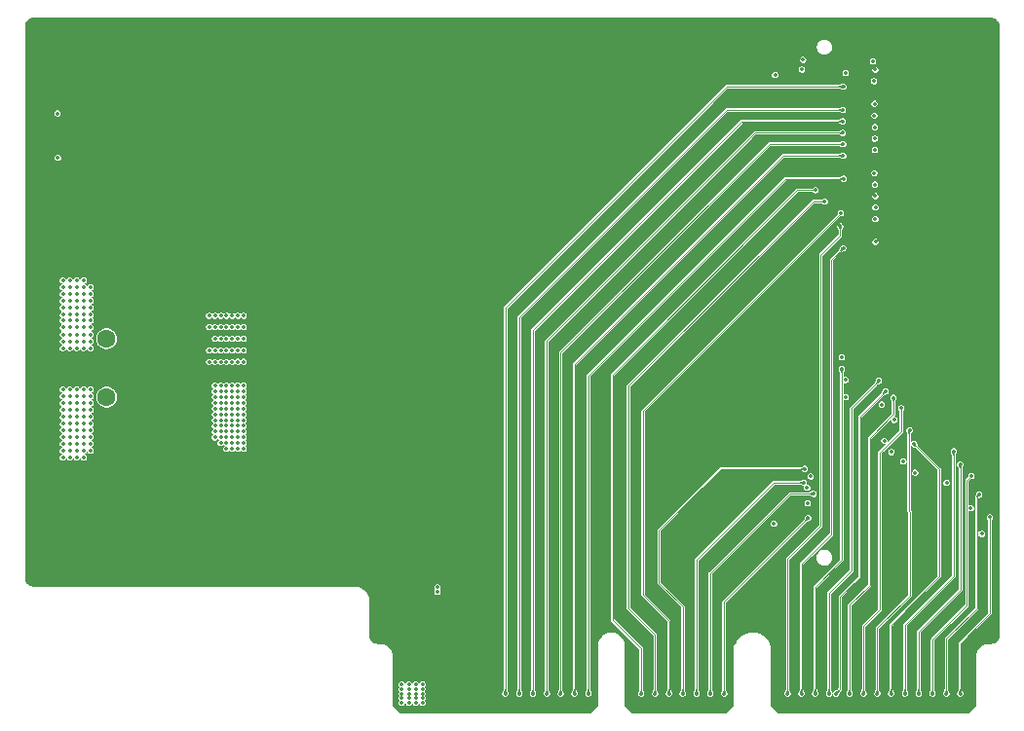
<source format=gbr>
%TF.GenerationSoftware,KiCad,Pcbnew,9.0.4*%
%TF.CreationDate,2025-08-26T10:42:32+02:00*%
%TF.ProjectId,HYDRA_VMM3_CARD_V3_Flex,48594452-415f-4564-9d4d-335f43415244,rev?*%
%TF.SameCoordinates,Original*%
%TF.FileFunction,Copper,L6,Inr*%
%TF.FilePolarity,Positive*%
%FSLAX46Y46*%
G04 Gerber Fmt 4.6, Leading zero omitted, Abs format (unit mm)*
G04 Created by KiCad (PCBNEW 9.0.4) date 2025-08-26 10:42:32*
%MOMM*%
%LPD*%
G01*
G04 APERTURE LIST*
%TA.AperFunction,ComponentPad*%
%ADD10C,2.000000*%
%TD*%
%TA.AperFunction,ComponentPad*%
%ADD11C,1.600000*%
%TD*%
%TA.AperFunction,ComponentPad*%
%ADD12R,1.600000X1.600000*%
%TD*%
%TA.AperFunction,ViaPad*%
%ADD13C,0.350000*%
%TD*%
%TA.AperFunction,Conductor*%
%ADD14C,0.100000*%
%TD*%
G04 APERTURE END LIST*
D10*
%TO.N,GND*%
%TO.C,15*%
X134778000Y-122000000D03*
%TD*%
%TO.N,GND*%
%TO.C,*%
X193073000Y-121980000D03*
%TD*%
%TO.N,GND*%
%TO.C,*%
X193073000Y-78280000D03*
%TD*%
%TO.N,GND*%
%TO.C,*%
X129698000Y-78300000D03*
%TD*%
%TO.N,GND*%
%TO.C,*%
X190533000Y-78280000D03*
%TD*%
%TO.N,GND*%
%TO.C,11*%
X129698000Y-122000000D03*
%TD*%
%TO.N,GND*%
%TO.C,*%
X132238000Y-80840000D03*
%TD*%
%TO.N,GND*%
%TO.C,*%
X190533000Y-121980000D03*
%TD*%
%TO.N,GND*%
%TO.C,*%
X193073000Y-124520000D03*
%TD*%
%TO.N,GND*%
%TO.C,*%
X193073000Y-80820000D03*
%TD*%
%TO.N,GND*%
%TO.C,17*%
X171493000Y-124540000D03*
%TD*%
%TO.N,GND*%
%TO.C,13*%
X137318000Y-80840000D03*
%TD*%
D11*
%TO.N,P1_Out*%
%TO.C,3.3V1*%
X121980000Y-104590000D03*
%TD*%
D10*
%TO.N,GND*%
%TO.C,*%
X129698000Y-80840000D03*
%TD*%
%TO.N,GND*%
%TO.C,*%
X190533000Y-124520000D03*
%TD*%
%TO.N,GND*%
%TO.C,*%
X134778000Y-80840000D03*
%TD*%
%TO.N,GND*%
%TO.C,24*%
X137318000Y-122000000D03*
%TD*%
%TO.N,GND*%
%TO.C,9*%
X134778000Y-124540000D03*
%TD*%
%TO.N,GND*%
%TO.C,1*%
X171493000Y-80840000D03*
%TD*%
%TO.N,GND*%
%TO.C,12*%
X132238000Y-122000000D03*
%TD*%
%TO.N,GND*%
%TO.C,2*%
X174033000Y-80820000D03*
%TD*%
D12*
%TO.N,GND*%
%TO.C,GND1*%
X121980000Y-107130000D03*
%TD*%
D10*
%TO.N,GND*%
%TO.C,5*%
X174033000Y-78280000D03*
%TD*%
%TO.N,GND*%
%TO.C,20*%
X171493000Y-122000000D03*
%TD*%
%TO.N,GND*%
%TO.C,*%
X134778000Y-78300000D03*
%TD*%
%TO.N,GND*%
%TO.C,*%
X190533000Y-80820000D03*
%TD*%
D11*
%TO.N,P2_Out*%
%TO.C,1.8V1*%
X121980000Y-109670000D03*
%TD*%
D10*
%TO.N,GND*%
%TO.C,4*%
X171493000Y-78300000D03*
%TD*%
%TO.N,GND*%
%TO.C,*%
X132238000Y-78300000D03*
%TD*%
%TO.N,GND*%
%TO.C,8*%
X132238000Y-124540000D03*
%TD*%
%TO.N,GND*%
%TO.C,7*%
X129698000Y-124540000D03*
%TD*%
%TO.N,GND*%
%TO.C,23*%
X137318000Y-124540000D03*
%TD*%
%TO.N,GND*%
%TO.C,14*%
X137318000Y-78300000D03*
%TD*%
D13*
%TO.N,P2*%
X133890000Y-113670000D03*
X131890000Y-111170000D03*
X133390000Y-113670000D03*
X133890000Y-111670000D03*
X132890000Y-111170000D03*
X131390000Y-111170000D03*
X131890000Y-110170000D03*
X131890000Y-111670000D03*
X131890000Y-109670000D03*
X132890000Y-108670000D03*
X132890000Y-111670000D03*
X132390000Y-113670000D03*
X147630000Y-136260000D03*
X132390000Y-110170000D03*
X131890000Y-110670000D03*
X131890000Y-112670000D03*
X133390000Y-110170000D03*
X132890000Y-112170000D03*
X148230000Y-135460000D03*
X133390000Y-114170000D03*
X149430000Y-135460000D03*
X148230000Y-135860000D03*
X131890000Y-112170000D03*
X133890000Y-110170000D03*
X131890000Y-109170000D03*
X133390000Y-111170000D03*
X148230000Y-134660000D03*
X148830000Y-136260000D03*
X131390000Y-108670000D03*
X132390000Y-111170000D03*
X132390000Y-112670000D03*
X131390000Y-110670000D03*
X132390000Y-112170000D03*
X133890000Y-109170000D03*
X132390000Y-109170000D03*
X132890000Y-110170000D03*
X133890000Y-112670000D03*
X133890000Y-111170000D03*
X132390000Y-111670000D03*
X147630000Y-134660000D03*
X133390000Y-109670000D03*
X133890000Y-114170000D03*
X133890000Y-108670000D03*
X132390000Y-108670000D03*
X131390000Y-112170000D03*
X147630000Y-135060000D03*
X132390000Y-110670000D03*
X131390000Y-111670000D03*
X131890000Y-108670000D03*
X148230000Y-136260000D03*
X133390000Y-110670000D03*
X131390000Y-109670000D03*
X148830000Y-135860000D03*
X132890000Y-113670000D03*
X132390000Y-114170000D03*
X133890000Y-112170000D03*
X148830000Y-135460000D03*
X147630000Y-135860000D03*
X149430000Y-135860000D03*
X133390000Y-112670000D03*
X131890000Y-113670000D03*
X132390000Y-113170000D03*
X133390000Y-111670000D03*
X149430000Y-136260000D03*
X131390000Y-110170000D03*
X148230000Y-135060000D03*
X132890000Y-109670000D03*
X133390000Y-112170000D03*
X133390000Y-113170000D03*
X133890000Y-113170000D03*
X133890000Y-109670000D03*
X131390000Y-113170000D03*
X131390000Y-109170000D03*
X132890000Y-110670000D03*
X149430000Y-135060000D03*
X133890000Y-110670000D03*
X133390000Y-109170000D03*
X148830000Y-134660000D03*
X132890000Y-109170000D03*
X133390000Y-108670000D03*
X132390000Y-109670000D03*
X131390000Y-112670000D03*
X132890000Y-112670000D03*
X131890000Y-113170000D03*
X147630000Y-135460000D03*
X148830000Y-135060000D03*
X149430000Y-134660000D03*
X132890000Y-113170000D03*
X132890000Y-114170000D03*
%TO.N,P1*%
X132890000Y-103590000D03*
X132890000Y-106590000D03*
X130890000Y-103590000D03*
X133390000Y-103590000D03*
X130890000Y-106590000D03*
X131390000Y-105590000D03*
X132390000Y-103590000D03*
X131390000Y-104590000D03*
X133890000Y-104590000D03*
X131390000Y-102590000D03*
X133890000Y-102590000D03*
X131890000Y-102590000D03*
X130890000Y-105590000D03*
X132390000Y-104590000D03*
X133390000Y-104590000D03*
X132890000Y-105590000D03*
X131890000Y-105590000D03*
X133390000Y-102590000D03*
X133890000Y-103590000D03*
X131390000Y-103590000D03*
X132890000Y-102590000D03*
X133890000Y-105590000D03*
X131390000Y-106590000D03*
X131890000Y-103590000D03*
X133890000Y-106590000D03*
X150730000Y-126600000D03*
X131890000Y-104590000D03*
X133390000Y-106590000D03*
X132390000Y-102590000D03*
X132390000Y-106590000D03*
X131890000Y-106590000D03*
X132390000Y-105590000D03*
X132890000Y-104590000D03*
X130890000Y-102590000D03*
X133390000Y-105590000D03*
X150730000Y-126220000D03*
%TO.N,Ch_1*%
X188670000Y-82180000D03*
%TO.N,Ch_25*%
X188690000Y-90180000D03*
%TO.N,Ch_13*%
X188730000Y-86180000D03*
%TO.N,Ch_93*%
X190360000Y-109720000D03*
X186550000Y-135460000D03*
%TO.N,Ch_39*%
X185790000Y-93670000D03*
X170840000Y-135460000D03*
%TO.N,Ch_119*%
X194980000Y-117120000D03*
%TO.N,Ch_123*%
X197070000Y-119330000D03*
%TO.N,Ch_107*%
X190190000Y-114440000D03*
%TO.N,Ch_5*%
X188700000Y-84150000D03*
%TO.N,Ch_127*%
X198050000Y-121570000D03*
%TO.N,Ch_103*%
X189545190Y-113454810D03*
%TO.N,Ch_21*%
X188720000Y-88180000D03*
%TO.N,Ch_117*%
X197110000Y-116550000D03*
X193750000Y-135460000D03*
%TO.N,Ch_31*%
X183562763Y-91678783D03*
X168440000Y-135460000D03*
%TO.N,Ch_41*%
X188780000Y-94180000D03*
%TO.N,Ch_47*%
X185990000Y-96700000D03*
X182350000Y-135460000D03*
%TO.N,Ch_111*%
X191196174Y-115275508D03*
%TO.N,Ch_125*%
X198720000Y-120130000D03*
X196150000Y-135460000D03*
%TO.N,Ch_11*%
X185950000Y-85680000D03*
X159030000Y-135460000D03*
%TO.N,Ch_19*%
X185980000Y-87680000D03*
X161430000Y-135460000D03*
%TO.N,Ch_15*%
X185960000Y-86680000D03*
X160230000Y-135460000D03*
%TO.N,Ch_121*%
X197790000Y-118160000D03*
X194950000Y-135460000D03*
%TO.N,Ch_45*%
X188790000Y-96170000D03*
%TO.N,Ch_95*%
X189330000Y-110310000D03*
%TO.N,Ch_9*%
X188690000Y-85170000D03*
%TO.N,Ch_87*%
X189100000Y-108250000D03*
X184750000Y-135460000D03*
%TO.N,Ch_97*%
X191040000Y-110630000D03*
X187750000Y-135460000D03*
%TO.N,Ch_83*%
X185855788Y-107220137D03*
X183550000Y-135460000D03*
%TO.N,Ch_99*%
X190420000Y-111650000D03*
%TO.N,Ch_85*%
X186180000Y-108180000D03*
%TO.N,Ch_23*%
X185970000Y-88670000D03*
X162630000Y-135460000D03*
%TO.N,Ch_113*%
X196150000Y-115500000D03*
X192550000Y-135460000D03*
%TO.N,Ch_89*%
X189660000Y-109170000D03*
X185350000Y-135460000D03*
%TO.N,Ch_37*%
X188790000Y-93170000D03*
%TO.N,Ch_81*%
X185880000Y-106190000D03*
%TO.N,Ch_7*%
X185960000Y-84690000D03*
X157830000Y-135460000D03*
%TO.N,Ch_43*%
X185730000Y-94810000D03*
X181150000Y-135460000D03*
%TO.N,Ch_29*%
X188750000Y-91180000D03*
%TO.N,Ch_33*%
X188780000Y-92190000D03*
%TO.N,Ch_3*%
X185990000Y-82670000D03*
X156630000Y-135460000D03*
%TO.N,Ch_27*%
X186030000Y-90670000D03*
X163830000Y-135460000D03*
%TO.N,Ch_105*%
X192135000Y-113750000D03*
X190150000Y-135460000D03*
%TO.N,Ch_17*%
X188720000Y-87180000D03*
%TO.N,Ch_115*%
X192240000Y-116250000D03*
%TO.N,Ch_91*%
X186190000Y-109680000D03*
%TO.N,Ch_109*%
X195580000Y-114390000D03*
X191350000Y-135460000D03*
%TO.N,Ch_35*%
X184380000Y-92670000D03*
X169640000Y-135460000D03*
%TO.N,Ch_101*%
X191760000Y-112560000D03*
X188950000Y-135460000D03*
%TO.N,Ch_114*%
X182660000Y-115900000D03*
X172040000Y-135460000D03*
%TO.N,Ch_120*%
X182850000Y-117560000D03*
%TO.N,bit_0*%
X188565000Y-80465000D03*
%TO.N,Ch_128*%
X179960000Y-120680000D03*
%TO.N,Ch_122*%
X183410000Y-118080000D03*
X174440000Y-135460000D03*
%TO.N,bit_1*%
X182501000Y-80330000D03*
%TO.N,Ch_124*%
X182910000Y-118920000D03*
%TO.N,bit_2*%
X188770000Y-81180000D03*
%TO.N,bit_5*%
X180081000Y-81659000D03*
%TO.N,Ch_126*%
X182940000Y-120170000D03*
X175640000Y-135460000D03*
%TO.N,Ch_116*%
X183166844Y-116563269D03*
%TO.N,Ch_118*%
X182570000Y-117120000D03*
X173240000Y-135460000D03*
%TO.N,GND*%
X183294657Y-119153542D03*
X197558449Y-116587371D03*
X181298000Y-89426000D03*
X189216566Y-94289142D03*
X152110000Y-100938500D03*
X153630000Y-135060000D03*
X117860000Y-89435002D03*
X154830000Y-135860000D03*
X189236303Y-93227587D03*
X116330000Y-113200000D03*
X117900000Y-84424998D03*
X115130000Y-110300000D03*
X115730000Y-104300000D03*
X147590000Y-108480000D03*
X154230000Y-135060000D03*
X191360000Y-114830000D03*
X155430000Y-134660000D03*
X185977505Y-83119829D03*
X153630000Y-135460000D03*
X185870288Y-89108816D03*
X151740000Y-126560000D03*
X154830000Y-135460000D03*
X147736000Y-79213500D03*
X150000000Y-130490000D03*
X115130000Y-113800000D03*
X189137396Y-85218367D03*
X151230000Y-136260000D03*
X134390000Y-107890000D03*
X115130000Y-109700000D03*
X154230000Y-135860000D03*
X187398000Y-89426000D03*
X116330000Y-109700000D03*
X153630000Y-135860000D03*
X194985886Y-117585507D03*
X115130000Y-104900000D03*
X150030000Y-135460000D03*
X189118911Y-82211319D03*
X115130000Y-100800000D03*
X155430000Y-135460000D03*
X179723138Y-120297379D03*
X187398000Y-83426000D03*
X136780000Y-107860000D03*
X151230000Y-134660000D03*
X147230000Y-109290000D03*
X149320000Y-109790000D03*
X147790000Y-111680000D03*
X154230000Y-136260000D03*
X149680000Y-113300000D03*
X189200000Y-84180000D03*
X187398000Y-107426000D03*
X130670000Y-107860000D03*
X189181024Y-91309307D03*
X116330000Y-104900000D03*
X140040000Y-107860000D03*
X155430000Y-135860000D03*
X151230000Y-135460000D03*
X151690000Y-129320000D03*
X190030000Y-112980000D03*
X150030000Y-135060000D03*
X190677308Y-111280819D03*
X154830000Y-135060000D03*
X115730000Y-109700000D03*
X185542177Y-105892716D03*
X116330000Y-113800000D03*
X191402884Y-110363885D03*
X185368259Y-95077667D03*
X198192304Y-121143091D03*
X157736000Y-79213500D03*
X154230000Y-134660000D03*
X183261619Y-117003178D03*
X182642632Y-119832253D03*
X146157552Y-108617539D03*
X115130000Y-101400000D03*
X115730000Y-104900000D03*
X197095673Y-118880730D03*
X148345137Y-108884725D03*
X148787663Y-110780074D03*
X186225416Y-109231393D03*
X149980000Y-126560000D03*
X192540687Y-113555270D03*
X115130000Y-113200000D03*
X115130000Y-104300000D03*
X196492875Y-115208557D03*
X189239808Y-96156770D03*
X116330000Y-110900000D03*
X148590000Y-112480000D03*
X154830000Y-134660000D03*
X115730000Y-113200000D03*
X189466182Y-107988441D03*
X150030000Y-134660000D03*
X150030000Y-135860000D03*
X151230000Y-135060000D03*
X149660000Y-111240000D03*
X116330000Y-110300000D03*
X189230003Y-92190000D03*
X115730000Y-110300000D03*
X156736000Y-80213500D03*
X115730000Y-110900000D03*
X115730000Y-100800000D03*
X185955486Y-96251323D03*
X155430000Y-135060000D03*
X189129839Y-90275100D03*
X129190000Y-107860000D03*
X198233879Y-118086020D03*
X115130000Y-110900000D03*
X158736000Y-80213500D03*
X115130000Y-103700000D03*
X181812000Y-107366000D03*
X146736000Y-80213500D03*
X181298000Y-95426000D03*
X115730000Y-101400000D03*
X189162556Y-88261524D03*
X150000000Y-115980000D03*
X153060000Y-126620000D03*
X148736000Y-80213500D03*
X151230000Y-135860000D03*
X190757975Y-109509957D03*
X153630000Y-136260000D03*
X187398000Y-95426000D03*
X184163624Y-93064568D03*
X149990000Y-120710000D03*
X183380000Y-92090000D03*
X153030000Y-128000000D03*
X145680000Y-109410000D03*
X181298000Y-83426000D03*
X115730000Y-103700000D03*
X150030000Y-136260000D03*
X116330000Y-104300000D03*
X117869364Y-85575002D03*
X190559181Y-114697308D03*
X186180000Y-107660000D03*
X144640000Y-108150000D03*
X117840000Y-88284998D03*
X155430000Y-136260000D03*
X154230000Y-135460000D03*
X116330000Y-100200000D03*
X183296349Y-117617224D03*
X196009115Y-114254490D03*
X189161729Y-87265892D03*
X185348736Y-93581747D03*
X116330000Y-101400000D03*
X115730000Y-100200000D03*
X153630000Y-134660000D03*
X115730000Y-113800000D03*
X115730000Y-114400000D03*
X147910000Y-110300000D03*
X115130000Y-100200000D03*
X189756909Y-110167696D03*
X181298000Y-101426000D03*
X189175260Y-86245160D03*
X190056214Y-108956654D03*
X192148703Y-112333257D03*
X116330000Y-100800000D03*
X115130000Y-114400000D03*
X142130000Y-107840000D03*
X146580000Y-110150000D03*
X116330000Y-103700000D03*
X116330000Y-114400000D03*
X192655810Y-116077941D03*
X154830000Y-136260000D03*
X198787412Y-119685075D03*
X186394770Y-85748426D03*
X182367446Y-115558072D03*
X186409854Y-84678465D03*
X186427975Y-87637336D03*
X186391717Y-86806976D03*
X166720000Y-121380000D03*
X185070000Y-135880000D03*
X195260000Y-128040000D03*
X165440000Y-91760000D03*
X186020000Y-135610000D03*
X172680000Y-135460000D03*
X151821000Y-134883500D03*
X186320000Y-112820000D03*
X157240000Y-116350000D03*
X195130000Y-126440000D03*
X173870000Y-132290000D03*
X193120000Y-133120000D03*
X179690000Y-125920000D03*
X191950000Y-135470000D03*
X178150506Y-116874555D03*
X155420000Y-129050000D03*
X180770000Y-88170000D03*
X167500000Y-89670000D03*
X175840770Y-118566837D03*
X184150000Y-135460000D03*
X158030000Y-101300000D03*
X184530000Y-99350000D03*
X168980000Y-133750000D03*
X174250000Y-103350000D03*
X164780000Y-110730000D03*
X179040000Y-105230000D03*
X162020000Y-130480000D03*
X185380000Y-120190000D03*
X171780000Y-100950000D03*
X162350000Y-103800000D03*
X159670000Y-123730000D03*
X163170000Y-120300000D03*
X173700000Y-96870000D03*
X193090000Y-116740000D03*
X162110000Y-120440000D03*
X194240000Y-133850000D03*
X177540000Y-95080000D03*
X194532949Y-114526573D03*
X189560000Y-135490000D03*
X175110000Y-133480000D03*
X186120000Y-129160000D03*
X189960000Y-127130000D03*
X158410000Y-133200000D03*
X170290000Y-135460000D03*
X196930000Y-133190000D03*
X166630000Y-105820000D03*
X160850000Y-113010000D03*
X172480000Y-134080000D03*
X157240000Y-123210000D03*
X190780000Y-135510000D03*
X198010000Y-128250000D03*
X178820000Y-81610000D03*
X171420000Y-135420000D03*
X185180000Y-128840000D03*
X174530000Y-82600000D03*
X163240000Y-134330000D03*
X158510000Y-118310000D03*
X164750000Y-122900000D03*
X180090000Y-129320000D03*
X157240000Y-133370000D03*
X168630000Y-97590000D03*
X174940000Y-135440000D03*
X182820000Y-131460000D03*
X188358407Y-130626119D03*
X178950000Y-87440000D03*
X158780000Y-103570000D03*
X165130000Y-128670000D03*
X181720000Y-131690000D03*
X155870000Y-102600000D03*
X169040000Y-135450000D03*
X186320000Y-120550000D03*
X161220000Y-98140000D03*
X167560000Y-102900000D03*
X175250000Y-123030000D03*
X168310000Y-100070000D03*
X174220000Y-91860000D03*
X161180000Y-102940000D03*
X157310000Y-106230000D03*
X161970000Y-99510000D03*
X195540000Y-135480000D03*
X185430000Y-111500000D03*
X170240000Y-133410000D03*
X177750000Y-86240000D03*
X184560000Y-108360000D03*
X169660000Y-89910000D03*
X152430000Y-135460000D03*
X171234358Y-85755831D03*
X159710000Y-109290000D03*
X188010000Y-110170000D03*
X152431000Y-134863500D03*
X155800000Y-123800000D03*
X179750000Y-119050000D03*
X167400000Y-133340000D03*
X177170000Y-124280000D03*
X184080000Y-131460000D03*
X162050000Y-135460000D03*
X195520000Y-133140000D03*
X177210000Y-128390000D03*
X184960000Y-81880000D03*
X175110000Y-112460000D03*
X177270000Y-83730000D03*
X166570000Y-97450000D03*
X173980000Y-87570000D03*
X172680000Y-129590000D03*
X159670000Y-135480000D03*
X184720000Y-125990000D03*
X159640000Y-130590000D03*
X183070000Y-81880000D03*
X194320000Y-135520000D03*
X157070000Y-126580000D03*
X179040000Y-127750000D03*
X182380000Y-123090000D03*
X176250000Y-135460000D03*
X169826309Y-108092984D03*
X168450000Y-127760000D03*
X160820000Y-135480000D03*
X176810000Y-130250000D03*
X187850000Y-118860000D03*
X162967333Y-94537402D03*
X171590000Y-132380000D03*
X193023616Y-128613675D03*
X198150000Y-123580000D03*
X199180000Y-129600000D03*
X155630000Y-115770000D03*
X182920000Y-135490000D03*
X166580000Y-109370000D03*
X187190000Y-133230000D03*
X171720000Y-111340000D03*
X194990000Y-118990000D03*
X181760000Y-135430000D03*
X187200000Y-135470000D03*
X188330000Y-111720000D03*
X188170000Y-127410000D03*
X168040000Y-118910000D03*
X199360000Y-122530000D03*
X174530000Y-93710000D03*
X158410000Y-135470000D03*
X163250000Y-135480000D03*
X188340000Y-135480000D03*
X159777153Y-97144430D03*
X160830000Y-123810000D03*
X170650000Y-127490000D03*
X151841000Y-136143500D03*
X163270000Y-108120000D03*
X196800000Y-135490000D03*
X158510000Y-111310000D03*
X157100000Y-99410000D03*
X171270000Y-92720000D03*
X155420670Y-109424908D03*
X157200000Y-135460000D03*
X151830000Y-135460000D03*
X173850000Y-135430000D03*
X165510000Y-94190000D03*
X191930000Y-133260000D03*
X177490000Y-113720000D03*
X184610000Y-89560000D03*
X170420894Y-118955604D03*
X193140000Y-135510000D03*
X152431000Y-135973500D03*
X184420000Y-119090000D03*
X167080000Y-128420000D03*
X175429134Y-106880945D03*
X189500000Y-133320000D03*
X187590000Y-128520000D03*
X162130000Y-106450000D03*
X179250000Y-109670000D03*
X177810000Y-99700000D03*
X167500000Y-93950000D03*
X194740000Y-122210000D03*
X158410000Y-124900000D03*
X187050000Y-115520000D03*
X186270000Y-125810000D03*
X160830000Y-133640000D03*
X193000000Y-119310000D03*
%TO.N,bit_4*%
X186180000Y-81470000D03*
%TO.N,bit_3*%
X182410000Y-81170000D03*
%TO.N,TX*%
X117735000Y-88860000D03*
%TO.N,RX*%
X117725000Y-85000000D03*
%TO.N,P2_Out*%
X118173500Y-109598500D03*
X119373500Y-111998500D03*
X119973500Y-111998500D03*
X118773500Y-111998500D03*
X118773500Y-109598500D03*
X120573500Y-109598500D03*
X119973500Y-111398500D03*
X119373500Y-110798500D03*
X119373500Y-108998500D03*
X118173500Y-112513500D03*
X120573500Y-108998500D03*
X118173500Y-111398500D03*
X118773500Y-113113500D03*
X118773500Y-110798500D03*
X120573500Y-112513500D03*
X118773500Y-108998500D03*
X120573500Y-113113500D03*
X120573500Y-111398500D03*
X119973500Y-110198500D03*
X119373500Y-110198500D03*
X118773500Y-111398500D03*
X120573500Y-110198500D03*
X119373500Y-114313500D03*
X119373500Y-109598500D03*
X120573500Y-114313500D03*
X118773500Y-114313500D03*
X118173500Y-111998500D03*
X118773500Y-110198500D03*
X118773500Y-112513500D03*
X119373500Y-114913500D03*
X118773500Y-113713500D03*
X119373500Y-111398500D03*
X118773500Y-114913500D03*
X120573500Y-110798500D03*
X119973500Y-108998500D03*
X118173500Y-110798500D03*
X118173500Y-113113500D03*
X119973500Y-109598500D03*
X119973500Y-113713500D03*
X118173500Y-114913500D03*
X120573500Y-113713500D03*
X119973500Y-113113500D03*
X120573500Y-111998500D03*
X119973500Y-112513500D03*
X119373500Y-113713500D03*
X119373500Y-112513500D03*
X118173500Y-108998500D03*
X118173500Y-110198500D03*
X119973500Y-114313500D03*
X119373500Y-113113500D03*
X119973500Y-110798500D03*
X118173500Y-114313500D03*
X118173500Y-113713500D03*
X119973500Y-114913500D03*
%TO.N,P1_Out*%
X120573500Y-103013500D03*
X119373500Y-100113500D03*
X118173500Y-100113500D03*
X119973500Y-101313500D03*
X119973500Y-105413500D03*
X118173500Y-104213500D03*
X118173500Y-101313500D03*
X120573500Y-100113500D03*
X119373500Y-104213500D03*
X118173500Y-104813500D03*
X118773500Y-100113500D03*
X119973500Y-99513500D03*
X120573500Y-100713500D03*
X118773500Y-102513500D03*
X118773500Y-104213500D03*
X119373500Y-105413500D03*
X118173500Y-102513500D03*
X119373500Y-102513500D03*
X119973500Y-104213500D03*
X118773500Y-101313500D03*
X118773500Y-104813500D03*
X119373500Y-101913500D03*
X118773500Y-103613500D03*
X118773500Y-99513500D03*
X120573500Y-101913500D03*
X120573500Y-104213500D03*
X119373500Y-99513500D03*
X119973500Y-103013500D03*
X119373500Y-103013500D03*
X118173500Y-105413500D03*
X118773500Y-100713500D03*
X119373500Y-103613500D03*
X119373500Y-104813500D03*
X119973500Y-103613500D03*
X119973500Y-102513500D03*
X120573500Y-104813500D03*
X118773500Y-101913500D03*
X118173500Y-101913500D03*
X120573500Y-101313500D03*
X119973500Y-104813500D03*
X118173500Y-103013500D03*
X120573500Y-102513500D03*
X119973500Y-101913500D03*
X118173500Y-99513500D03*
X118173500Y-100713500D03*
X119373500Y-100713500D03*
X120573500Y-105413500D03*
X120573500Y-103613500D03*
X119373500Y-101313500D03*
X119973500Y-100713500D03*
X118773500Y-105413500D03*
X118173500Y-103613500D03*
X118773500Y-103013500D03*
X119973500Y-100113500D03*
%TD*%
D14*
%TO.N,Ch_93*%
X188290000Y-125990000D02*
X186550000Y-127730000D01*
X186550000Y-127730000D02*
X186550000Y-135460000D01*
X190360000Y-111140000D02*
X188290000Y-113210000D01*
X190360000Y-109720000D02*
X190360000Y-111140000D01*
X188290000Y-113210000D02*
X188290000Y-125990000D01*
%TO.N,Ch_39*%
X170840000Y-135460000D02*
X170840000Y-129120000D01*
X168610000Y-126890000D02*
X168610000Y-110850000D01*
X168610000Y-110850000D02*
X185790000Y-93670000D01*
X170840000Y-129120000D02*
X168610000Y-126890000D01*
%TO.N,Ch_117*%
X196730000Y-127770000D02*
X193750000Y-130750000D01*
X193750000Y-130750000D02*
X193750000Y-135460000D01*
X197110000Y-116550000D02*
X196730000Y-116930000D01*
X196730000Y-116930000D02*
X196730000Y-127770000D01*
%TO.N,Ch_31*%
X165930000Y-129050000D02*
X168440000Y-131560000D01*
X168440000Y-131560000D02*
X168440000Y-135460000D01*
X183562763Y-91678783D02*
X183561546Y-91680000D01*
X183561546Y-91680000D02*
X181980000Y-91680000D01*
X181980000Y-91680000D02*
X165930000Y-107730000D01*
X165930000Y-107730000D02*
X165930000Y-129050000D01*
%TO.N,Ch_47*%
X182350000Y-124190000D02*
X184960000Y-121580000D01*
X182350000Y-135460000D02*
X182350000Y-124190000D01*
X184960000Y-97730000D02*
X185990000Y-96700000D01*
X184960000Y-121580000D02*
X184960000Y-97730000D01*
%TO.N,Ch_125*%
X198720000Y-128500000D02*
X198720000Y-120130000D01*
X198070000Y-129150000D02*
X198720000Y-128500000D01*
X196150000Y-135460000D02*
X196150000Y-131070000D01*
X196150000Y-131070000D02*
X198070000Y-129150000D01*
%TO.N,Ch_11*%
X159030000Y-103830000D02*
X159030000Y-135460000D01*
X185950000Y-85680000D02*
X177180000Y-85680000D01*
X177180000Y-85680000D02*
X159030000Y-103830000D01*
%TO.N,Ch_19*%
X185980000Y-87680000D02*
X179560000Y-87680000D01*
X179560000Y-87680000D02*
X161430000Y-105810000D01*
X161430000Y-105810000D02*
X161430000Y-135460000D01*
%TO.N,Ch_15*%
X160230000Y-104770000D02*
X178320000Y-86680000D01*
X160230000Y-135460000D02*
X160230000Y-104770000D01*
X178320000Y-86680000D02*
X185960000Y-86680000D01*
%TO.N,Ch_121*%
X197600000Y-128020000D02*
X194950000Y-130670000D01*
X197600000Y-118350000D02*
X197600000Y-128020000D01*
X197790000Y-118160000D02*
X197600000Y-118350000D01*
X194950000Y-130670000D02*
X194950000Y-135460000D01*
%TO.N,Ch_87*%
X189100000Y-108250000D02*
X186720000Y-110630000D01*
X186720000Y-110630000D02*
X186720000Y-124730000D01*
X184750000Y-126700000D02*
X184750000Y-135460000D01*
X186720000Y-124730000D02*
X184750000Y-126700000D01*
%TO.N,Ch_97*%
X191040000Y-110630000D02*
X191040000Y-112610000D01*
X187750000Y-129580000D02*
X187750000Y-135460000D01*
X189180000Y-114470000D02*
X189180000Y-128150000D01*
X191040000Y-112610000D02*
X189180000Y-114470000D01*
X189180000Y-128150000D02*
X187750000Y-129580000D01*
%TO.N,Ch_83*%
X185890000Y-110040000D02*
X185855000Y-110075000D01*
X185855000Y-107220925D02*
X185855000Y-110005000D01*
X185855788Y-107220137D02*
X185855000Y-107220925D01*
X183550000Y-126160000D02*
X183550000Y-135460000D01*
X185855000Y-110075000D02*
X185855000Y-123855000D01*
X185855000Y-123855000D02*
X183550000Y-126160000D01*
X185855000Y-110005000D02*
X185890000Y-110040000D01*
%TO.N,Ch_23*%
X180790000Y-88670000D02*
X162630000Y-106830000D01*
X162630000Y-106830000D02*
X162630000Y-135460000D01*
X185970000Y-88670000D02*
X180790000Y-88670000D01*
%TO.N,Ch_113*%
X196170000Y-115520000D02*
X196170000Y-126480000D01*
X196150000Y-115500000D02*
X196170000Y-115520000D01*
X196170000Y-126480000D02*
X192550000Y-130100000D01*
X192550000Y-130100000D02*
X192550000Y-135460000D01*
%TO.N,Ch_89*%
X187430000Y-125300000D02*
X187430000Y-111400000D01*
X185730000Y-127000000D02*
X187430000Y-125300000D01*
X187430000Y-111400000D02*
X189660000Y-109170000D01*
X185350000Y-135460000D02*
X185730000Y-135080000D01*
X185730000Y-135080000D02*
X185730000Y-127000000D01*
%TO.N,Ch_7*%
X175850000Y-84690000D02*
X157830000Y-102710000D01*
X157830000Y-102710000D02*
X157830000Y-135460000D01*
X185960000Y-84690000D02*
X175850000Y-84690000D01*
%TO.N,Ch_43*%
X184030000Y-120860000D02*
X184030000Y-97320000D01*
X184030000Y-97320000D02*
X185730000Y-95620000D01*
X181150000Y-135460000D02*
X181150000Y-123740000D01*
X181150000Y-123740000D02*
X184030000Y-120860000D01*
X185730000Y-95620000D02*
X185730000Y-94810000D01*
%TO.N,Ch_3*%
X156630000Y-135460000D02*
X156630000Y-101900000D01*
X175860000Y-82670000D02*
X185990000Y-82670000D01*
X156630000Y-101900000D02*
X175860000Y-82670000D01*
%TO.N,Ch_27*%
X163830000Y-107790000D02*
X180950000Y-90670000D01*
X180950000Y-90670000D02*
X186030000Y-90670000D01*
X163830000Y-135460000D02*
X163830000Y-107790000D01*
%TO.N,Ch_105*%
X194310000Y-115925000D02*
X194310000Y-125290000D01*
X192135000Y-113750000D02*
X194310000Y-115925000D01*
X190150000Y-129450000D02*
X190150000Y-135460000D01*
X194310000Y-125290000D02*
X190150000Y-129450000D01*
%TO.N,Ch_109*%
X191350000Y-129470000D02*
X191350000Y-135460000D01*
X195580000Y-125240000D02*
X191350000Y-129470000D01*
X195580000Y-114390000D02*
X195580000Y-125240000D01*
%TO.N,Ch_35*%
X184380000Y-92670000D02*
X183370000Y-92670000D01*
X169640000Y-130370000D02*
X169640000Y-135460000D01*
X167340000Y-108700000D02*
X167340000Y-128070000D01*
X183370000Y-92670000D02*
X167340000Y-108700000D01*
X167340000Y-128070000D02*
X169640000Y-130370000D01*
%TO.N,Ch_101*%
X191800000Y-126930000D02*
X188950000Y-129780000D01*
X191760000Y-112560000D02*
X191710000Y-112610000D01*
X191710000Y-119610000D02*
X191800000Y-119700000D01*
X188950000Y-129780000D02*
X188950000Y-135460000D01*
X191800000Y-119700000D02*
X191800000Y-126930000D01*
X191710000Y-112610000D02*
X191710000Y-119610000D01*
%TO.N,Ch_114*%
X172040000Y-135460000D02*
X172040000Y-127870000D01*
X169980000Y-125810000D02*
X169980000Y-121260000D01*
X172040000Y-127870000D02*
X169980000Y-125810000D01*
X169980000Y-121260000D02*
X175340000Y-115900000D01*
X175340000Y-115900000D02*
X182660000Y-115900000D01*
%TO.N,Ch_122*%
X174440000Y-135460000D02*
X174440000Y-124980000D01*
X174440000Y-124980000D02*
X181340000Y-118080000D01*
X181340000Y-118080000D02*
X183410000Y-118080000D01*
%TO.N,Ch_126*%
X175640000Y-127470000D02*
X182940000Y-120170000D01*
X175640000Y-135460000D02*
X175640000Y-127470000D01*
%TO.N,Ch_118*%
X173240000Y-135460000D02*
X173240000Y-123840000D01*
X179960000Y-117120000D02*
X182570000Y-117120000D01*
X173240000Y-123840000D02*
X179960000Y-117120000D01*
%TD*%
%TA.AperFunction,Conductor*%
%TO.N,GND*%
G36*
X198832396Y-76650736D02*
G01*
X198971417Y-76664428D01*
X198980839Y-76666302D01*
X199112205Y-76706151D01*
X199121072Y-76709824D01*
X199186123Y-76744595D01*
X199242144Y-76774539D01*
X199250130Y-76779875D01*
X199356245Y-76866961D01*
X199363038Y-76873754D01*
X199450124Y-76979869D01*
X199455460Y-76987855D01*
X199520173Y-77108923D01*
X199523849Y-77117798D01*
X199563697Y-77249161D01*
X199565571Y-77258582D01*
X199579264Y-77397603D01*
X199579500Y-77402406D01*
X199579500Y-130397593D01*
X199579264Y-130402396D01*
X199565571Y-130541417D01*
X199563697Y-130550838D01*
X199523849Y-130682201D01*
X199520173Y-130691076D01*
X199455460Y-130812144D01*
X199450124Y-130820130D01*
X199363038Y-130926245D01*
X199356245Y-130933038D01*
X199250130Y-131020124D01*
X199242144Y-131025460D01*
X199121076Y-131090173D01*
X199112201Y-131093849D01*
X198980838Y-131133697D01*
X198971417Y-131135571D01*
X198832396Y-131149264D01*
X198827593Y-131149500D01*
X198492467Y-131149500D01*
X198389316Y-131167687D01*
X198320062Y-131179899D01*
X198320061Y-131179899D01*
X198320057Y-131179900D01*
X198155556Y-131239774D01*
X198155548Y-131239778D01*
X198003945Y-131327307D01*
X198003939Y-131327312D01*
X197869838Y-131439835D01*
X197869835Y-131439838D01*
X197757312Y-131573939D01*
X197757307Y-131573945D01*
X197669778Y-131725548D01*
X197669774Y-131725556D01*
X197609900Y-131890057D01*
X197579500Y-132062467D01*
X197579500Y-136525943D01*
X197565148Y-136560591D01*
X196990591Y-137135148D01*
X196955943Y-137149500D01*
X180344057Y-137149500D01*
X180309409Y-137135148D01*
X179734851Y-136560590D01*
X179720499Y-136525942D01*
X179720499Y-135405200D01*
X180874500Y-135405200D01*
X180874500Y-135407861D01*
X180874500Y-135514801D01*
X180885064Y-135540303D01*
X180916443Y-135616058D01*
X180916444Y-135616059D01*
X180916445Y-135616061D01*
X180993939Y-135693555D01*
X180993940Y-135693555D01*
X180993942Y-135693557D01*
X181095200Y-135735500D01*
X181095202Y-135735500D01*
X181204798Y-135735500D01*
X181204800Y-135735500D01*
X181306058Y-135693557D01*
X181306060Y-135693555D01*
X181306061Y-135693555D01*
X181383555Y-135616061D01*
X181383555Y-135616060D01*
X181383557Y-135616058D01*
X181425500Y-135514800D01*
X181425500Y-135405200D01*
X182074500Y-135405200D01*
X182074500Y-135514801D01*
X182085064Y-135540303D01*
X182116443Y-135616058D01*
X182116444Y-135616059D01*
X182116445Y-135616061D01*
X182193939Y-135693555D01*
X182193940Y-135693555D01*
X182193942Y-135693557D01*
X182295200Y-135735500D01*
X182295202Y-135735500D01*
X182404798Y-135735500D01*
X182404800Y-135735500D01*
X182506058Y-135693557D01*
X182506060Y-135693555D01*
X182506061Y-135693555D01*
X182583555Y-135616061D01*
X182583555Y-135616060D01*
X182583557Y-135616058D01*
X182625500Y-135514800D01*
X182625500Y-135405200D01*
X183274500Y-135405200D01*
X183274500Y-135514801D01*
X183285064Y-135540303D01*
X183316443Y-135616058D01*
X183316444Y-135616059D01*
X183316445Y-135616061D01*
X183393939Y-135693555D01*
X183393940Y-135693555D01*
X183393942Y-135693557D01*
X183495200Y-135735500D01*
X183495202Y-135735500D01*
X183604798Y-135735500D01*
X183604800Y-135735500D01*
X183706058Y-135693557D01*
X183706060Y-135693555D01*
X183706061Y-135693555D01*
X183783555Y-135616061D01*
X183783555Y-135616060D01*
X183783557Y-135616058D01*
X183825500Y-135514800D01*
X183825500Y-135405200D01*
X184474500Y-135405200D01*
X184474500Y-135514801D01*
X184485064Y-135540303D01*
X184516443Y-135616058D01*
X184516444Y-135616059D01*
X184516445Y-135616061D01*
X184593939Y-135693555D01*
X184593940Y-135693555D01*
X184593942Y-135693557D01*
X184695200Y-135735500D01*
X184695202Y-135735500D01*
X184804798Y-135735500D01*
X184804800Y-135735500D01*
X184906058Y-135693557D01*
X184906060Y-135693555D01*
X184906061Y-135693555D01*
X184983555Y-135616061D01*
X184983555Y-135616060D01*
X184983557Y-135616058D01*
X185004730Y-135564941D01*
X185031249Y-135538424D01*
X185068752Y-135538424D01*
X185095269Y-135564941D01*
X185116443Y-135616058D01*
X185116444Y-135616059D01*
X185116445Y-135616061D01*
X185193939Y-135693555D01*
X185193940Y-135693555D01*
X185193942Y-135693557D01*
X185295200Y-135735500D01*
X185295202Y-135735500D01*
X185404798Y-135735500D01*
X185404800Y-135735500D01*
X185506058Y-135693557D01*
X185506060Y-135693555D01*
X185506061Y-135693555D01*
X185583554Y-135616061D01*
X185583557Y-135616058D01*
X185585561Y-135611218D01*
X185592302Y-135600269D01*
X185592150Y-135600162D01*
X185593529Y-135598198D01*
X185593529Y-135598196D01*
X185593532Y-135598194D01*
X185616270Y-135557941D01*
X185620249Y-135550160D01*
X185621059Y-135548400D01*
X185624384Y-135540308D01*
X185639897Y-135497595D01*
X185642350Y-135489945D01*
X185642829Y-135488229D01*
X185644696Y-135480400D01*
X185654410Y-135431444D01*
X185654922Y-135429159D01*
X185660909Y-135405200D01*
X186274500Y-135405200D01*
X186274500Y-135514801D01*
X186285064Y-135540303D01*
X186316443Y-135616058D01*
X186316444Y-135616059D01*
X186316445Y-135616061D01*
X186393939Y-135693555D01*
X186393940Y-135693555D01*
X186393942Y-135693557D01*
X186495200Y-135735500D01*
X186495202Y-135735500D01*
X186604798Y-135735500D01*
X186604800Y-135735500D01*
X186706058Y-135693557D01*
X186706060Y-135693555D01*
X186706061Y-135693555D01*
X186783555Y-135616061D01*
X186783555Y-135616060D01*
X186783557Y-135616058D01*
X186825500Y-135514800D01*
X186825500Y-135405200D01*
X187474500Y-135405200D01*
X187474500Y-135514801D01*
X187485064Y-135540303D01*
X187516443Y-135616058D01*
X187516444Y-135616059D01*
X187516445Y-135616061D01*
X187593939Y-135693555D01*
X187593940Y-135693555D01*
X187593942Y-135693557D01*
X187695200Y-135735500D01*
X187695202Y-135735500D01*
X187804798Y-135735500D01*
X187804800Y-135735500D01*
X187906058Y-135693557D01*
X187906060Y-135693555D01*
X187906061Y-135693555D01*
X187983555Y-135616061D01*
X187983555Y-135616060D01*
X187983557Y-135616058D01*
X188025500Y-135514800D01*
X188025500Y-135405200D01*
X188674500Y-135405200D01*
X188674500Y-135407861D01*
X188674500Y-135514801D01*
X188685064Y-135540303D01*
X188716443Y-135616058D01*
X188716444Y-135616059D01*
X188716445Y-135616061D01*
X188793939Y-135693555D01*
X188793940Y-135693555D01*
X188793942Y-135693557D01*
X188895200Y-135735500D01*
X188895202Y-135735500D01*
X189004798Y-135735500D01*
X189004800Y-135735500D01*
X189106058Y-135693557D01*
X189106060Y-135693555D01*
X189106061Y-135693555D01*
X189183555Y-135616061D01*
X189183555Y-135616060D01*
X189183557Y-135616058D01*
X189225500Y-135514800D01*
X189225500Y-135405200D01*
X189223495Y-135400360D01*
X189220519Y-135387856D01*
X189220336Y-135387889D01*
X189219921Y-135385519D01*
X189219921Y-135385516D01*
X189207536Y-135340974D01*
X189204848Y-135332658D01*
X189204176Y-135330840D01*
X189200805Y-135322766D01*
X189181571Y-135281593D01*
X189177887Y-135274433D01*
X189177012Y-135272881D01*
X189172805Y-135266042D01*
X189172801Y-135266035D01*
X189145084Y-135224593D01*
X189143800Y-135222567D01*
X189138776Y-135214196D01*
X189117916Y-135179439D01*
X189112734Y-135167388D01*
X189110215Y-135158349D01*
X189108564Y-135148982D01*
X189106020Y-135116036D01*
X189102074Y-135100844D01*
X189100500Y-135088525D01*
X189100500Y-129862635D01*
X189114852Y-129827987D01*
X191927586Y-127015253D01*
X191927588Y-127015251D01*
X191940698Y-126983600D01*
X191950500Y-126959936D01*
X191950500Y-119670064D01*
X191927587Y-119614749D01*
X191927587Y-119614748D01*
X191873789Y-119560949D01*
X191872799Y-119559830D01*
X191867148Y-119543416D01*
X191860500Y-119527364D01*
X191860500Y-116195198D01*
X191964500Y-116195198D01*
X191964500Y-116304801D01*
X191974819Y-116329712D01*
X192006443Y-116406058D01*
X192006444Y-116406059D01*
X192006445Y-116406061D01*
X192083939Y-116483555D01*
X192083940Y-116483555D01*
X192083942Y-116483557D01*
X192185200Y-116525500D01*
X192185202Y-116525500D01*
X192294798Y-116525500D01*
X192294800Y-116525500D01*
X192396058Y-116483557D01*
X192396060Y-116483555D01*
X192396061Y-116483555D01*
X192473555Y-116406061D01*
X192473555Y-116406060D01*
X192473557Y-116406058D01*
X192515500Y-116304800D01*
X192515500Y-116195200D01*
X192473557Y-116093942D01*
X192473555Y-116093940D01*
X192473555Y-116093939D01*
X192396061Y-116016445D01*
X192396059Y-116016444D01*
X192396058Y-116016443D01*
X192325796Y-115987339D01*
X192294801Y-115974500D01*
X192294800Y-115974500D01*
X192185200Y-115974500D01*
X192185198Y-115974500D01*
X192083940Y-116016444D01*
X192006444Y-116093940D01*
X192006443Y-116093941D01*
X192006443Y-116093942D01*
X192006058Y-116094871D01*
X191964500Y-116195198D01*
X191860500Y-116195198D01*
X191860500Y-113983412D01*
X191874852Y-113948764D01*
X191909500Y-113934412D01*
X191944148Y-113948764D01*
X191978940Y-113983556D01*
X191978941Y-113983556D01*
X191978942Y-113983557D01*
X191983776Y-113985559D01*
X191994723Y-113992296D01*
X191994830Y-113992145D01*
X191996801Y-113993529D01*
X191996802Y-113993529D01*
X191996805Y-113993532D01*
X192025305Y-114009631D01*
X192037061Y-114016272D01*
X192044837Y-114020248D01*
X192044839Y-114020249D01*
X192046599Y-114021059D01*
X192054690Y-114024384D01*
X192054699Y-114024387D01*
X192054713Y-114024393D01*
X192091705Y-114037828D01*
X192097402Y-114039897D01*
X192105069Y-114042355D01*
X192106786Y-114042834D01*
X192114599Y-114044696D01*
X192163544Y-114054408D01*
X192165854Y-114054926D01*
X192214645Y-114067118D01*
X192226839Y-114071979D01*
X192235003Y-114076585D01*
X192242802Y-114082047D01*
X192267893Y-114103539D01*
X192267897Y-114103542D01*
X192281424Y-114111490D01*
X192291249Y-114119089D01*
X194145148Y-115972987D01*
X194159500Y-116007635D01*
X194159500Y-125207364D01*
X194145148Y-125242012D01*
X190022414Y-129364745D01*
X190022411Y-129364750D01*
X190014129Y-129384747D01*
X190014128Y-129384749D01*
X189999500Y-129420062D01*
X189999500Y-135089555D01*
X189999008Y-135096480D01*
X189998548Y-135099699D01*
X189993978Y-135115941D01*
X189991258Y-135150765D01*
X189991036Y-135152326D01*
X189990733Y-135152836D01*
X189989688Y-135158702D01*
X189987080Y-135167949D01*
X189981890Y-135179936D01*
X189955463Y-135223797D01*
X189954728Y-135224980D01*
X189919932Y-135279181D01*
X189919916Y-135279208D01*
X189913562Y-135290602D01*
X189912314Y-135293210D01*
X189907406Y-135305334D01*
X189907393Y-135305368D01*
X189882486Y-135379896D01*
X189880797Y-135385516D01*
X189880629Y-135386076D01*
X189880360Y-135387077D01*
X189880267Y-135387428D01*
X189880255Y-135387511D01*
X189879983Y-135388493D01*
X189879552Y-135390102D01*
X189879537Y-135390098D01*
X189877067Y-135399002D01*
X189874500Y-135405200D01*
X189874500Y-135514801D01*
X189885064Y-135540303D01*
X189916443Y-135616058D01*
X189916444Y-135616059D01*
X189916445Y-135616061D01*
X189993939Y-135693555D01*
X189993940Y-135693555D01*
X189993942Y-135693557D01*
X190095200Y-135735500D01*
X190095202Y-135735500D01*
X190204798Y-135735500D01*
X190204800Y-135735500D01*
X190306058Y-135693557D01*
X190306060Y-135693555D01*
X190306061Y-135693555D01*
X190383555Y-135616061D01*
X190383555Y-135616060D01*
X190383557Y-135616058D01*
X190425500Y-135514800D01*
X190425500Y-135405200D01*
X191074500Y-135405200D01*
X191074500Y-135514801D01*
X191085064Y-135540303D01*
X191116443Y-135616058D01*
X191116444Y-135616059D01*
X191116445Y-135616061D01*
X191193939Y-135693555D01*
X191193940Y-135693555D01*
X191193942Y-135693557D01*
X191295200Y-135735500D01*
X191295202Y-135735500D01*
X191404798Y-135735500D01*
X191404800Y-135735500D01*
X191506058Y-135693557D01*
X191506060Y-135693555D01*
X191506061Y-135693555D01*
X191583555Y-135616061D01*
X191583555Y-135616060D01*
X191583557Y-135616058D01*
X191625500Y-135514800D01*
X191625500Y-135405200D01*
X192274500Y-135405200D01*
X192274500Y-135514801D01*
X192285064Y-135540303D01*
X192316443Y-135616058D01*
X192316444Y-135616059D01*
X192316445Y-135616061D01*
X192393939Y-135693555D01*
X192393940Y-135693555D01*
X192393942Y-135693557D01*
X192495200Y-135735500D01*
X192495202Y-135735500D01*
X192604798Y-135735500D01*
X192604800Y-135735500D01*
X192706058Y-135693557D01*
X192706060Y-135693555D01*
X192706061Y-135693555D01*
X192783555Y-135616061D01*
X192783555Y-135616060D01*
X192783557Y-135616058D01*
X192825500Y-135514800D01*
X192825500Y-135405200D01*
X193474500Y-135405200D01*
X193474500Y-135514801D01*
X193485064Y-135540303D01*
X193516443Y-135616058D01*
X193516444Y-135616059D01*
X193516445Y-135616061D01*
X193593939Y-135693555D01*
X193593940Y-135693555D01*
X193593942Y-135693557D01*
X193695200Y-135735500D01*
X193695202Y-135735500D01*
X193804798Y-135735500D01*
X193804800Y-135735500D01*
X193906058Y-135693557D01*
X193906060Y-135693555D01*
X193906061Y-135693555D01*
X193983555Y-135616061D01*
X193983555Y-135616060D01*
X193983557Y-135616058D01*
X194025500Y-135514800D01*
X194025500Y-135405200D01*
X194674500Y-135405200D01*
X194674500Y-135514801D01*
X194685064Y-135540303D01*
X194716443Y-135616058D01*
X194716444Y-135616059D01*
X194716445Y-135616061D01*
X194793939Y-135693555D01*
X194793940Y-135693555D01*
X194793942Y-135693557D01*
X194895200Y-135735500D01*
X194895202Y-135735500D01*
X195004798Y-135735500D01*
X195004800Y-135735500D01*
X195106058Y-135693557D01*
X195106060Y-135693555D01*
X195106061Y-135693555D01*
X195183555Y-135616061D01*
X195183555Y-135616060D01*
X195183557Y-135616058D01*
X195225500Y-135514800D01*
X195225500Y-135405200D01*
X195874500Y-135405200D01*
X195874500Y-135514801D01*
X195885064Y-135540303D01*
X195916443Y-135616058D01*
X195916444Y-135616059D01*
X195916445Y-135616061D01*
X195993939Y-135693555D01*
X195993940Y-135693555D01*
X195993942Y-135693557D01*
X196095200Y-135735500D01*
X196095202Y-135735500D01*
X196204798Y-135735500D01*
X196204800Y-135735500D01*
X196306058Y-135693557D01*
X196306060Y-135693555D01*
X196306061Y-135693555D01*
X196383555Y-135616061D01*
X196383555Y-135616060D01*
X196383557Y-135616058D01*
X196425500Y-135514800D01*
X196425500Y-135405200D01*
X196423495Y-135400360D01*
X196420519Y-135387856D01*
X196420336Y-135387889D01*
X196419921Y-135385519D01*
X196419921Y-135385516D01*
X196407536Y-135340974D01*
X196404848Y-135332658D01*
X196404176Y-135330840D01*
X196400805Y-135322766D01*
X196381571Y-135281593D01*
X196377887Y-135274433D01*
X196377012Y-135272881D01*
X196372805Y-135266042D01*
X196372801Y-135266035D01*
X196345084Y-135224593D01*
X196343800Y-135222567D01*
X196338776Y-135214196D01*
X196317916Y-135179439D01*
X196312734Y-135167388D01*
X196310215Y-135158349D01*
X196308564Y-135148982D01*
X196306020Y-135116036D01*
X196302074Y-135100844D01*
X196300500Y-135088525D01*
X196300500Y-131152634D01*
X196314851Y-131117987D01*
X198148359Y-129284478D01*
X198148362Y-129284477D01*
X198155251Y-129277588D01*
X198155252Y-129277588D01*
X198847588Y-128585251D01*
X198859043Y-128557593D01*
X198870500Y-128529936D01*
X198870500Y-120389411D01*
X198884852Y-120354763D01*
X198953555Y-120286060D01*
X198953557Y-120286058D01*
X198995500Y-120184800D01*
X198995500Y-120075200D01*
X198953557Y-119973942D01*
X198953555Y-119973940D01*
X198953555Y-119973939D01*
X198876061Y-119896445D01*
X198876059Y-119896444D01*
X198876058Y-119896443D01*
X198816744Y-119871874D01*
X198774801Y-119854500D01*
X198774800Y-119854500D01*
X198665200Y-119854500D01*
X198665198Y-119854500D01*
X198563940Y-119896444D01*
X198486444Y-119973940D01*
X198444500Y-120075198D01*
X198444500Y-120075200D01*
X198444500Y-120184800D01*
X198486443Y-120286058D01*
X198486444Y-120286059D01*
X198486444Y-120286060D01*
X198555148Y-120354763D01*
X198569500Y-120389411D01*
X198569500Y-128417364D01*
X198555148Y-128452012D01*
X197942411Y-129064749D01*
X196022413Y-130984745D01*
X196022413Y-130984746D01*
X196022412Y-130984747D01*
X196022412Y-130984748D01*
X196020110Y-130990305D01*
X196008990Y-131017149D01*
X196008990Y-131017151D01*
X196005549Y-131025460D01*
X195999500Y-131040065D01*
X195999500Y-135089555D01*
X195999008Y-135096480D01*
X195998548Y-135099699D01*
X195993978Y-135115941D01*
X195991258Y-135150765D01*
X195991036Y-135152326D01*
X195990733Y-135152836D01*
X195989688Y-135158702D01*
X195987080Y-135167949D01*
X195981890Y-135179936D01*
X195955463Y-135223797D01*
X195954728Y-135224980D01*
X195919932Y-135279181D01*
X195919916Y-135279208D01*
X195913562Y-135290602D01*
X195912314Y-135293210D01*
X195907406Y-135305334D01*
X195907393Y-135305368D01*
X195882486Y-135379896D01*
X195880797Y-135385516D01*
X195880629Y-135386076D01*
X195880360Y-135387077D01*
X195880267Y-135387428D01*
X195880255Y-135387511D01*
X195879983Y-135388493D01*
X195879552Y-135390102D01*
X195879537Y-135390098D01*
X195877067Y-135399002D01*
X195874500Y-135405200D01*
X195225500Y-135405200D01*
X195222593Y-135398182D01*
X195221905Y-135395931D01*
X195222059Y-135394326D01*
X195220519Y-135387856D01*
X195220336Y-135387889D01*
X195219921Y-135385519D01*
X195219921Y-135385516D01*
X195207536Y-135340974D01*
X195204848Y-135332658D01*
X195204176Y-135330840D01*
X195200805Y-135322766D01*
X195181571Y-135281593D01*
X195177887Y-135274433D01*
X195177012Y-135272881D01*
X195172805Y-135266042D01*
X195172801Y-135266035D01*
X195145084Y-135224593D01*
X195143800Y-135222567D01*
X195138776Y-135214196D01*
X195117916Y-135179439D01*
X195112734Y-135167388D01*
X195110215Y-135158349D01*
X195108564Y-135148982D01*
X195106020Y-135116036D01*
X195102074Y-135100844D01*
X195100500Y-135088525D01*
X195100500Y-130752636D01*
X195114852Y-130717988D01*
X197727585Y-128105255D01*
X197727588Y-128105252D01*
X197744364Y-128064749D01*
X197750500Y-128049936D01*
X197750500Y-121778412D01*
X197764852Y-121743764D01*
X197799500Y-121729412D01*
X197834148Y-121743764D01*
X197893939Y-121803555D01*
X197893940Y-121803555D01*
X197893942Y-121803557D01*
X197995200Y-121845500D01*
X197995202Y-121845500D01*
X198104798Y-121845500D01*
X198104800Y-121845500D01*
X198206058Y-121803557D01*
X198206060Y-121803555D01*
X198206061Y-121803555D01*
X198283555Y-121726061D01*
X198283555Y-121726060D01*
X198283557Y-121726058D01*
X198325500Y-121624800D01*
X198325500Y-121515200D01*
X198283557Y-121413942D01*
X198283555Y-121413940D01*
X198283555Y-121413939D01*
X198206061Y-121336445D01*
X198206059Y-121336444D01*
X198206058Y-121336443D01*
X198137360Y-121307987D01*
X198104801Y-121294500D01*
X198104800Y-121294500D01*
X197995200Y-121294500D01*
X197995198Y-121294500D01*
X197893940Y-121336444D01*
X197834148Y-121396236D01*
X197799500Y-121410588D01*
X197764852Y-121396236D01*
X197750500Y-121361588D01*
X197750500Y-118492286D01*
X197764852Y-118457638D01*
X197793544Y-118443649D01*
X197828916Y-118439319D01*
X197842995Y-118436614D01*
X197846063Y-118435805D01*
X197859649Y-118431214D01*
X197914604Y-118408376D01*
X197923748Y-118404051D01*
X197925727Y-118402996D01*
X197925727Y-118402995D01*
X197928375Y-118401585D01*
X197928412Y-118401655D01*
X197934243Y-118398450D01*
X197946058Y-118393557D01*
X197946060Y-118393555D01*
X197946061Y-118393555D01*
X198023555Y-118316061D01*
X198023555Y-118316060D01*
X198023557Y-118316058D01*
X198065500Y-118214800D01*
X198065500Y-118105200D01*
X198023557Y-118003942D01*
X198023555Y-118003940D01*
X198023555Y-118003939D01*
X197946061Y-117926445D01*
X197946059Y-117926444D01*
X197946058Y-117926443D01*
X197880414Y-117899252D01*
X197844801Y-117884500D01*
X197844800Y-117884500D01*
X197735200Y-117884500D01*
X197735198Y-117884500D01*
X197633940Y-117926444D01*
X197556444Y-118003940D01*
X197514243Y-118105819D01*
X197513923Y-118107127D01*
X197479977Y-118223262D01*
X197479841Y-118223718D01*
X197479729Y-118224087D01*
X197458676Y-118290854D01*
X197455795Y-118302122D01*
X197455299Y-118304631D01*
X197455266Y-118304857D01*
X197454524Y-118307311D01*
X197454129Y-118307791D01*
X197452898Y-118311859D01*
X197449501Y-118320059D01*
X197449500Y-118320066D01*
X197449500Y-118362881D01*
X197449322Y-118367057D01*
X197445968Y-118406264D01*
X197445683Y-118410700D01*
X197445640Y-118411687D01*
X197445641Y-118411693D01*
X197448753Y-118429310D01*
X197449500Y-118437833D01*
X197449500Y-127937364D01*
X197435148Y-127972012D01*
X194822414Y-130584745D01*
X194822411Y-130584750D01*
X194810975Y-130612362D01*
X194810974Y-130612364D01*
X194799500Y-130640062D01*
X194799500Y-135089555D01*
X194799008Y-135096480D01*
X194798548Y-135099699D01*
X194793978Y-135115941D01*
X194791258Y-135150765D01*
X194791036Y-135152326D01*
X194790733Y-135152836D01*
X194789688Y-135158702D01*
X194787080Y-135167949D01*
X194781890Y-135179936D01*
X194755463Y-135223797D01*
X194754728Y-135224980D01*
X194719932Y-135279181D01*
X194719916Y-135279208D01*
X194713562Y-135290602D01*
X194712314Y-135293210D01*
X194707406Y-135305334D01*
X194707393Y-135305368D01*
X194682486Y-135379896D01*
X194680797Y-135385516D01*
X194680629Y-135386076D01*
X194680360Y-135387077D01*
X194680267Y-135387428D01*
X194680255Y-135387511D01*
X194679983Y-135388493D01*
X194679552Y-135390102D01*
X194679537Y-135390098D01*
X194677067Y-135399002D01*
X194674500Y-135405200D01*
X194025500Y-135405200D01*
X194022593Y-135398182D01*
X194021905Y-135395931D01*
X194022059Y-135394326D01*
X194020519Y-135387856D01*
X194020336Y-135387889D01*
X194019921Y-135385519D01*
X194019921Y-135385516D01*
X194007536Y-135340974D01*
X194004848Y-135332658D01*
X194004176Y-135330840D01*
X194000805Y-135322766D01*
X193981571Y-135281593D01*
X193977887Y-135274433D01*
X193977012Y-135272881D01*
X193972805Y-135266042D01*
X193972801Y-135266035D01*
X193945084Y-135224593D01*
X193943800Y-135222567D01*
X193938776Y-135214196D01*
X193917916Y-135179439D01*
X193912734Y-135167388D01*
X193910215Y-135158349D01*
X193908564Y-135148982D01*
X193906020Y-135116036D01*
X193902074Y-135100844D01*
X193900500Y-135088525D01*
X193900500Y-130832635D01*
X193914852Y-130797987D01*
X195348094Y-129364745D01*
X196857587Y-127855252D01*
X196864297Y-127839049D01*
X196880500Y-127799936D01*
X196880500Y-119623038D01*
X196894852Y-119588390D01*
X196929500Y-119574038D01*
X196948248Y-119577767D01*
X197015200Y-119605500D01*
X197015202Y-119605500D01*
X197124798Y-119605500D01*
X197124800Y-119605500D01*
X197226058Y-119563557D01*
X197226060Y-119563555D01*
X197226061Y-119563555D01*
X197303555Y-119486061D01*
X197303555Y-119486060D01*
X197303557Y-119486058D01*
X197345500Y-119384800D01*
X197345500Y-119275200D01*
X197303557Y-119173942D01*
X197303555Y-119173940D01*
X197303555Y-119173939D01*
X197226061Y-119096445D01*
X197226059Y-119096444D01*
X197226058Y-119096443D01*
X197166744Y-119071874D01*
X197124801Y-119054500D01*
X197124800Y-119054500D01*
X197015200Y-119054500D01*
X197015198Y-119054500D01*
X196948252Y-119082231D01*
X196910749Y-119082231D01*
X196884230Y-119055713D01*
X196880500Y-119036961D01*
X196880500Y-117012634D01*
X196894851Y-116977987D01*
X197032986Y-116839851D01*
X197067634Y-116825500D01*
X197164798Y-116825500D01*
X197164800Y-116825500D01*
X197266058Y-116783557D01*
X197266060Y-116783555D01*
X197266061Y-116783555D01*
X197343555Y-116706061D01*
X197343555Y-116706060D01*
X197343557Y-116706058D01*
X197385500Y-116604800D01*
X197385500Y-116495200D01*
X197343557Y-116393942D01*
X197343555Y-116393940D01*
X197343555Y-116393939D01*
X197266061Y-116316445D01*
X197266059Y-116316444D01*
X197266058Y-116316443D01*
X197196834Y-116287769D01*
X197164801Y-116274500D01*
X197164800Y-116274500D01*
X197055200Y-116274500D01*
X197055198Y-116274500D01*
X196953940Y-116316444D01*
X196876444Y-116393940D01*
X196834500Y-116495198D01*
X196834500Y-116592364D01*
X196820148Y-116627012D01*
X196602414Y-116844745D01*
X196602411Y-116844750D01*
X196593962Y-116865151D01*
X196593961Y-116865153D01*
X196579500Y-116900062D01*
X196579500Y-127687364D01*
X196565148Y-127722012D01*
X193622414Y-130664745D01*
X193622412Y-130664747D01*
X193622412Y-130664748D01*
X193615184Y-130682201D01*
X193614349Y-130684216D01*
X193614348Y-130684218D01*
X193599500Y-130720062D01*
X193599500Y-135089555D01*
X193599008Y-135096480D01*
X193598548Y-135099699D01*
X193593978Y-135115941D01*
X193591258Y-135150765D01*
X193591036Y-135152326D01*
X193590733Y-135152836D01*
X193589688Y-135158702D01*
X193587080Y-135167949D01*
X193581890Y-135179936D01*
X193555463Y-135223797D01*
X193554728Y-135224980D01*
X193519932Y-135279181D01*
X193519916Y-135279208D01*
X193513562Y-135290602D01*
X193512314Y-135293210D01*
X193507406Y-135305334D01*
X193507393Y-135305368D01*
X193482486Y-135379896D01*
X193480797Y-135385516D01*
X193480629Y-135386076D01*
X193480360Y-135387077D01*
X193480267Y-135387428D01*
X193480255Y-135387511D01*
X193479983Y-135388493D01*
X193479552Y-135390102D01*
X193479537Y-135390098D01*
X193477067Y-135399002D01*
X193474500Y-135405200D01*
X192825500Y-135405200D01*
X192822593Y-135398182D01*
X192821905Y-135395931D01*
X192822059Y-135394326D01*
X192820519Y-135387856D01*
X192820336Y-135387889D01*
X192819921Y-135385519D01*
X192819921Y-135385516D01*
X192807536Y-135340974D01*
X192804848Y-135332658D01*
X192804176Y-135330840D01*
X192800805Y-135322766D01*
X192781571Y-135281593D01*
X192777887Y-135274433D01*
X192777012Y-135272881D01*
X192772805Y-135266042D01*
X192772801Y-135266035D01*
X192745084Y-135224593D01*
X192743800Y-135222567D01*
X192738776Y-135214196D01*
X192717916Y-135179439D01*
X192712734Y-135167388D01*
X192710215Y-135158349D01*
X192708564Y-135148982D01*
X192706020Y-135116036D01*
X192702074Y-135100844D01*
X192700500Y-135088525D01*
X192700500Y-130182635D01*
X192714852Y-130147987D01*
X196297586Y-126565253D01*
X196297587Y-126565252D01*
X196307261Y-126541897D01*
X196320500Y-126509936D01*
X196320500Y-115869935D01*
X196320910Y-115863612D01*
X196321346Y-115860259D01*
X196326007Y-115843233D01*
X196328938Y-115801919D01*
X196329123Y-115800501D01*
X196329374Y-115800063D01*
X196330277Y-115794544D01*
X196334798Y-115777087D01*
X196338479Y-115767316D01*
X196359613Y-115725421D01*
X196359891Y-115724879D01*
X196388755Y-115669734D01*
X196388769Y-115669704D01*
X196392942Y-115660725D01*
X196392947Y-115660713D01*
X196392947Y-115660712D01*
X196392953Y-115660700D01*
X196393789Y-115658653D01*
X196397128Y-115649222D01*
X196418945Y-115576867D01*
X196420234Y-115572208D01*
X196420494Y-115571177D01*
X196420494Y-115571167D01*
X196420525Y-115570953D01*
X196420881Y-115569640D01*
X196421151Y-115568572D01*
X196421170Y-115568576D01*
X196423794Y-115558918D01*
X196425499Y-115554802D01*
X196425500Y-115554800D01*
X196425500Y-115445200D01*
X196383557Y-115343942D01*
X196383555Y-115343940D01*
X196383555Y-115343939D01*
X196306061Y-115266445D01*
X196306059Y-115266444D01*
X196306058Y-115266443D01*
X196246744Y-115241874D01*
X196204801Y-115224500D01*
X196204800Y-115224500D01*
X196095200Y-115224500D01*
X196095198Y-115224500D01*
X195993940Y-115266444D01*
X195916444Y-115343940D01*
X195916443Y-115343941D01*
X195916443Y-115343942D01*
X195909248Y-115361312D01*
X195874500Y-115445198D01*
X195874500Y-115554801D01*
X195883641Y-115576868D01*
X195916443Y-115656058D01*
X195918262Y-115657877D01*
X195923140Y-115663566D01*
X195925879Y-115667306D01*
X195927185Y-115670053D01*
X195971143Y-115729098D01*
X195971299Y-115729310D01*
X195971305Y-115729334D01*
X195972693Y-115731316D01*
X196002433Y-115776487D01*
X196008898Y-115790981D01*
X196010234Y-115796067D01*
X196011748Y-115805486D01*
X196014021Y-115842178D01*
X196014022Y-115842184D01*
X196018063Y-115858498D01*
X196019500Y-115870279D01*
X196019500Y-126397363D01*
X196005148Y-126432011D01*
X192422413Y-130014746D01*
X192408990Y-130047149D01*
X192408990Y-130047151D01*
X192399500Y-130070064D01*
X192399500Y-130070065D01*
X192399500Y-135089555D01*
X192399008Y-135096480D01*
X192398548Y-135099699D01*
X192393978Y-135115941D01*
X192391258Y-135150765D01*
X192391036Y-135152326D01*
X192390733Y-135152836D01*
X192389688Y-135158702D01*
X192387080Y-135167949D01*
X192381890Y-135179936D01*
X192355463Y-135223797D01*
X192354728Y-135224980D01*
X192319932Y-135279181D01*
X192319916Y-135279208D01*
X192313562Y-135290602D01*
X192312314Y-135293210D01*
X192307406Y-135305334D01*
X192307393Y-135305368D01*
X192282486Y-135379896D01*
X192280797Y-135385516D01*
X192280629Y-135386076D01*
X192280360Y-135387077D01*
X192280267Y-135387428D01*
X192280255Y-135387511D01*
X192279983Y-135388493D01*
X192279552Y-135390102D01*
X192279537Y-135390098D01*
X192277067Y-135399002D01*
X192274500Y-135405200D01*
X191625500Y-135405200D01*
X191622593Y-135398182D01*
X191621905Y-135395931D01*
X191622059Y-135394326D01*
X191620519Y-135387856D01*
X191620336Y-135387889D01*
X191619921Y-135385519D01*
X191619921Y-135385516D01*
X191607536Y-135340974D01*
X191604848Y-135332658D01*
X191604176Y-135330840D01*
X191600805Y-135322766D01*
X191581571Y-135281593D01*
X191577887Y-135274433D01*
X191577012Y-135272881D01*
X191572805Y-135266042D01*
X191572801Y-135266035D01*
X191545084Y-135224593D01*
X191543800Y-135222567D01*
X191538776Y-135214196D01*
X191517916Y-135179439D01*
X191512734Y-135167388D01*
X191510215Y-135158349D01*
X191508564Y-135148982D01*
X191506020Y-135116036D01*
X191502074Y-135100844D01*
X191500500Y-135088525D01*
X191500500Y-129552635D01*
X191514852Y-129517987D01*
X193592775Y-127440064D01*
X195707587Y-125325252D01*
X195714297Y-125309049D01*
X195730500Y-125269936D01*
X195730500Y-114760444D01*
X195730991Y-114753521D01*
X195731449Y-114750305D01*
X195736022Y-114734059D01*
X195738742Y-114699205D01*
X195738961Y-114697673D01*
X195739264Y-114697159D01*
X195740310Y-114691296D01*
X195742919Y-114682045D01*
X195748106Y-114670061D01*
X195774536Y-114626193D01*
X195775216Y-114625100D01*
X195810066Y-114570817D01*
X195816436Y-114559393D01*
X195817687Y-114556781D01*
X195822597Y-114544651D01*
X195847511Y-114470104D01*
X195849355Y-114463972D01*
X195849720Y-114462610D01*
X195849720Y-114462599D01*
X195849732Y-114462523D01*
X195850054Y-114461360D01*
X195850439Y-114459926D01*
X195850451Y-114459929D01*
X195852924Y-114451015D01*
X195855500Y-114444800D01*
X195855500Y-114335200D01*
X195813557Y-114233942D01*
X195813555Y-114233940D01*
X195813555Y-114233939D01*
X195736061Y-114156445D01*
X195736059Y-114156444D01*
X195736058Y-114156443D01*
X195645879Y-114119089D01*
X195634801Y-114114500D01*
X195634800Y-114114500D01*
X195525200Y-114114500D01*
X195525198Y-114114500D01*
X195423940Y-114156444D01*
X195346444Y-114233940D01*
X195304500Y-114335198D01*
X195304500Y-114444800D01*
X195306503Y-114449636D01*
X195309485Y-114462151D01*
X195309665Y-114462120D01*
X195310078Y-114464485D01*
X195322462Y-114509022D01*
X195325116Y-114517249D01*
X195325783Y-114519056D01*
X195329188Y-114527221D01*
X195340385Y-114551189D01*
X195348433Y-114568418D01*
X195351787Y-114574936D01*
X195352130Y-114575602D01*
X195352985Y-114577118D01*
X195357193Y-114583958D01*
X195384910Y-114625397D01*
X195386196Y-114627425D01*
X195412078Y-114670552D01*
X195417265Y-114682613D01*
X195419782Y-114691646D01*
X195421434Y-114701024D01*
X195423978Y-114733962D01*
X195423978Y-114733963D01*
X195427925Y-114749151D01*
X195429500Y-114761473D01*
X195429500Y-125157363D01*
X195415148Y-125192011D01*
X191222413Y-129384746D01*
X191208990Y-129417149D01*
X191208990Y-129417151D01*
X191207784Y-129420064D01*
X191199500Y-129440065D01*
X191199500Y-135089555D01*
X191199008Y-135096480D01*
X191198548Y-135099699D01*
X191193978Y-135115941D01*
X191191258Y-135150765D01*
X191191036Y-135152326D01*
X191190733Y-135152836D01*
X191189688Y-135158702D01*
X191187080Y-135167949D01*
X191181890Y-135179936D01*
X191155463Y-135223797D01*
X191154728Y-135224980D01*
X191119932Y-135279181D01*
X191119916Y-135279208D01*
X191113562Y-135290602D01*
X191112314Y-135293210D01*
X191107406Y-135305334D01*
X191107393Y-135305368D01*
X191082486Y-135379896D01*
X191080797Y-135385516D01*
X191080629Y-135386076D01*
X191080360Y-135387077D01*
X191080267Y-135387428D01*
X191080255Y-135387511D01*
X191079983Y-135388493D01*
X191079552Y-135390102D01*
X191079537Y-135390098D01*
X191077067Y-135399002D01*
X191074500Y-135405200D01*
X190425500Y-135405200D01*
X190422593Y-135398182D01*
X190421905Y-135395931D01*
X190422059Y-135394326D01*
X190420519Y-135387856D01*
X190420336Y-135387889D01*
X190419921Y-135385519D01*
X190419921Y-135385516D01*
X190407536Y-135340974D01*
X190404848Y-135332658D01*
X190404176Y-135330840D01*
X190400805Y-135322766D01*
X190381571Y-135281593D01*
X190377887Y-135274433D01*
X190377012Y-135272881D01*
X190372805Y-135266042D01*
X190372801Y-135266035D01*
X190345084Y-135224593D01*
X190343800Y-135222567D01*
X190338776Y-135214196D01*
X190317916Y-135179439D01*
X190312734Y-135167388D01*
X190310215Y-135158349D01*
X190308564Y-135148982D01*
X190306020Y-135116036D01*
X190302074Y-135100844D01*
X190300500Y-135088525D01*
X190300500Y-129532635D01*
X190314852Y-129497987D01*
X194437586Y-125375253D01*
X194437587Y-125375252D01*
X194445632Y-125355830D01*
X194460500Y-125319936D01*
X194460500Y-117065198D01*
X194704500Y-117065198D01*
X194704500Y-117065200D01*
X194704500Y-117174800D01*
X194746443Y-117276058D01*
X194746444Y-117276059D01*
X194746445Y-117276061D01*
X194823939Y-117353555D01*
X194823940Y-117353555D01*
X194823942Y-117353557D01*
X194925200Y-117395500D01*
X194925202Y-117395500D01*
X195034798Y-117395500D01*
X195034800Y-117395500D01*
X195136058Y-117353557D01*
X195136060Y-117353555D01*
X195136061Y-117353555D01*
X195213555Y-117276061D01*
X195213555Y-117276060D01*
X195213557Y-117276058D01*
X195255500Y-117174800D01*
X195255500Y-117065200D01*
X195213557Y-116963942D01*
X195213555Y-116963940D01*
X195213555Y-116963939D01*
X195136061Y-116886445D01*
X195136059Y-116886444D01*
X195136058Y-116886443D01*
X195076744Y-116861874D01*
X195034801Y-116844500D01*
X195034800Y-116844500D01*
X194925200Y-116844500D01*
X194925198Y-116844500D01*
X194823940Y-116886444D01*
X194746444Y-116963940D01*
X194704500Y-117065198D01*
X194460500Y-117065198D01*
X194460500Y-115895064D01*
X194437587Y-115839749D01*
X194437587Y-115839748D01*
X192503366Y-113905526D01*
X192498818Y-113900284D01*
X192496870Y-113897687D01*
X192488610Y-113882961D01*
X192465892Y-113856396D01*
X192464960Y-113855154D01*
X192464812Y-113854577D01*
X192461404Y-113849690D01*
X192456711Y-113841310D01*
X192451904Y-113829165D01*
X192439558Y-113779393D01*
X192439276Y-113778181D01*
X192425539Y-113715176D01*
X192421975Y-113702623D01*
X192421975Y-113702621D01*
X192421011Y-113699883D01*
X192416131Y-113688365D01*
X192415899Y-113687816D01*
X192407560Y-113671105D01*
X192400257Y-113659019D01*
X192398256Y-113655364D01*
X192397541Y-113653916D01*
X192392073Y-113640715D01*
X192390605Y-113637339D01*
X192390265Y-113636593D01*
X192388664Y-113633239D01*
X192380801Y-113617482D01*
X192377785Y-113611868D01*
X192377080Y-113610646D01*
X192375183Y-113608609D01*
X192372462Y-113603095D01*
X192372418Y-113602436D01*
X192371134Y-113600164D01*
X192368557Y-113593942D01*
X192332054Y-113557439D01*
X192291060Y-113516444D01*
X192189801Y-113474500D01*
X192189800Y-113474500D01*
X192080200Y-113474500D01*
X192080198Y-113474500D01*
X191978940Y-113516444D01*
X191944148Y-113551236D01*
X191909500Y-113565588D01*
X191874852Y-113551236D01*
X191860500Y-113516588D01*
X191860500Y-112924370D01*
X191861138Y-112916491D01*
X191861609Y-112913593D01*
X191866032Y-112898272D01*
X191868122Y-112873620D01*
X191868425Y-112871764D01*
X191871776Y-112866348D01*
X191879466Y-112847891D01*
X191907710Y-112814698D01*
X191908061Y-112814292D01*
X191976058Y-112736781D01*
X191980302Y-112731622D01*
X191981204Y-112730452D01*
X191981208Y-112730441D01*
X191981215Y-112730432D01*
X191981481Y-112730091D01*
X191982913Y-112728235D01*
X191982926Y-112728245D01*
X191988533Y-112721081D01*
X191993557Y-112716058D01*
X192035500Y-112614800D01*
X192035500Y-112505200D01*
X191993557Y-112403942D01*
X191993555Y-112403940D01*
X191993555Y-112403939D01*
X191916061Y-112326445D01*
X191916059Y-112326444D01*
X191916058Y-112326443D01*
X191856744Y-112301874D01*
X191814801Y-112284500D01*
X191814800Y-112284500D01*
X191705200Y-112284500D01*
X191705198Y-112284500D01*
X191621312Y-112319248D01*
X191604865Y-112326061D01*
X191603940Y-112326444D01*
X191526444Y-112403940D01*
X191526443Y-112403941D01*
X191526443Y-112403942D01*
X191519791Y-112420000D01*
X191484500Y-112505198D01*
X191484500Y-112505200D01*
X191484500Y-112614800D01*
X191486008Y-112618442D01*
X191487400Y-112621803D01*
X191490520Y-112634339D01*
X191490522Y-112634339D01*
X191490527Y-112634368D01*
X191490905Y-112635884D01*
X191490982Y-112636690D01*
X191490984Y-112636700D01*
X191526698Y-112755797D01*
X191527050Y-112756943D01*
X191527163Y-112757303D01*
X191527582Y-112758612D01*
X191544875Y-112811319D01*
X191546952Y-112820623D01*
X191547055Y-112821461D01*
X191553966Y-112898799D01*
X191558713Y-112916413D01*
X191559135Y-112919849D01*
X191558846Y-112920887D01*
X191559500Y-112925820D01*
X191559500Y-115186399D01*
X191545148Y-115221047D01*
X191510500Y-115235399D01*
X191475852Y-115221047D01*
X191465230Y-115205151D01*
X191458540Y-115189000D01*
X191429731Y-115119450D01*
X191429729Y-115119448D01*
X191429729Y-115119447D01*
X191352235Y-115041953D01*
X191352233Y-115041952D01*
X191352232Y-115041951D01*
X191292918Y-115017382D01*
X191250975Y-115000008D01*
X191250974Y-115000008D01*
X191141374Y-115000008D01*
X191141372Y-115000008D01*
X191040114Y-115041952D01*
X190962618Y-115119448D01*
X190920674Y-115220706D01*
X190920674Y-115330309D01*
X190927118Y-115345865D01*
X190962617Y-115431566D01*
X190962618Y-115431567D01*
X190962619Y-115431569D01*
X191040113Y-115509063D01*
X191040114Y-115509063D01*
X191040116Y-115509065D01*
X191141374Y-115551008D01*
X191141376Y-115551008D01*
X191250972Y-115551008D01*
X191250974Y-115551008D01*
X191352232Y-115509065D01*
X191352234Y-115509063D01*
X191352235Y-115509063D01*
X191429729Y-115431569D01*
X191429729Y-115431568D01*
X191429731Y-115431566D01*
X191465230Y-115345863D01*
X191491749Y-115319346D01*
X191529252Y-115319346D01*
X191555770Y-115345865D01*
X191559500Y-115364616D01*
X191559500Y-119639936D01*
X191568990Y-119662848D01*
X191582411Y-119695251D01*
X191582412Y-119695252D01*
X191635148Y-119747988D01*
X191649500Y-119782634D01*
X191649500Y-126847363D01*
X191635148Y-126882011D01*
X188822413Y-129694746D01*
X188808990Y-129727149D01*
X188808990Y-129727151D01*
X188799500Y-129750064D01*
X188799500Y-129750065D01*
X188799500Y-135089555D01*
X188799008Y-135096480D01*
X188798548Y-135099699D01*
X188793978Y-135115941D01*
X188791258Y-135150765D01*
X188791036Y-135152326D01*
X188790733Y-135152836D01*
X188789688Y-135158702D01*
X188787080Y-135167949D01*
X188781890Y-135179936D01*
X188755463Y-135223797D01*
X188754728Y-135224980D01*
X188719932Y-135279181D01*
X188719916Y-135279208D01*
X188713562Y-135290602D01*
X188712314Y-135293210D01*
X188707406Y-135305334D01*
X188707393Y-135305368D01*
X188682486Y-135379896D01*
X188680797Y-135385516D01*
X188680629Y-135386076D01*
X188680360Y-135387077D01*
X188680267Y-135387428D01*
X188680255Y-135387511D01*
X188678560Y-135394885D01*
X188677903Y-135396981D01*
X188674500Y-135405200D01*
X188025500Y-135405200D01*
X188022593Y-135398182D01*
X188021905Y-135395931D01*
X188022059Y-135394326D01*
X188020519Y-135387856D01*
X188020336Y-135387889D01*
X188019921Y-135385519D01*
X188019921Y-135385516D01*
X188007536Y-135340974D01*
X188004848Y-135332658D01*
X188004176Y-135330840D01*
X188000805Y-135322766D01*
X187981571Y-135281593D01*
X187977887Y-135274433D01*
X187977012Y-135272881D01*
X187972805Y-135266042D01*
X187972801Y-135266035D01*
X187945084Y-135224593D01*
X187943800Y-135222567D01*
X187938776Y-135214196D01*
X187917916Y-135179439D01*
X187912734Y-135167388D01*
X187910215Y-135158349D01*
X187908564Y-135148982D01*
X187906020Y-135116036D01*
X187902074Y-135100844D01*
X187900500Y-135088525D01*
X187900500Y-129662635D01*
X187914852Y-129627987D01*
X189307585Y-128235254D01*
X189307587Y-128235252D01*
X189323188Y-128197587D01*
X189330500Y-128179936D01*
X189330500Y-114552635D01*
X189344852Y-114517987D01*
X189477641Y-114385198D01*
X189914500Y-114385198D01*
X189914500Y-114385200D01*
X189914500Y-114494800D01*
X189956443Y-114596058D01*
X189956444Y-114596059D01*
X189956445Y-114596061D01*
X190033939Y-114673555D01*
X190033940Y-114673555D01*
X190033942Y-114673557D01*
X190135200Y-114715500D01*
X190135202Y-114715500D01*
X190244798Y-114715500D01*
X190244800Y-114715500D01*
X190346058Y-114673557D01*
X190346060Y-114673555D01*
X190346061Y-114673555D01*
X190423555Y-114596061D01*
X190423555Y-114596060D01*
X190423557Y-114596058D01*
X190465500Y-114494800D01*
X190465500Y-114385200D01*
X190423557Y-114283942D01*
X190423555Y-114283940D01*
X190423555Y-114283939D01*
X190346061Y-114206445D01*
X190346059Y-114206444D01*
X190346058Y-114206443D01*
X190286744Y-114181874D01*
X190244801Y-114164500D01*
X190244800Y-114164500D01*
X190135200Y-114164500D01*
X190135198Y-114164500D01*
X190033940Y-114206444D01*
X189956444Y-114283940D01*
X189914500Y-114385198D01*
X189477641Y-114385198D01*
X191167586Y-112695253D01*
X191167587Y-112695252D01*
X191178230Y-112669558D01*
X191190500Y-112639936D01*
X191190500Y-110889411D01*
X191204852Y-110854763D01*
X191273557Y-110786058D01*
X191282385Y-110764745D01*
X191315500Y-110684800D01*
X191315500Y-110575200D01*
X191273557Y-110473942D01*
X191273555Y-110473940D01*
X191273555Y-110473939D01*
X191196061Y-110396445D01*
X191196059Y-110396444D01*
X191196058Y-110396443D01*
X191130926Y-110369464D01*
X191094801Y-110354500D01*
X191094800Y-110354500D01*
X190985200Y-110354500D01*
X190985198Y-110354500D01*
X190883940Y-110396444D01*
X190806444Y-110473940D01*
X190764500Y-110575198D01*
X190764500Y-110684801D01*
X190806443Y-110786058D01*
X190806444Y-110786060D01*
X190875148Y-110854763D01*
X190889500Y-110889411D01*
X190889500Y-112527364D01*
X190875148Y-112562012D01*
X189904338Y-113532822D01*
X189869690Y-113547174D01*
X189835042Y-113532822D01*
X189820690Y-113498174D01*
X189820690Y-113400012D01*
X189820689Y-113400008D01*
X189807526Y-113368230D01*
X189778747Y-113298752D01*
X189778745Y-113298750D01*
X189778745Y-113298749D01*
X189701251Y-113221255D01*
X189701249Y-113221254D01*
X189701248Y-113221253D01*
X189641934Y-113196684D01*
X189599991Y-113179310D01*
X189599990Y-113179310D01*
X189490390Y-113179310D01*
X189490388Y-113179310D01*
X189406502Y-113214058D01*
X189395919Y-113218442D01*
X189389130Y-113221254D01*
X189311634Y-113298750D01*
X189269690Y-113400008D01*
X189269690Y-113509611D01*
X189272580Y-113516588D01*
X189311633Y-113610868D01*
X189311634Y-113610869D01*
X189311635Y-113610871D01*
X189389129Y-113688365D01*
X189389130Y-113688365D01*
X189389132Y-113688367D01*
X189490390Y-113730310D01*
X189490392Y-113730310D01*
X189588554Y-113730310D01*
X189623202Y-113744662D01*
X189637554Y-113779310D01*
X189623202Y-113813958D01*
X189052414Y-114384745D01*
X189052411Y-114384750D01*
X189043402Y-114406503D01*
X189043401Y-114406505D01*
X189029500Y-114440062D01*
X189029500Y-128067363D01*
X189015148Y-128102011D01*
X187622413Y-129494746D01*
X187608990Y-129527149D01*
X187608990Y-129527151D01*
X187606719Y-129532635D01*
X187599500Y-129550065D01*
X187599500Y-135089555D01*
X187599008Y-135096480D01*
X187598548Y-135099699D01*
X187593978Y-135115941D01*
X187591258Y-135150765D01*
X187591036Y-135152326D01*
X187590733Y-135152836D01*
X187589688Y-135158702D01*
X187587080Y-135167949D01*
X187581890Y-135179936D01*
X187555463Y-135223797D01*
X187554728Y-135224980D01*
X187519932Y-135279181D01*
X187519916Y-135279208D01*
X187513562Y-135290602D01*
X187512314Y-135293210D01*
X187507406Y-135305334D01*
X187507393Y-135305368D01*
X187482486Y-135379896D01*
X187480797Y-135385516D01*
X187480629Y-135386076D01*
X187480360Y-135387077D01*
X187480267Y-135387428D01*
X187480255Y-135387511D01*
X187479983Y-135388493D01*
X187479552Y-135390102D01*
X187479537Y-135390098D01*
X187477067Y-135399002D01*
X187474500Y-135405200D01*
X186825500Y-135405200D01*
X186822593Y-135398182D01*
X186821905Y-135395931D01*
X186822059Y-135394326D01*
X186820519Y-135387856D01*
X186820336Y-135387889D01*
X186819921Y-135385519D01*
X186819921Y-135385516D01*
X186807536Y-135340974D01*
X186804848Y-135332658D01*
X186804176Y-135330840D01*
X186800805Y-135322766D01*
X186781571Y-135281593D01*
X186777887Y-135274433D01*
X186777012Y-135272881D01*
X186772805Y-135266042D01*
X186772801Y-135266035D01*
X186745084Y-135224593D01*
X186743800Y-135222567D01*
X186738776Y-135214196D01*
X186717916Y-135179439D01*
X186712734Y-135167388D01*
X186710215Y-135158349D01*
X186708564Y-135148982D01*
X186706020Y-135116036D01*
X186702074Y-135100844D01*
X186700500Y-135088525D01*
X186700500Y-127812635D01*
X186714852Y-127777987D01*
X188417586Y-126075253D01*
X188417588Y-126075251D01*
X188430325Y-126044500D01*
X188440500Y-126019936D01*
X188440500Y-113292634D01*
X188454851Y-113257987D01*
X190060852Y-111651985D01*
X190095500Y-111637634D01*
X190130148Y-111651986D01*
X190144500Y-111686634D01*
X190144500Y-111704800D01*
X190186443Y-111806058D01*
X190186444Y-111806059D01*
X190186445Y-111806061D01*
X190263939Y-111883555D01*
X190263940Y-111883555D01*
X190263942Y-111883557D01*
X190365200Y-111925500D01*
X190365202Y-111925500D01*
X190474798Y-111925500D01*
X190474800Y-111925500D01*
X190576058Y-111883557D01*
X190576060Y-111883555D01*
X190576061Y-111883555D01*
X190653555Y-111806061D01*
X190653555Y-111806060D01*
X190653557Y-111806058D01*
X190695500Y-111704800D01*
X190695500Y-111595200D01*
X190653557Y-111493942D01*
X190653555Y-111493940D01*
X190653555Y-111493939D01*
X190576061Y-111416445D01*
X190576059Y-111416444D01*
X190576058Y-111416443D01*
X190500999Y-111385352D01*
X190474801Y-111374500D01*
X190474800Y-111374500D01*
X190456635Y-111374500D01*
X190421987Y-111360148D01*
X190407635Y-111325500D01*
X190421987Y-111290852D01*
X190487585Y-111225254D01*
X190487585Y-111225253D01*
X190487587Y-111225252D01*
X190496013Y-111204909D01*
X190510500Y-111169936D01*
X190510500Y-110090444D01*
X190510991Y-110083521D01*
X190511449Y-110080305D01*
X190516022Y-110064059D01*
X190518742Y-110029205D01*
X190518961Y-110027673D01*
X190519264Y-110027159D01*
X190520310Y-110021296D01*
X190522919Y-110012045D01*
X190528106Y-110000061D01*
X190554536Y-109956193D01*
X190555216Y-109955100D01*
X190590066Y-109900817D01*
X190596436Y-109889393D01*
X190597687Y-109886781D01*
X190602597Y-109874651D01*
X190627511Y-109800104D01*
X190629355Y-109793972D01*
X190629720Y-109792610D01*
X190629720Y-109792599D01*
X190629732Y-109792523D01*
X190630054Y-109791360D01*
X190630439Y-109789926D01*
X190630451Y-109789929D01*
X190632924Y-109781015D01*
X190635500Y-109774800D01*
X190635500Y-109665200D01*
X190593557Y-109563942D01*
X190593555Y-109563940D01*
X190593555Y-109563939D01*
X190516061Y-109486445D01*
X190516059Y-109486444D01*
X190516058Y-109486443D01*
X190444910Y-109456972D01*
X190414801Y-109444500D01*
X190414800Y-109444500D01*
X190305200Y-109444500D01*
X190305198Y-109444500D01*
X190203940Y-109486444D01*
X190126444Y-109563940D01*
X190084500Y-109665198D01*
X190084500Y-109774800D01*
X190086503Y-109779636D01*
X190089485Y-109792151D01*
X190089665Y-109792120D01*
X190090078Y-109794485D01*
X190102462Y-109839022D01*
X190105116Y-109847249D01*
X190105783Y-109849056D01*
X190109188Y-109857221D01*
X190117332Y-109874654D01*
X190128433Y-109898418D01*
X190131078Y-109903557D01*
X190132130Y-109905602D01*
X190132985Y-109907118D01*
X190137193Y-109913958D01*
X190164910Y-109955397D01*
X190166196Y-109957425D01*
X190192078Y-110000552D01*
X190197265Y-110012613D01*
X190199782Y-110021646D01*
X190201434Y-110031024D01*
X190203978Y-110063962D01*
X190203978Y-110063963D01*
X190207925Y-110079151D01*
X190209500Y-110091473D01*
X190209500Y-111057364D01*
X190195148Y-111092012D01*
X188162414Y-113124745D01*
X188162411Y-113124750D01*
X188152613Y-113148407D01*
X188152612Y-113148409D01*
X188139500Y-113180062D01*
X188139500Y-125907363D01*
X188125148Y-125942011D01*
X186422413Y-127644746D01*
X186408990Y-127677149D01*
X186408990Y-127677151D01*
X186399500Y-127700064D01*
X186399500Y-127700065D01*
X186399500Y-135089555D01*
X186399008Y-135096480D01*
X186398548Y-135099699D01*
X186393978Y-135115941D01*
X186391258Y-135150765D01*
X186391036Y-135152326D01*
X186390733Y-135152836D01*
X186389688Y-135158702D01*
X186387080Y-135167949D01*
X186381890Y-135179936D01*
X186355463Y-135223797D01*
X186354728Y-135224980D01*
X186319932Y-135279181D01*
X186319916Y-135279208D01*
X186313562Y-135290602D01*
X186312314Y-135293210D01*
X186307406Y-135305334D01*
X186307393Y-135305368D01*
X186282486Y-135379896D01*
X186280797Y-135385516D01*
X186280629Y-135386076D01*
X186280360Y-135387077D01*
X186280267Y-135387428D01*
X186280255Y-135387511D01*
X186279983Y-135388493D01*
X186279552Y-135390102D01*
X186279537Y-135390098D01*
X186277067Y-135399002D01*
X186274500Y-135405200D01*
X185660909Y-135405200D01*
X185667120Y-135380345D01*
X185671974Y-135368168D01*
X185676591Y-135359983D01*
X185682045Y-135352197D01*
X185703542Y-135327102D01*
X185711489Y-135313574D01*
X185719083Y-135303754D01*
X185857587Y-135165252D01*
X185864297Y-135149049D01*
X185880500Y-135109936D01*
X185880500Y-127082635D01*
X185894852Y-127047987D01*
X187557585Y-125385254D01*
X187557587Y-125385252D01*
X187569774Y-125355830D01*
X187580500Y-125329936D01*
X187580500Y-111482634D01*
X187594851Y-111447987D01*
X188787639Y-110255198D01*
X189054500Y-110255198D01*
X189054500Y-110364801D01*
X189067608Y-110396445D01*
X189096443Y-110466058D01*
X189096444Y-110466059D01*
X189096445Y-110466061D01*
X189173939Y-110543555D01*
X189173940Y-110543555D01*
X189173942Y-110543557D01*
X189275200Y-110585500D01*
X189275202Y-110585500D01*
X189384798Y-110585500D01*
X189384800Y-110585500D01*
X189486058Y-110543557D01*
X189486060Y-110543555D01*
X189486061Y-110543555D01*
X189563555Y-110466061D01*
X189563555Y-110466060D01*
X189563557Y-110466058D01*
X189605500Y-110364800D01*
X189605500Y-110255200D01*
X189563557Y-110153942D01*
X189563555Y-110153940D01*
X189563555Y-110153939D01*
X189486061Y-110076445D01*
X189486059Y-110076444D01*
X189486058Y-110076443D01*
X189426744Y-110051874D01*
X189384801Y-110034500D01*
X189384800Y-110034500D01*
X189275200Y-110034500D01*
X189275198Y-110034500D01*
X189173940Y-110076444D01*
X189096444Y-110153940D01*
X189054500Y-110255198D01*
X188787639Y-110255198D01*
X189504478Y-109538359D01*
X189509713Y-109533819D01*
X189512313Y-109531868D01*
X189527039Y-109523609D01*
X189553599Y-109500893D01*
X189554842Y-109499961D01*
X189555416Y-109499813D01*
X189560303Y-109496405D01*
X189568687Y-109491710D01*
X189580826Y-109486905D01*
X189630618Y-109474554D01*
X189631799Y-109474279D01*
X189694822Y-109460539D01*
X189707387Y-109456972D01*
X189710119Y-109456010D01*
X189722186Y-109450898D01*
X189792517Y-109415801D01*
X189798131Y-109412785D01*
X189799353Y-109412080D01*
X189799362Y-109412071D01*
X189799445Y-109412011D01*
X189800868Y-109411206D01*
X189801764Y-109410689D01*
X189801768Y-109410696D01*
X189809834Y-109406134D01*
X189816058Y-109403557D01*
X189893557Y-109326058D01*
X189935500Y-109224800D01*
X189935500Y-109115200D01*
X189893557Y-109013942D01*
X189893555Y-109013940D01*
X189893555Y-109013939D01*
X189816061Y-108936445D01*
X189816059Y-108936444D01*
X189816058Y-108936443D01*
X189756744Y-108911874D01*
X189714801Y-108894500D01*
X189714800Y-108894500D01*
X189605200Y-108894500D01*
X189605198Y-108894500D01*
X189503940Y-108936444D01*
X189503939Y-108936444D01*
X189426443Y-109013941D01*
X189426442Y-109013942D01*
X189424438Y-109018780D01*
X189417706Y-109029723D01*
X189417856Y-109029828D01*
X189416471Y-109031799D01*
X189393729Y-109072057D01*
X189389775Y-109079782D01*
X189388968Y-109081533D01*
X189385613Y-109089692D01*
X189370096Y-109132415D01*
X189367632Y-109140105D01*
X189367165Y-109141780D01*
X189365307Y-109149577D01*
X189355595Y-109198516D01*
X189355070Y-109200857D01*
X189342878Y-109249643D01*
X189338018Y-109261837D01*
X189333410Y-109270006D01*
X189327947Y-109277807D01*
X189306460Y-109302892D01*
X189306455Y-109302900D01*
X189298504Y-109316430D01*
X189290907Y-109326252D01*
X187302414Y-111314745D01*
X187302411Y-111314750D01*
X187290422Y-111343698D01*
X187290421Y-111343701D01*
X187279500Y-111370064D01*
X187279500Y-125217363D01*
X187265148Y-125252011D01*
X185602413Y-126914746D01*
X185588990Y-126947149D01*
X185588990Y-126947151D01*
X185579500Y-126970064D01*
X185579500Y-126970065D01*
X185579500Y-134997364D01*
X185565148Y-135032011D01*
X185508635Y-135088525D01*
X185505528Y-135091632D01*
X185494852Y-135099719D01*
X185482961Y-135106388D01*
X185482960Y-135106389D01*
X185457594Y-135128081D01*
X185449690Y-135133593D01*
X185441306Y-135138288D01*
X185429162Y-135143094D01*
X185379466Y-135155421D01*
X185378109Y-135155737D01*
X185315172Y-135169460D01*
X185302585Y-135173034D01*
X185302576Y-135173037D01*
X185299894Y-135173981D01*
X185299880Y-135173987D01*
X185287821Y-135179097D01*
X185287793Y-135179110D01*
X185217483Y-135214196D01*
X185211831Y-135217234D01*
X185210616Y-135217935D01*
X185210519Y-135218008D01*
X185209208Y-135218748D01*
X185208223Y-135219318D01*
X185208217Y-135219309D01*
X185200158Y-135223866D01*
X185193945Y-135226440D01*
X185193942Y-135226442D01*
X185116444Y-135303939D01*
X185099495Y-135344857D01*
X185072975Y-135371375D01*
X185035472Y-135371374D01*
X185008954Y-135344854D01*
X185007598Y-135341169D01*
X185007542Y-135340996D01*
X185007536Y-135340974D01*
X185004848Y-135332658D01*
X185004176Y-135330840D01*
X185000805Y-135322766D01*
X184981571Y-135281593D01*
X184977887Y-135274433D01*
X184977012Y-135272881D01*
X184972805Y-135266042D01*
X184972801Y-135266035D01*
X184945084Y-135224593D01*
X184943800Y-135222567D01*
X184938776Y-135214196D01*
X184917916Y-135179439D01*
X184912734Y-135167388D01*
X184910215Y-135158349D01*
X184908564Y-135148982D01*
X184906020Y-135116036D01*
X184902074Y-135100844D01*
X184900500Y-135088525D01*
X184900500Y-126782635D01*
X184914852Y-126747987D01*
X185850695Y-125812144D01*
X186847588Y-124815251D01*
X186859043Y-124787593D01*
X186870500Y-124759936D01*
X186870500Y-110712634D01*
X186884851Y-110677987D01*
X188944478Y-108618359D01*
X188949713Y-108613819D01*
X188952313Y-108611868D01*
X188967039Y-108603609D01*
X188993599Y-108580893D01*
X188994842Y-108579961D01*
X188995416Y-108579813D01*
X189000303Y-108576405D01*
X189008687Y-108571710D01*
X189020826Y-108566905D01*
X189070618Y-108554554D01*
X189071799Y-108554279D01*
X189134822Y-108540539D01*
X189147387Y-108536972D01*
X189150119Y-108536010D01*
X189162186Y-108530898D01*
X189232517Y-108495801D01*
X189238131Y-108492785D01*
X189239353Y-108492080D01*
X189239362Y-108492071D01*
X189239445Y-108492011D01*
X189240837Y-108491223D01*
X189241764Y-108490689D01*
X189241768Y-108490696D01*
X189249834Y-108486134D01*
X189256058Y-108483557D01*
X189333557Y-108406058D01*
X189375500Y-108304800D01*
X189375500Y-108195200D01*
X189333557Y-108093942D01*
X189333555Y-108093940D01*
X189333555Y-108093939D01*
X189256061Y-108016445D01*
X189256059Y-108016444D01*
X189256058Y-108016443D01*
X189196744Y-107991874D01*
X189154801Y-107974500D01*
X189154800Y-107974500D01*
X189045200Y-107974500D01*
X189045198Y-107974500D01*
X188943940Y-108016444D01*
X188943939Y-108016444D01*
X188866443Y-108093941D01*
X188866442Y-108093942D01*
X188864438Y-108098780D01*
X188857706Y-108109723D01*
X188857856Y-108109828D01*
X188856471Y-108111799D01*
X188833729Y-108152057D01*
X188829775Y-108159782D01*
X188828968Y-108161533D01*
X188825613Y-108169692D01*
X188810096Y-108212415D01*
X188807632Y-108220105D01*
X188807165Y-108221780D01*
X188805307Y-108229577D01*
X188795595Y-108278516D01*
X188795070Y-108280857D01*
X188782878Y-108329643D01*
X188778018Y-108341837D01*
X188773410Y-108350006D01*
X188767947Y-108357807D01*
X188746460Y-108382892D01*
X188746455Y-108382900D01*
X188738504Y-108396430D01*
X188730907Y-108406252D01*
X186592414Y-110544745D01*
X186592411Y-110544750D01*
X186584049Y-110564941D01*
X186584048Y-110564943D01*
X186569500Y-110600062D01*
X186569500Y-124647364D01*
X186555148Y-124682012D01*
X184622414Y-126614745D01*
X184622411Y-126614750D01*
X184614063Y-126634907D01*
X184614062Y-126634909D01*
X184599500Y-126670062D01*
X184599500Y-135089555D01*
X184599008Y-135096480D01*
X184598548Y-135099699D01*
X184593978Y-135115941D01*
X184591258Y-135150765D01*
X184591036Y-135152326D01*
X184590733Y-135152836D01*
X184589688Y-135158702D01*
X184587080Y-135167949D01*
X184581890Y-135179936D01*
X184555463Y-135223797D01*
X184554728Y-135224980D01*
X184519932Y-135279181D01*
X184519916Y-135279208D01*
X184513562Y-135290602D01*
X184512314Y-135293210D01*
X184507406Y-135305334D01*
X184507393Y-135305368D01*
X184482486Y-135379896D01*
X184480797Y-135385516D01*
X184480629Y-135386076D01*
X184480360Y-135387077D01*
X184480267Y-135387428D01*
X184480255Y-135387511D01*
X184479983Y-135388493D01*
X184479552Y-135390102D01*
X184479537Y-135390098D01*
X184477067Y-135399002D01*
X184474500Y-135405200D01*
X183825500Y-135405200D01*
X183822593Y-135398182D01*
X183821905Y-135395931D01*
X183822059Y-135394326D01*
X183820519Y-135387856D01*
X183820336Y-135387889D01*
X183819921Y-135385519D01*
X183819921Y-135385516D01*
X183807536Y-135340974D01*
X183804848Y-135332658D01*
X183804176Y-135330840D01*
X183800805Y-135322766D01*
X183781571Y-135281593D01*
X183777887Y-135274433D01*
X183777012Y-135272881D01*
X183772805Y-135266042D01*
X183772801Y-135266035D01*
X183745084Y-135224593D01*
X183743800Y-135222567D01*
X183738776Y-135214196D01*
X183717916Y-135179439D01*
X183712734Y-135167388D01*
X183710215Y-135158349D01*
X183708564Y-135148982D01*
X183706020Y-135116036D01*
X183702074Y-135100844D01*
X183700500Y-135088525D01*
X183700500Y-126242635D01*
X183714852Y-126207987D01*
X184765476Y-125157363D01*
X185982587Y-123940252D01*
X185989297Y-123924049D01*
X186005500Y-123884936D01*
X186005500Y-110157635D01*
X186016741Y-110130495D01*
X186014904Y-110129268D01*
X186017583Y-110125255D01*
X186017587Y-110125252D01*
X186040499Y-110069936D01*
X186040499Y-110010064D01*
X186038874Y-110006143D01*
X186038871Y-109968641D01*
X186065387Y-109942120D01*
X186102888Y-109942116D01*
X186135200Y-109955500D01*
X186135202Y-109955500D01*
X186244798Y-109955500D01*
X186244800Y-109955500D01*
X186346058Y-109913557D01*
X186346060Y-109913555D01*
X186346061Y-109913555D01*
X186423555Y-109836061D01*
X186423555Y-109836060D01*
X186423557Y-109836058D01*
X186465500Y-109734800D01*
X186465500Y-109625200D01*
X186423557Y-109523942D01*
X186423555Y-109523940D01*
X186423555Y-109523939D01*
X186346061Y-109446445D01*
X186346059Y-109446444D01*
X186346058Y-109446443D01*
X186282220Y-109420000D01*
X186244801Y-109404500D01*
X186244800Y-109404500D01*
X186135200Y-109404500D01*
X186135198Y-109404500D01*
X186073252Y-109430160D01*
X186035749Y-109430160D01*
X186009230Y-109403642D01*
X186005500Y-109384890D01*
X186005500Y-108479251D01*
X186019852Y-108444603D01*
X186054500Y-108430251D01*
X186073246Y-108433979D01*
X186125200Y-108455500D01*
X186125202Y-108455500D01*
X186234798Y-108455500D01*
X186234800Y-108455500D01*
X186336058Y-108413557D01*
X186336060Y-108413555D01*
X186336061Y-108413555D01*
X186413555Y-108336061D01*
X186413555Y-108336060D01*
X186413557Y-108336058D01*
X186455500Y-108234800D01*
X186455500Y-108125200D01*
X186413557Y-108023942D01*
X186413555Y-108023940D01*
X186413555Y-108023939D01*
X186336061Y-107946445D01*
X186336059Y-107946444D01*
X186336058Y-107946443D01*
X186276744Y-107921874D01*
X186234801Y-107904500D01*
X186234800Y-107904500D01*
X186125200Y-107904500D01*
X186125198Y-107904500D01*
X186073252Y-107926018D01*
X186035749Y-107926018D01*
X186009230Y-107899500D01*
X186005500Y-107880748D01*
X186005500Y-107590603D01*
X186005994Y-107583660D01*
X186006453Y-107580451D01*
X186011023Y-107564221D01*
X186013733Y-107529591D01*
X186013955Y-107528043D01*
X186014259Y-107527528D01*
X186015308Y-107521659D01*
X186017845Y-107512692D01*
X186023094Y-107500632D01*
X186049729Y-107456709D01*
X186050483Y-107455505D01*
X186077257Y-107414108D01*
X186085505Y-107401356D01*
X186086970Y-107398745D01*
X186091960Y-107389856D01*
X186091967Y-107389842D01*
X186091970Y-107389837D01*
X186093238Y-107387204D01*
X186098207Y-107374985D01*
X186123241Y-107300365D01*
X186125091Y-107294242D01*
X186125461Y-107292868D01*
X186125461Y-107292866D01*
X186125484Y-107292716D01*
X186126058Y-107290647D01*
X186126184Y-107290183D01*
X186126187Y-107290184D01*
X186128667Y-107281263D01*
X186131288Y-107274937D01*
X186131288Y-107165337D01*
X186089345Y-107064079D01*
X186089343Y-107064077D01*
X186089343Y-107064076D01*
X186011849Y-106986582D01*
X186011847Y-106986581D01*
X186011846Y-106986580D01*
X185952532Y-106962011D01*
X185910589Y-106944637D01*
X185910588Y-106944637D01*
X185800988Y-106944637D01*
X185800986Y-106944637D01*
X185699728Y-106986581D01*
X185622232Y-107064077D01*
X185580288Y-107165335D01*
X185580288Y-107274937D01*
X185582279Y-107279745D01*
X185585257Y-107292254D01*
X185585440Y-107292223D01*
X185585851Y-107294584D01*
X185598276Y-107339318D01*
X185600946Y-107347591D01*
X185601610Y-107349392D01*
X185604963Y-107357443D01*
X185604968Y-107357453D01*
X185624211Y-107398750D01*
X185625540Y-107401345D01*
X185627805Y-107405767D01*
X185628656Y-107407285D01*
X185632821Y-107414100D01*
X185660111Y-107455167D01*
X185661401Y-107457217D01*
X185687135Y-107500434D01*
X185692259Y-107512437D01*
X185694807Y-107521648D01*
X185694816Y-107521678D01*
X185696446Y-107530994D01*
X185698980Y-107564034D01*
X185698981Y-107564036D01*
X185702931Y-107579266D01*
X185704500Y-107591568D01*
X185704500Y-110039761D01*
X185703626Y-110039761D01*
X185703626Y-110040239D01*
X185704500Y-110040239D01*
X185704500Y-123772363D01*
X185690148Y-123807011D01*
X183422413Y-126074746D01*
X183408990Y-126107149D01*
X183408990Y-126107151D01*
X183399500Y-126130064D01*
X183399500Y-126130065D01*
X183399500Y-135089555D01*
X183399008Y-135096480D01*
X183398548Y-135099699D01*
X183393978Y-135115941D01*
X183391258Y-135150765D01*
X183391036Y-135152326D01*
X183390733Y-135152836D01*
X183389688Y-135158702D01*
X183387080Y-135167949D01*
X183381890Y-135179936D01*
X183355463Y-135223797D01*
X183354728Y-135224980D01*
X183319932Y-135279181D01*
X183319916Y-135279208D01*
X183313562Y-135290602D01*
X183312314Y-135293210D01*
X183307406Y-135305334D01*
X183307393Y-135305368D01*
X183282486Y-135379896D01*
X183280797Y-135385516D01*
X183280629Y-135386076D01*
X183280360Y-135387077D01*
X183280267Y-135387428D01*
X183280255Y-135387511D01*
X183279983Y-135388493D01*
X183279552Y-135390102D01*
X183279537Y-135390098D01*
X183277067Y-135399002D01*
X183274500Y-135405200D01*
X182625500Y-135405200D01*
X182622593Y-135398182D01*
X182621905Y-135395931D01*
X182622059Y-135394326D01*
X182620519Y-135387856D01*
X182620336Y-135387889D01*
X182619921Y-135385519D01*
X182619921Y-135385516D01*
X182607536Y-135340974D01*
X182604848Y-135332658D01*
X182604176Y-135330840D01*
X182600805Y-135322766D01*
X182581571Y-135281593D01*
X182577887Y-135274433D01*
X182577012Y-135272881D01*
X182572805Y-135266042D01*
X182572801Y-135266035D01*
X182545084Y-135224593D01*
X182543800Y-135222567D01*
X182538776Y-135214196D01*
X182517916Y-135179439D01*
X182512734Y-135167388D01*
X182510215Y-135158349D01*
X182508564Y-135148982D01*
X182506020Y-135116036D01*
X182502074Y-135100844D01*
X182500500Y-135088525D01*
X182500500Y-124272635D01*
X182514852Y-124237987D01*
X183195838Y-123557001D01*
X183647500Y-123557001D01*
X183647500Y-123694998D01*
X183674417Y-123830318D01*
X183674420Y-123830329D01*
X183719952Y-123940253D01*
X183727225Y-123957811D01*
X183758137Y-124004074D01*
X183803883Y-124072539D01*
X183901460Y-124170116D01*
X183947102Y-124200613D01*
X184016189Y-124246775D01*
X184143672Y-124299580D01*
X184143678Y-124299581D01*
X184143681Y-124299582D01*
X184279001Y-124326499D01*
X184279007Y-124326500D01*
X184416993Y-124326500D01*
X184552328Y-124299580D01*
X184679811Y-124246775D01*
X184794542Y-124170114D01*
X184892114Y-124072542D01*
X184968775Y-123957811D01*
X185021580Y-123830328D01*
X185048500Y-123694993D01*
X185048500Y-123557007D01*
X185021580Y-123421672D01*
X184968775Y-123294189D01*
X184922613Y-123225102D01*
X184892116Y-123179460D01*
X184794539Y-123081883D01*
X184726074Y-123036137D01*
X184679811Y-123005225D01*
X184679808Y-123005223D01*
X184679807Y-123005223D01*
X184552329Y-122952420D01*
X184552318Y-122952417D01*
X184416998Y-122925500D01*
X184416993Y-122925500D01*
X184279007Y-122925500D01*
X184279001Y-122925500D01*
X184143681Y-122952417D01*
X184143670Y-122952420D01*
X184016192Y-123005223D01*
X183901460Y-123081883D01*
X183803883Y-123179460D01*
X183727223Y-123294192D01*
X183674420Y-123421670D01*
X183674417Y-123421681D01*
X183647500Y-123557001D01*
X183195838Y-123557001D01*
X183232887Y-123519952D01*
X183827339Y-122925500D01*
X185087587Y-121665252D01*
X185094297Y-121649049D01*
X185110500Y-121609936D01*
X185110500Y-106135198D01*
X185604500Y-106135198D01*
X185604500Y-106135200D01*
X185604500Y-106244800D01*
X185646443Y-106346058D01*
X185646444Y-106346059D01*
X185646445Y-106346061D01*
X185723939Y-106423555D01*
X185723940Y-106423555D01*
X185723942Y-106423557D01*
X185825200Y-106465500D01*
X185825202Y-106465500D01*
X185934798Y-106465500D01*
X185934800Y-106465500D01*
X186036058Y-106423557D01*
X186036060Y-106423555D01*
X186036061Y-106423555D01*
X186113555Y-106346061D01*
X186113555Y-106346060D01*
X186113557Y-106346058D01*
X186155500Y-106244800D01*
X186155500Y-106135200D01*
X186113557Y-106033942D01*
X186113555Y-106033940D01*
X186113555Y-106033939D01*
X186036061Y-105956445D01*
X186036059Y-105956444D01*
X186036058Y-105956443D01*
X185976744Y-105931874D01*
X185934801Y-105914500D01*
X185934800Y-105914500D01*
X185825200Y-105914500D01*
X185825198Y-105914500D01*
X185723940Y-105956444D01*
X185646444Y-106033940D01*
X185604500Y-106135198D01*
X185110500Y-106135198D01*
X185110500Y-97812635D01*
X185124851Y-97777988D01*
X185834480Y-97068358D01*
X185839714Y-97063818D01*
X185842311Y-97061869D01*
X185857039Y-97053609D01*
X185883606Y-97030887D01*
X185884841Y-97029961D01*
X185885417Y-97029813D01*
X185890303Y-97026405D01*
X185898687Y-97021710D01*
X185910826Y-97016905D01*
X185960618Y-97004554D01*
X185961799Y-97004279D01*
X186024822Y-96990539D01*
X186037387Y-96986972D01*
X186040119Y-96986010D01*
X186052186Y-96980898D01*
X186122517Y-96945801D01*
X186128131Y-96942785D01*
X186129353Y-96942080D01*
X186129362Y-96942071D01*
X186129445Y-96942011D01*
X186130837Y-96941223D01*
X186131764Y-96940689D01*
X186131768Y-96940696D01*
X186139834Y-96936134D01*
X186146058Y-96933557D01*
X186223557Y-96856058D01*
X186265500Y-96754800D01*
X186265500Y-96645200D01*
X186223557Y-96543942D01*
X186223555Y-96543940D01*
X186223555Y-96543939D01*
X186146061Y-96466445D01*
X186146059Y-96466444D01*
X186146058Y-96466443D01*
X186086744Y-96441874D01*
X186044801Y-96424500D01*
X186044800Y-96424500D01*
X185935200Y-96424500D01*
X185935198Y-96424500D01*
X185833940Y-96466444D01*
X185833939Y-96466444D01*
X185756443Y-96543941D01*
X185756442Y-96543942D01*
X185754438Y-96548780D01*
X185747706Y-96559723D01*
X185747856Y-96559828D01*
X185746471Y-96561799D01*
X185723729Y-96602057D01*
X185719775Y-96609782D01*
X185718968Y-96611533D01*
X185715613Y-96619692D01*
X185700096Y-96662415D01*
X185697632Y-96670105D01*
X185697165Y-96671780D01*
X185695307Y-96679577D01*
X185685595Y-96728516D01*
X185685070Y-96730857D01*
X185672878Y-96779643D01*
X185668018Y-96791837D01*
X185663410Y-96800006D01*
X185657947Y-96807807D01*
X185636459Y-96832893D01*
X185636458Y-96832895D01*
X185628506Y-96846428D01*
X185620908Y-96856250D01*
X184832414Y-97644744D01*
X184832413Y-97644746D01*
X184818990Y-97677149D01*
X184818990Y-97677151D01*
X184809500Y-97700064D01*
X184809500Y-97700065D01*
X184809500Y-121497363D01*
X184795148Y-121532011D01*
X182222413Y-124104746D01*
X182208990Y-124137149D01*
X182208990Y-124137151D01*
X182199500Y-124160064D01*
X182199500Y-124160065D01*
X182199500Y-135089555D01*
X182199008Y-135096480D01*
X182198548Y-135099699D01*
X182193978Y-135115941D01*
X182191258Y-135150765D01*
X182191036Y-135152326D01*
X182190733Y-135152836D01*
X182189688Y-135158702D01*
X182187080Y-135167949D01*
X182181890Y-135179936D01*
X182155463Y-135223797D01*
X182154728Y-135224980D01*
X182119932Y-135279181D01*
X182119916Y-135279208D01*
X182113562Y-135290602D01*
X182112314Y-135293210D01*
X182107406Y-135305334D01*
X182107393Y-135305368D01*
X182082486Y-135379896D01*
X182080797Y-135385516D01*
X182080629Y-135386076D01*
X182080360Y-135387077D01*
X182080267Y-135387428D01*
X182080255Y-135387511D01*
X182079983Y-135388493D01*
X182079552Y-135390102D01*
X182079537Y-135390098D01*
X182077067Y-135399002D01*
X182074500Y-135405200D01*
X181425500Y-135405200D01*
X181422593Y-135398182D01*
X181421905Y-135395931D01*
X181422059Y-135394326D01*
X181420519Y-135387856D01*
X181420336Y-135387889D01*
X181419921Y-135385519D01*
X181419921Y-135385516D01*
X181407536Y-135340974D01*
X181404848Y-135332658D01*
X181404176Y-135330840D01*
X181400805Y-135322766D01*
X181381571Y-135281593D01*
X181377887Y-135274433D01*
X181377012Y-135272881D01*
X181372805Y-135266042D01*
X181372801Y-135266035D01*
X181345084Y-135224593D01*
X181343800Y-135222567D01*
X181338776Y-135214196D01*
X181317916Y-135179439D01*
X181312734Y-135167388D01*
X181310215Y-135158349D01*
X181308564Y-135148982D01*
X181306020Y-135116036D01*
X181302074Y-135100844D01*
X181300500Y-135088525D01*
X181300500Y-123822635D01*
X181314852Y-123787987D01*
X182177339Y-122925500D01*
X184157587Y-120945252D01*
X184164297Y-120929049D01*
X184180500Y-120889936D01*
X184180500Y-97402635D01*
X184194852Y-97367987D01*
X185447641Y-96115198D01*
X188514500Y-96115198D01*
X188514500Y-96115200D01*
X188514500Y-96224800D01*
X188556443Y-96326058D01*
X188556444Y-96326059D01*
X188556445Y-96326061D01*
X188633939Y-96403555D01*
X188633940Y-96403555D01*
X188633942Y-96403557D01*
X188735200Y-96445500D01*
X188735202Y-96445500D01*
X188844798Y-96445500D01*
X188844800Y-96445500D01*
X188946058Y-96403557D01*
X188946060Y-96403555D01*
X188946061Y-96403555D01*
X189023555Y-96326061D01*
X189023555Y-96326060D01*
X189023557Y-96326058D01*
X189065500Y-96224800D01*
X189065500Y-96115200D01*
X189023557Y-96013942D01*
X189023555Y-96013940D01*
X189023555Y-96013939D01*
X188946061Y-95936445D01*
X188946059Y-95936444D01*
X188946058Y-95936443D01*
X188886744Y-95911874D01*
X188844801Y-95894500D01*
X188844800Y-95894500D01*
X188735200Y-95894500D01*
X188735198Y-95894500D01*
X188633940Y-95936444D01*
X188556444Y-96013940D01*
X188514500Y-96115198D01*
X185447641Y-96115198D01*
X185487113Y-96075726D01*
X185668339Y-95894500D01*
X185857587Y-95705252D01*
X185864297Y-95689049D01*
X185880500Y-95649936D01*
X185880500Y-95180444D01*
X185880991Y-95173521D01*
X185881449Y-95170305D01*
X185886022Y-95154059D01*
X185888742Y-95119205D01*
X185888961Y-95117673D01*
X185889264Y-95117159D01*
X185890310Y-95111296D01*
X185892919Y-95102045D01*
X185898106Y-95090061D01*
X185924536Y-95046193D01*
X185925216Y-95045100D01*
X185960066Y-94990817D01*
X185966436Y-94979393D01*
X185967687Y-94976781D01*
X185972597Y-94964651D01*
X185997511Y-94890104D01*
X185999355Y-94883972D01*
X185999720Y-94882610D01*
X185999720Y-94882599D01*
X185999732Y-94882523D01*
X186000054Y-94881360D01*
X186000439Y-94879926D01*
X186000451Y-94879929D01*
X186002924Y-94871015D01*
X186005500Y-94864800D01*
X186005500Y-94755200D01*
X185963557Y-94653942D01*
X185963555Y-94653940D01*
X185963555Y-94653939D01*
X185886061Y-94576445D01*
X185886059Y-94576444D01*
X185886058Y-94576443D01*
X185826744Y-94551874D01*
X185784801Y-94534500D01*
X185784800Y-94534500D01*
X185675200Y-94534500D01*
X185675198Y-94534500D01*
X185573940Y-94576444D01*
X185496444Y-94653940D01*
X185454500Y-94755198D01*
X185454500Y-94864800D01*
X185456504Y-94869639D01*
X185459485Y-94882150D01*
X185459665Y-94882119D01*
X185460078Y-94884484D01*
X185468995Y-94916554D01*
X185468997Y-94916559D01*
X185479521Y-94941469D01*
X185479527Y-94941480D01*
X185482513Y-94946597D01*
X185482527Y-94946618D01*
X185490569Y-94957048D01*
X185490577Y-94957058D01*
X185495196Y-94963048D01*
X185496443Y-94966058D01*
X185507399Y-94977014D01*
X185508741Y-94978606D01*
X185509437Y-94980796D01*
X185516546Y-94991435D01*
X185544311Y-95058462D01*
X185547530Y-95065497D01*
X185548302Y-95067030D01*
X185552077Y-95073886D01*
X185552086Y-95073901D01*
X185552091Y-95073910D01*
X185562079Y-95090554D01*
X185567265Y-95102612D01*
X185569782Y-95111645D01*
X185571434Y-95121024D01*
X185573978Y-95153961D01*
X185573978Y-95153963D01*
X185577925Y-95169151D01*
X185579500Y-95181473D01*
X185579500Y-95537363D01*
X185565148Y-95572011D01*
X183902413Y-97234746D01*
X183888990Y-97267149D01*
X183888990Y-97267151D01*
X183879500Y-97290064D01*
X183879500Y-97290065D01*
X183879500Y-120777363D01*
X183865148Y-120812011D01*
X181022413Y-123654746D01*
X181008990Y-123687149D01*
X181008990Y-123687151D01*
X181005740Y-123694998D01*
X180999500Y-123710065D01*
X180999500Y-135089555D01*
X180999008Y-135096480D01*
X180998548Y-135099699D01*
X180993978Y-135115941D01*
X180991258Y-135150765D01*
X180991036Y-135152326D01*
X180990733Y-135152836D01*
X180989688Y-135158702D01*
X180987080Y-135167949D01*
X180981890Y-135179936D01*
X180955463Y-135223797D01*
X180954728Y-135224980D01*
X180919932Y-135279181D01*
X180919916Y-135279208D01*
X180913562Y-135290602D01*
X180912314Y-135293210D01*
X180907406Y-135305334D01*
X180907393Y-135305368D01*
X180882486Y-135379896D01*
X180880797Y-135385516D01*
X180880629Y-135386076D01*
X180880360Y-135387077D01*
X180880267Y-135387428D01*
X180880255Y-135387511D01*
X180879983Y-135388493D01*
X180879552Y-135390102D01*
X180879537Y-135390098D01*
X180878474Y-135393929D01*
X180878560Y-135394885D01*
X180877903Y-135396981D01*
X180874500Y-135405200D01*
X179720499Y-135405200D01*
X179720499Y-131750822D01*
X179722245Y-131745250D01*
X179720499Y-131706825D01*
X179720499Y-131662672D01*
X179720498Y-131662670D01*
X179719557Y-131657938D01*
X179719889Y-131657871D01*
X179717817Y-131648584D01*
X179714706Y-131581107D01*
X179668650Y-131345271D01*
X179588449Y-131118759D01*
X179475843Y-130906487D01*
X179333274Y-130713059D01*
X179313154Y-130692826D01*
X179163843Y-130542678D01*
X178971212Y-130399030D01*
X178971210Y-130399029D01*
X178971209Y-130399028D01*
X178759569Y-130285238D01*
X178759564Y-130285236D01*
X178759560Y-130285234D01*
X178533512Y-130203775D01*
X178533506Y-130203773D01*
X178297937Y-130156402D01*
X178105949Y-130146601D01*
X178057954Y-130144151D01*
X178057953Y-130144151D01*
X177818779Y-130167286D01*
X177585600Y-130225304D01*
X177363474Y-130316948D01*
X177363470Y-130316950D01*
X177157214Y-130440234D01*
X176971307Y-130592478D01*
X176809785Y-130770378D01*
X176676145Y-130970080D01*
X176573291Y-131187253D01*
X176503458Y-131417174D01*
X176468160Y-131654845D01*
X176468159Y-131654854D01*
X176468082Y-131775016D01*
X176468082Y-131819168D01*
X176468756Y-131822991D01*
X176469500Y-131831500D01*
X176469500Y-136525943D01*
X176455148Y-136560591D01*
X175880591Y-137135148D01*
X175845943Y-137149500D01*
X167634057Y-137149500D01*
X167599409Y-137135148D01*
X167024852Y-136560591D01*
X167010500Y-136525943D01*
X167010500Y-131222163D01*
X167010500Y-131222157D01*
X166974783Y-131019596D01*
X166904434Y-130826315D01*
X166872139Y-130770378D01*
X166801594Y-130648190D01*
X166801591Y-130648186D01*
X166669379Y-130490621D01*
X166511814Y-130358409D01*
X166511813Y-130358408D01*
X166511809Y-130358405D01*
X166333691Y-130255569D01*
X166333683Y-130255565D01*
X166140408Y-130185218D01*
X166140405Y-130185217D01*
X166140404Y-130185217D01*
X165937843Y-130149500D01*
X165732157Y-130149500D01*
X165732156Y-130149500D01*
X165610952Y-130170871D01*
X165529596Y-130185217D01*
X165529595Y-130185217D01*
X165529591Y-130185218D01*
X165336316Y-130255565D01*
X165336308Y-130255569D01*
X165158190Y-130358405D01*
X165000621Y-130490621D01*
X164868405Y-130648190D01*
X164765569Y-130826308D01*
X164765565Y-130826316D01*
X164695218Y-131019591D01*
X164659500Y-131222156D01*
X164659500Y-136525943D01*
X164645148Y-136560591D01*
X164070591Y-137135148D01*
X164035943Y-137149500D01*
X147424057Y-137149500D01*
X147389409Y-137135148D01*
X146814852Y-136560591D01*
X146800500Y-136525943D01*
X146800500Y-134605198D01*
X147354500Y-134605198D01*
X147354500Y-134714801D01*
X147371874Y-134756744D01*
X147396443Y-134816058D01*
X147396444Y-134816059D01*
X147396445Y-134816061D01*
X147405736Y-134825352D01*
X147420088Y-134860000D01*
X147405736Y-134894648D01*
X147396444Y-134903940D01*
X147354500Y-135005198D01*
X147354500Y-135114801D01*
X147364542Y-135139044D01*
X147396443Y-135216058D01*
X147396444Y-135216059D01*
X147396445Y-135216061D01*
X147405736Y-135225352D01*
X147420088Y-135260000D01*
X147405736Y-135294648D01*
X147396444Y-135303940D01*
X147396443Y-135303941D01*
X147396443Y-135303942D01*
X147395863Y-135305342D01*
X147354500Y-135405198D01*
X147354500Y-135514801D01*
X147365064Y-135540303D01*
X147396443Y-135616058D01*
X147396444Y-135616059D01*
X147396445Y-135616061D01*
X147405736Y-135625352D01*
X147420088Y-135660000D01*
X147405736Y-135694648D01*
X147396444Y-135703940D01*
X147354500Y-135805198D01*
X147354500Y-135914801D01*
X147371874Y-135956744D01*
X147396443Y-136016058D01*
X147396444Y-136016059D01*
X147396445Y-136016061D01*
X147405736Y-136025352D01*
X147420088Y-136060000D01*
X147405736Y-136094648D01*
X147396444Y-136103940D01*
X147354500Y-136205198D01*
X147354500Y-136314801D01*
X147371874Y-136356744D01*
X147396443Y-136416058D01*
X147396444Y-136416059D01*
X147396445Y-136416061D01*
X147473939Y-136493555D01*
X147473940Y-136493555D01*
X147473942Y-136493557D01*
X147575200Y-136535500D01*
X147575202Y-136535500D01*
X147684798Y-136535500D01*
X147684800Y-136535500D01*
X147786058Y-136493557D01*
X147786060Y-136493555D01*
X147786061Y-136493555D01*
X147863555Y-136416061D01*
X147863555Y-136416060D01*
X147863557Y-136416058D01*
X147884730Y-136364941D01*
X147911249Y-136338424D01*
X147948752Y-136338424D01*
X147975269Y-136364941D01*
X147996443Y-136416058D01*
X147996444Y-136416059D01*
X147996445Y-136416061D01*
X148073939Y-136493555D01*
X148073940Y-136493555D01*
X148073942Y-136493557D01*
X148175200Y-136535500D01*
X148175202Y-136535500D01*
X148284798Y-136535500D01*
X148284800Y-136535500D01*
X148386058Y-136493557D01*
X148386060Y-136493555D01*
X148386061Y-136493555D01*
X148463555Y-136416061D01*
X148463555Y-136416060D01*
X148463557Y-136416058D01*
X148484730Y-136364941D01*
X148511249Y-136338424D01*
X148548752Y-136338424D01*
X148575269Y-136364941D01*
X148596443Y-136416058D01*
X148596444Y-136416059D01*
X148596445Y-136416061D01*
X148673939Y-136493555D01*
X148673940Y-136493555D01*
X148673942Y-136493557D01*
X148775200Y-136535500D01*
X148775202Y-136535500D01*
X148884798Y-136535500D01*
X148884800Y-136535500D01*
X148986058Y-136493557D01*
X148986060Y-136493555D01*
X148986061Y-136493555D01*
X149063555Y-136416061D01*
X149063555Y-136416060D01*
X149063557Y-136416058D01*
X149084730Y-136364941D01*
X149111249Y-136338424D01*
X149148752Y-136338424D01*
X149175269Y-136364941D01*
X149196443Y-136416058D01*
X149196444Y-136416059D01*
X149196445Y-136416061D01*
X149273939Y-136493555D01*
X149273940Y-136493555D01*
X149273942Y-136493557D01*
X149375200Y-136535500D01*
X149375202Y-136535500D01*
X149484798Y-136535500D01*
X149484800Y-136535500D01*
X149586058Y-136493557D01*
X149586060Y-136493555D01*
X149586061Y-136493555D01*
X149663555Y-136416061D01*
X149663555Y-136416060D01*
X149663557Y-136416058D01*
X149705500Y-136314800D01*
X149705500Y-136205200D01*
X149663557Y-136103942D01*
X149654263Y-136094648D01*
X149639911Y-136060002D01*
X149654260Y-136025354D01*
X149663557Y-136016058D01*
X149705500Y-135914800D01*
X149705500Y-135805200D01*
X149663557Y-135703942D01*
X149654263Y-135694648D01*
X149639911Y-135660002D01*
X149654260Y-135625354D01*
X149663557Y-135616058D01*
X149705500Y-135514800D01*
X149705500Y-135405200D01*
X156354500Y-135405200D01*
X156354500Y-135407861D01*
X156354500Y-135514801D01*
X156365064Y-135540303D01*
X156396443Y-135616058D01*
X156396444Y-135616059D01*
X156396445Y-135616061D01*
X156473939Y-135693555D01*
X156473940Y-135693555D01*
X156473942Y-135693557D01*
X156575200Y-135735500D01*
X156575202Y-135735500D01*
X156684798Y-135735500D01*
X156684800Y-135735500D01*
X156786058Y-135693557D01*
X156786060Y-135693555D01*
X156786061Y-135693555D01*
X156863555Y-135616061D01*
X156863555Y-135616060D01*
X156863557Y-135616058D01*
X156905500Y-135514800D01*
X156905500Y-135405200D01*
X157554500Y-135405200D01*
X157554500Y-135514801D01*
X157565064Y-135540303D01*
X157596443Y-135616058D01*
X157596444Y-135616059D01*
X157596445Y-135616061D01*
X157673939Y-135693555D01*
X157673940Y-135693555D01*
X157673942Y-135693557D01*
X157775200Y-135735500D01*
X157775202Y-135735500D01*
X157884798Y-135735500D01*
X157884800Y-135735500D01*
X157986058Y-135693557D01*
X157986060Y-135693555D01*
X157986061Y-135693555D01*
X158063555Y-135616061D01*
X158063555Y-135616060D01*
X158063557Y-135616058D01*
X158105500Y-135514800D01*
X158105500Y-135405200D01*
X158754500Y-135405200D01*
X158754500Y-135514801D01*
X158765064Y-135540303D01*
X158796443Y-135616058D01*
X158796444Y-135616059D01*
X158796445Y-135616061D01*
X158873939Y-135693555D01*
X158873940Y-135693555D01*
X158873942Y-135693557D01*
X158975200Y-135735500D01*
X158975202Y-135735500D01*
X159084798Y-135735500D01*
X159084800Y-135735500D01*
X159186058Y-135693557D01*
X159186060Y-135693555D01*
X159186061Y-135693555D01*
X159263555Y-135616061D01*
X159263555Y-135616060D01*
X159263557Y-135616058D01*
X159305500Y-135514800D01*
X159305500Y-135405200D01*
X159954500Y-135405200D01*
X159954500Y-135514801D01*
X159965064Y-135540303D01*
X159996443Y-135616058D01*
X159996444Y-135616059D01*
X159996445Y-135616061D01*
X160073939Y-135693555D01*
X160073940Y-135693555D01*
X160073942Y-135693557D01*
X160175200Y-135735500D01*
X160175202Y-135735500D01*
X160284798Y-135735500D01*
X160284800Y-135735500D01*
X160386058Y-135693557D01*
X160386060Y-135693555D01*
X160386061Y-135693555D01*
X160463555Y-135616061D01*
X160463555Y-135616060D01*
X160463557Y-135616058D01*
X160505500Y-135514800D01*
X160505500Y-135405200D01*
X161154500Y-135405200D01*
X161154500Y-135514801D01*
X161165064Y-135540303D01*
X161196443Y-135616058D01*
X161196444Y-135616059D01*
X161196445Y-135616061D01*
X161273939Y-135693555D01*
X161273940Y-135693555D01*
X161273942Y-135693557D01*
X161375200Y-135735500D01*
X161375202Y-135735500D01*
X161484798Y-135735500D01*
X161484800Y-135735500D01*
X161586058Y-135693557D01*
X161586060Y-135693555D01*
X161586061Y-135693555D01*
X161663555Y-135616061D01*
X161663555Y-135616060D01*
X161663557Y-135616058D01*
X161705500Y-135514800D01*
X161705500Y-135405200D01*
X162354500Y-135405200D01*
X162354500Y-135514801D01*
X162365064Y-135540303D01*
X162396443Y-135616058D01*
X162396444Y-135616059D01*
X162396445Y-135616061D01*
X162473939Y-135693555D01*
X162473940Y-135693555D01*
X162473942Y-135693557D01*
X162575200Y-135735500D01*
X162575202Y-135735500D01*
X162684798Y-135735500D01*
X162684800Y-135735500D01*
X162786058Y-135693557D01*
X162786060Y-135693555D01*
X162786061Y-135693555D01*
X162863555Y-135616061D01*
X162863555Y-135616060D01*
X162863557Y-135616058D01*
X162905500Y-135514800D01*
X162905500Y-135405200D01*
X163554500Y-135405200D01*
X163554500Y-135407861D01*
X163554500Y-135514801D01*
X163565064Y-135540303D01*
X163596443Y-135616058D01*
X163596444Y-135616059D01*
X163596445Y-135616061D01*
X163673939Y-135693555D01*
X163673940Y-135693555D01*
X163673942Y-135693557D01*
X163775200Y-135735500D01*
X163775202Y-135735500D01*
X163884798Y-135735500D01*
X163884800Y-135735500D01*
X163986058Y-135693557D01*
X163986060Y-135693555D01*
X163986061Y-135693555D01*
X164063555Y-135616061D01*
X164063555Y-135616060D01*
X164063557Y-135616058D01*
X164105500Y-135514800D01*
X164105500Y-135405200D01*
X164103495Y-135400360D01*
X164100519Y-135387856D01*
X164100336Y-135387889D01*
X164099921Y-135385519D01*
X164099921Y-135385516D01*
X164087536Y-135340974D01*
X164084848Y-135332658D01*
X164084176Y-135330840D01*
X164080805Y-135322766D01*
X164061571Y-135281593D01*
X164057887Y-135274433D01*
X164057012Y-135272881D01*
X164052805Y-135266042D01*
X164052801Y-135266035D01*
X164025084Y-135224593D01*
X164023800Y-135222567D01*
X164018776Y-135214196D01*
X163997916Y-135179439D01*
X163992734Y-135167388D01*
X163990215Y-135158349D01*
X163988564Y-135148982D01*
X163986020Y-135116036D01*
X163982074Y-135100844D01*
X163980500Y-135088525D01*
X163980500Y-107872635D01*
X163994852Y-107837987D01*
X164132775Y-107700064D01*
X165779500Y-107700064D01*
X165779500Y-107704107D01*
X165779500Y-129079936D01*
X165788990Y-129102848D01*
X165802412Y-129135252D01*
X165802413Y-129135254D01*
X168275148Y-131607987D01*
X168289500Y-131642635D01*
X168289500Y-135089555D01*
X168289008Y-135096480D01*
X168288548Y-135099699D01*
X168283978Y-135115941D01*
X168281258Y-135150765D01*
X168281036Y-135152326D01*
X168280733Y-135152836D01*
X168279688Y-135158702D01*
X168277080Y-135167949D01*
X168271890Y-135179936D01*
X168245463Y-135223797D01*
X168244728Y-135224980D01*
X168209932Y-135279181D01*
X168209916Y-135279208D01*
X168203562Y-135290602D01*
X168202314Y-135293210D01*
X168197406Y-135305334D01*
X168197393Y-135305368D01*
X168172486Y-135379896D01*
X168170797Y-135385516D01*
X168170629Y-135386076D01*
X168170360Y-135387077D01*
X168170267Y-135387428D01*
X168170255Y-135387511D01*
X168169983Y-135388493D01*
X168169552Y-135390102D01*
X168169537Y-135390098D01*
X168167067Y-135399002D01*
X168164500Y-135405200D01*
X168164500Y-135514801D01*
X168175064Y-135540303D01*
X168206443Y-135616058D01*
X168206444Y-135616059D01*
X168206445Y-135616061D01*
X168283939Y-135693555D01*
X168283940Y-135693555D01*
X168283942Y-135693557D01*
X168385200Y-135735500D01*
X168385202Y-135735500D01*
X168494798Y-135735500D01*
X168494800Y-135735500D01*
X168596058Y-135693557D01*
X168596060Y-135693555D01*
X168596061Y-135693555D01*
X168673555Y-135616061D01*
X168673555Y-135616060D01*
X168673557Y-135616058D01*
X168715500Y-135514800D01*
X168715500Y-135405200D01*
X168713495Y-135400360D01*
X168710519Y-135387856D01*
X168710336Y-135387889D01*
X168709921Y-135385519D01*
X168709921Y-135385516D01*
X168697536Y-135340974D01*
X168694848Y-135332658D01*
X168694176Y-135330840D01*
X168690805Y-135322766D01*
X168671571Y-135281593D01*
X168667887Y-135274433D01*
X168667012Y-135272881D01*
X168662805Y-135266042D01*
X168662801Y-135266035D01*
X168635084Y-135224593D01*
X168633800Y-135222567D01*
X168628776Y-135214196D01*
X168607916Y-135179439D01*
X168602734Y-135167388D01*
X168600215Y-135158349D01*
X168598564Y-135148982D01*
X168596020Y-135116036D01*
X168592074Y-135100844D01*
X168590500Y-135088525D01*
X168590500Y-131530066D01*
X168590499Y-131530062D01*
X168567587Y-131474749D01*
X168567586Y-131474747D01*
X166094852Y-129002012D01*
X166080500Y-128967364D01*
X166080500Y-108670064D01*
X167189500Y-108670064D01*
X167189500Y-128099936D01*
X167197838Y-128120064D01*
X167212412Y-128155252D01*
X167212413Y-128155253D01*
X167212414Y-128155254D01*
X169475148Y-130417987D01*
X169489500Y-130452635D01*
X169489500Y-135089555D01*
X169489008Y-135096480D01*
X169488548Y-135099699D01*
X169483978Y-135115941D01*
X169481258Y-135150765D01*
X169481036Y-135152326D01*
X169480733Y-135152836D01*
X169479688Y-135158702D01*
X169477080Y-135167949D01*
X169471890Y-135179936D01*
X169445463Y-135223797D01*
X169444728Y-135224980D01*
X169409932Y-135279181D01*
X169409916Y-135279208D01*
X169403562Y-135290602D01*
X169402314Y-135293210D01*
X169397406Y-135305334D01*
X169397393Y-135305368D01*
X169372486Y-135379896D01*
X169370797Y-135385516D01*
X169370629Y-135386076D01*
X169370360Y-135387077D01*
X169370267Y-135387428D01*
X169370255Y-135387511D01*
X169369983Y-135388493D01*
X169369552Y-135390102D01*
X169369537Y-135390098D01*
X169367067Y-135399002D01*
X169364500Y-135405200D01*
X169364500Y-135514801D01*
X169375064Y-135540303D01*
X169406443Y-135616058D01*
X169406444Y-135616059D01*
X169406445Y-135616061D01*
X169483939Y-135693555D01*
X169483940Y-135693555D01*
X169483942Y-135693557D01*
X169585200Y-135735500D01*
X169585202Y-135735500D01*
X169694798Y-135735500D01*
X169694800Y-135735500D01*
X169796058Y-135693557D01*
X169796060Y-135693555D01*
X169796061Y-135693555D01*
X169873555Y-135616061D01*
X169873555Y-135616060D01*
X169873557Y-135616058D01*
X169915500Y-135514800D01*
X169915500Y-135405200D01*
X169913495Y-135400360D01*
X169910519Y-135387856D01*
X169910336Y-135387889D01*
X169909921Y-135385519D01*
X169909921Y-135385516D01*
X169897536Y-135340974D01*
X169894848Y-135332658D01*
X169894176Y-135330840D01*
X169890805Y-135322766D01*
X169871571Y-135281593D01*
X169867887Y-135274433D01*
X169867012Y-135272881D01*
X169862805Y-135266042D01*
X169862801Y-135266035D01*
X169835084Y-135224593D01*
X169833800Y-135222567D01*
X169828776Y-135214196D01*
X169807916Y-135179439D01*
X169802734Y-135167388D01*
X169800215Y-135158349D01*
X169798564Y-135148982D01*
X169796020Y-135116036D01*
X169792074Y-135100844D01*
X169790500Y-135088525D01*
X169790500Y-130340066D01*
X169790499Y-130340062D01*
X169780925Y-130316950D01*
X169767587Y-130284749D01*
X169767587Y-130284748D01*
X167504852Y-128022012D01*
X167490500Y-127987364D01*
X167490500Y-110820064D01*
X168459500Y-110820064D01*
X168459500Y-110824050D01*
X168459500Y-126919936D01*
X168468990Y-126942848D01*
X168482412Y-126975252D01*
X168482413Y-126975254D01*
X170675148Y-129167987D01*
X170689500Y-129202635D01*
X170689500Y-135089555D01*
X170689008Y-135096480D01*
X170688548Y-135099699D01*
X170683978Y-135115941D01*
X170681258Y-135150765D01*
X170681036Y-135152326D01*
X170680733Y-135152836D01*
X170679688Y-135158702D01*
X170677080Y-135167949D01*
X170671890Y-135179936D01*
X170645463Y-135223797D01*
X170644728Y-135224980D01*
X170609932Y-135279181D01*
X170609916Y-135279208D01*
X170603562Y-135290602D01*
X170602314Y-135293210D01*
X170597406Y-135305334D01*
X170597393Y-135305368D01*
X170572486Y-135379896D01*
X170570797Y-135385516D01*
X170570629Y-135386076D01*
X170570360Y-135387077D01*
X170570267Y-135387428D01*
X170570255Y-135387511D01*
X170569983Y-135388493D01*
X170569552Y-135390102D01*
X170569537Y-135390098D01*
X170567067Y-135399002D01*
X170564500Y-135405200D01*
X170564500Y-135514801D01*
X170575064Y-135540303D01*
X170606443Y-135616058D01*
X170606444Y-135616059D01*
X170606445Y-135616061D01*
X170683939Y-135693555D01*
X170683940Y-135693555D01*
X170683942Y-135693557D01*
X170785200Y-135735500D01*
X170785202Y-135735500D01*
X170894798Y-135735500D01*
X170894800Y-135735500D01*
X170996058Y-135693557D01*
X170996060Y-135693555D01*
X170996061Y-135693555D01*
X171073555Y-135616061D01*
X171073555Y-135616060D01*
X171073557Y-135616058D01*
X171115500Y-135514800D01*
X171115500Y-135405200D01*
X171113495Y-135400360D01*
X171110519Y-135387856D01*
X171110336Y-135387889D01*
X171109921Y-135385519D01*
X171109921Y-135385516D01*
X171097536Y-135340974D01*
X171094848Y-135332658D01*
X171094176Y-135330840D01*
X171090805Y-135322766D01*
X171071571Y-135281593D01*
X171067887Y-135274433D01*
X171067012Y-135272881D01*
X171062805Y-135266042D01*
X171062801Y-135266035D01*
X171035084Y-135224593D01*
X171033800Y-135222567D01*
X171028776Y-135214196D01*
X171007916Y-135179439D01*
X171002734Y-135167388D01*
X171000215Y-135158349D01*
X170998564Y-135148982D01*
X170996020Y-135116036D01*
X170992074Y-135100844D01*
X170990500Y-135088525D01*
X170990500Y-129090066D01*
X170990499Y-129090062D01*
X170967587Y-129034749D01*
X170967586Y-129034747D01*
X168774852Y-126842012D01*
X168760500Y-126807364D01*
X168760500Y-121230064D01*
X169829500Y-121230064D01*
X169829500Y-121230065D01*
X169829500Y-125839937D01*
X169838810Y-125862412D01*
X169838811Y-125862414D01*
X169852411Y-125895250D01*
X169852414Y-125895255D01*
X171875148Y-127917988D01*
X171889500Y-127952636D01*
X171889500Y-135089555D01*
X171889008Y-135096480D01*
X171888548Y-135099699D01*
X171883978Y-135115941D01*
X171881258Y-135150765D01*
X171881036Y-135152326D01*
X171880733Y-135152836D01*
X171879688Y-135158702D01*
X171877080Y-135167949D01*
X171871890Y-135179936D01*
X171845463Y-135223797D01*
X171844728Y-135224980D01*
X171809932Y-135279181D01*
X171809916Y-135279208D01*
X171803562Y-135290602D01*
X171802314Y-135293210D01*
X171797406Y-135305334D01*
X171797393Y-135305368D01*
X171772486Y-135379896D01*
X171770797Y-135385516D01*
X171770629Y-135386076D01*
X171770360Y-135387077D01*
X171770267Y-135387428D01*
X171770255Y-135387511D01*
X171769983Y-135388493D01*
X171769552Y-135390102D01*
X171769537Y-135390098D01*
X171767067Y-135399002D01*
X171764500Y-135405200D01*
X171764500Y-135514801D01*
X171775064Y-135540303D01*
X171806443Y-135616058D01*
X171806444Y-135616059D01*
X171806445Y-135616061D01*
X171883939Y-135693555D01*
X171883940Y-135693555D01*
X171883942Y-135693557D01*
X171985200Y-135735500D01*
X171985202Y-135735500D01*
X172094798Y-135735500D01*
X172094800Y-135735500D01*
X172196058Y-135693557D01*
X172196060Y-135693555D01*
X172196061Y-135693555D01*
X172273555Y-135616061D01*
X172273555Y-135616060D01*
X172273557Y-135616058D01*
X172315500Y-135514800D01*
X172315500Y-135405200D01*
X172964500Y-135405200D01*
X172964500Y-135514801D01*
X172975064Y-135540303D01*
X173006443Y-135616058D01*
X173006444Y-135616059D01*
X173006445Y-135616061D01*
X173083939Y-135693555D01*
X173083940Y-135693555D01*
X173083942Y-135693557D01*
X173185200Y-135735500D01*
X173185202Y-135735500D01*
X173294798Y-135735500D01*
X173294800Y-135735500D01*
X173396058Y-135693557D01*
X173396060Y-135693555D01*
X173396061Y-135693555D01*
X173473555Y-135616061D01*
X173473555Y-135616060D01*
X173473557Y-135616058D01*
X173515500Y-135514800D01*
X173515500Y-135405200D01*
X173513495Y-135400360D01*
X173510519Y-135387856D01*
X173510336Y-135387889D01*
X173509921Y-135385519D01*
X173509921Y-135385516D01*
X173497536Y-135340974D01*
X173494848Y-135332658D01*
X173494176Y-135330840D01*
X173490805Y-135322766D01*
X173471571Y-135281593D01*
X173467887Y-135274433D01*
X173467012Y-135272881D01*
X173462805Y-135266042D01*
X173462801Y-135266035D01*
X173435084Y-135224593D01*
X173433800Y-135222567D01*
X173428776Y-135214196D01*
X173407916Y-135179439D01*
X173402734Y-135167388D01*
X173400215Y-135158349D01*
X173398564Y-135148982D01*
X173396020Y-135116036D01*
X173392074Y-135100844D01*
X173390500Y-135088525D01*
X173390500Y-123922635D01*
X173404852Y-123887987D01*
X180007987Y-117284852D01*
X180042635Y-117270500D01*
X182199557Y-117270500D01*
X182206480Y-117270991D01*
X182209693Y-117271449D01*
X182225942Y-117276022D01*
X182260790Y-117278741D01*
X182262321Y-117278960D01*
X182262832Y-117279262D01*
X182268687Y-117280306D01*
X182277957Y-117282920D01*
X182289932Y-117288104D01*
X182333799Y-117314534D01*
X182334929Y-117315237D01*
X182352384Y-117326443D01*
X182389163Y-117350055D01*
X182389173Y-117350061D01*
X182389181Y-117350066D01*
X182389192Y-117350072D01*
X182389202Y-117350078D01*
X182392705Y-117352031D01*
X182400605Y-117356436D01*
X182403217Y-117357687D01*
X182415348Y-117362597D01*
X182489893Y-117387510D01*
X182496012Y-117389351D01*
X182497190Y-117389667D01*
X182497192Y-117389667D01*
X182497389Y-117389720D01*
X182497790Y-117389734D01*
X182502574Y-117390269D01*
X182515200Y-117395500D01*
X182549335Y-117395500D01*
X182552053Y-117395804D01*
X182566262Y-117403642D01*
X182581254Y-117409852D01*
X182582359Y-117412521D01*
X182584891Y-117413918D01*
X182589395Y-117429507D01*
X182595606Y-117444500D01*
X182594840Y-117448349D01*
X182595302Y-117449947D01*
X182594082Y-117452156D01*
X182591876Y-117463252D01*
X182574500Y-117505198D01*
X182574500Y-117505200D01*
X182574500Y-117614800D01*
X182616443Y-117716058D01*
X182616444Y-117716059D01*
X182616445Y-117716061D01*
X182693939Y-117793555D01*
X182693940Y-117793555D01*
X182693942Y-117793557D01*
X182771831Y-117825820D01*
X182794548Y-117835230D01*
X182821066Y-117861749D01*
X182821066Y-117899252D01*
X182794547Y-117925770D01*
X182775796Y-117929500D01*
X181310064Y-117929500D01*
X181282406Y-117940955D01*
X181282406Y-117940956D01*
X181254749Y-117952412D01*
X181254747Y-117952413D01*
X181254745Y-117952414D01*
X174312413Y-124894745D01*
X174312413Y-124894746D01*
X174298990Y-124927149D01*
X174298990Y-124927151D01*
X174289500Y-124950064D01*
X174289500Y-124950065D01*
X174289500Y-135089555D01*
X174289008Y-135096480D01*
X174288548Y-135099699D01*
X174283978Y-135115941D01*
X174281258Y-135150765D01*
X174281036Y-135152326D01*
X174280733Y-135152836D01*
X174279688Y-135158702D01*
X174277080Y-135167949D01*
X174271890Y-135179936D01*
X174245463Y-135223797D01*
X174244728Y-135224980D01*
X174209932Y-135279181D01*
X174209916Y-135279208D01*
X174203562Y-135290602D01*
X174202314Y-135293210D01*
X174197406Y-135305334D01*
X174197393Y-135305368D01*
X174172486Y-135379896D01*
X174170797Y-135385516D01*
X174170629Y-135386076D01*
X174170360Y-135387077D01*
X174170267Y-135387428D01*
X174170255Y-135387511D01*
X174169983Y-135388493D01*
X174169552Y-135390102D01*
X174169537Y-135390098D01*
X174167067Y-135399002D01*
X174164500Y-135405200D01*
X174164500Y-135514801D01*
X174175064Y-135540303D01*
X174206443Y-135616058D01*
X174206444Y-135616059D01*
X174206445Y-135616061D01*
X174283939Y-135693555D01*
X174283940Y-135693555D01*
X174283942Y-135693557D01*
X174385200Y-135735500D01*
X174385202Y-135735500D01*
X174494798Y-135735500D01*
X174494800Y-135735500D01*
X174596058Y-135693557D01*
X174596060Y-135693555D01*
X174596061Y-135693555D01*
X174673555Y-135616061D01*
X174673555Y-135616060D01*
X174673557Y-135616058D01*
X174715500Y-135514800D01*
X174715500Y-135405200D01*
X175364500Y-135405200D01*
X175364500Y-135514801D01*
X175375064Y-135540303D01*
X175406443Y-135616058D01*
X175406444Y-135616059D01*
X175406445Y-135616061D01*
X175483939Y-135693555D01*
X175483940Y-135693555D01*
X175483942Y-135693557D01*
X175585200Y-135735500D01*
X175585202Y-135735500D01*
X175694798Y-135735500D01*
X175694800Y-135735500D01*
X175796058Y-135693557D01*
X175796060Y-135693555D01*
X175796061Y-135693555D01*
X175873555Y-135616061D01*
X175873555Y-135616060D01*
X175873557Y-135616058D01*
X175915500Y-135514800D01*
X175915500Y-135405200D01*
X175913495Y-135400360D01*
X175910519Y-135387856D01*
X175910336Y-135387889D01*
X175909921Y-135385519D01*
X175909921Y-135385516D01*
X175897536Y-135340974D01*
X175894848Y-135332658D01*
X175894176Y-135330840D01*
X175890805Y-135322766D01*
X175871571Y-135281593D01*
X175867887Y-135274433D01*
X175867012Y-135272881D01*
X175862805Y-135266042D01*
X175862801Y-135266035D01*
X175835084Y-135224593D01*
X175833800Y-135222567D01*
X175828776Y-135214196D01*
X175807916Y-135179439D01*
X175802734Y-135167388D01*
X175800215Y-135158349D01*
X175798564Y-135148982D01*
X175796020Y-135116036D01*
X175792074Y-135100844D01*
X175790500Y-135088525D01*
X175790500Y-127552635D01*
X175804851Y-127517988D01*
X182784480Y-120538358D01*
X182789714Y-120533818D01*
X182792311Y-120531869D01*
X182807039Y-120523609D01*
X182833606Y-120500887D01*
X182834841Y-120499961D01*
X182835417Y-120499813D01*
X182840303Y-120496405D01*
X182848687Y-120491710D01*
X182860826Y-120486905D01*
X182910618Y-120474554D01*
X182911799Y-120474279D01*
X182974822Y-120460539D01*
X182987387Y-120456972D01*
X182990119Y-120456010D01*
X183002186Y-120450898D01*
X183072517Y-120415801D01*
X183078131Y-120412785D01*
X183079353Y-120412080D01*
X183079362Y-120412071D01*
X183079445Y-120412011D01*
X183080837Y-120411223D01*
X183081764Y-120410689D01*
X183081768Y-120410696D01*
X183089834Y-120406134D01*
X183096058Y-120403557D01*
X183173557Y-120326058D01*
X183215500Y-120224800D01*
X183215500Y-120115200D01*
X183173557Y-120013942D01*
X183173555Y-120013940D01*
X183173555Y-120013939D01*
X183096061Y-119936445D01*
X183096059Y-119936444D01*
X183096058Y-119936443D01*
X182999496Y-119896445D01*
X182994801Y-119894500D01*
X182994800Y-119894500D01*
X182885200Y-119894500D01*
X182885198Y-119894500D01*
X182783940Y-119936444D01*
X182783939Y-119936444D01*
X182706443Y-120013941D01*
X182706442Y-120013942D01*
X182704438Y-120018780D01*
X182697706Y-120029723D01*
X182697856Y-120029828D01*
X182696471Y-120031799D01*
X182673729Y-120072057D01*
X182669775Y-120079782D01*
X182668968Y-120081533D01*
X182665613Y-120089692D01*
X182650096Y-120132415D01*
X182647632Y-120140105D01*
X182647165Y-120141780D01*
X182645307Y-120149577D01*
X182635595Y-120198516D01*
X182635070Y-120200857D01*
X182622878Y-120249643D01*
X182618018Y-120261837D01*
X182613410Y-120270006D01*
X182607947Y-120277807D01*
X182586459Y-120302893D01*
X182586458Y-120302895D01*
X182578506Y-120316428D01*
X182570908Y-120326250D01*
X175512414Y-127384744D01*
X175512413Y-127384746D01*
X175498990Y-127417149D01*
X175498990Y-127417151D01*
X175489500Y-127440064D01*
X175489500Y-127440065D01*
X175489500Y-135089555D01*
X175489008Y-135096480D01*
X175488548Y-135099699D01*
X175483978Y-135115941D01*
X175481258Y-135150765D01*
X175481036Y-135152326D01*
X175480733Y-135152836D01*
X175479688Y-135158702D01*
X175477080Y-135167949D01*
X175471890Y-135179936D01*
X175445463Y-135223797D01*
X175444728Y-135224980D01*
X175409932Y-135279181D01*
X175409916Y-135279208D01*
X175403562Y-135290602D01*
X175402314Y-135293210D01*
X175397406Y-135305334D01*
X175397393Y-135305368D01*
X175372486Y-135379896D01*
X175370797Y-135385516D01*
X175370629Y-135386076D01*
X175370360Y-135387077D01*
X175370267Y-135387428D01*
X175370255Y-135387511D01*
X175369983Y-135388493D01*
X175369552Y-135390102D01*
X175369537Y-135390098D01*
X175367067Y-135399002D01*
X175364500Y-135405200D01*
X174715500Y-135405200D01*
X174712593Y-135398182D01*
X174711905Y-135395931D01*
X174712059Y-135394326D01*
X174710519Y-135387856D01*
X174710336Y-135387889D01*
X174709921Y-135385519D01*
X174709921Y-135385516D01*
X174697536Y-135340974D01*
X174694848Y-135332658D01*
X174694176Y-135330840D01*
X174690805Y-135322766D01*
X174671571Y-135281593D01*
X174667887Y-135274433D01*
X174667012Y-135272881D01*
X174662805Y-135266042D01*
X174662801Y-135266035D01*
X174635084Y-135224593D01*
X174633800Y-135222567D01*
X174628776Y-135214196D01*
X174607916Y-135179439D01*
X174602734Y-135167388D01*
X174600215Y-135158349D01*
X174598564Y-135148982D01*
X174596020Y-135116036D01*
X174592074Y-135100844D01*
X174590500Y-135088525D01*
X174590500Y-125062635D01*
X174604852Y-125027987D01*
X179007641Y-120625198D01*
X179684500Y-120625198D01*
X179684500Y-120625200D01*
X179684500Y-120734800D01*
X179726443Y-120836058D01*
X179726444Y-120836059D01*
X179726445Y-120836061D01*
X179803939Y-120913555D01*
X179803940Y-120913555D01*
X179803942Y-120913557D01*
X179905200Y-120955500D01*
X179905202Y-120955500D01*
X180014798Y-120955500D01*
X180014800Y-120955500D01*
X180116058Y-120913557D01*
X180116060Y-120913555D01*
X180116061Y-120913555D01*
X180193555Y-120836061D01*
X180193555Y-120836060D01*
X180193557Y-120836058D01*
X180235500Y-120734800D01*
X180235500Y-120625200D01*
X180193557Y-120523942D01*
X180193555Y-120523940D01*
X180193555Y-120523939D01*
X180116061Y-120446445D01*
X180116059Y-120446444D01*
X180116058Y-120446443D01*
X180056744Y-120421874D01*
X180014801Y-120404500D01*
X180014800Y-120404500D01*
X179905200Y-120404500D01*
X179905198Y-120404500D01*
X179803940Y-120446444D01*
X179726444Y-120523940D01*
X179684500Y-120625198D01*
X179007641Y-120625198D01*
X180767641Y-118865198D01*
X182634500Y-118865198D01*
X182634500Y-118865200D01*
X182634500Y-118974800D01*
X182676443Y-119076058D01*
X182676444Y-119076059D01*
X182676445Y-119076061D01*
X182753939Y-119153555D01*
X182753940Y-119153555D01*
X182753942Y-119153557D01*
X182855200Y-119195500D01*
X182855202Y-119195500D01*
X182964798Y-119195500D01*
X182964800Y-119195500D01*
X183066058Y-119153557D01*
X183066060Y-119153555D01*
X183066061Y-119153555D01*
X183143555Y-119076061D01*
X183143555Y-119076060D01*
X183143557Y-119076058D01*
X183185500Y-118974800D01*
X183185500Y-118865200D01*
X183143557Y-118763942D01*
X183143555Y-118763940D01*
X183143555Y-118763939D01*
X183066061Y-118686445D01*
X183066059Y-118686444D01*
X183066058Y-118686443D01*
X183006744Y-118661874D01*
X182964801Y-118644500D01*
X182964800Y-118644500D01*
X182855200Y-118644500D01*
X182855198Y-118644500D01*
X182753940Y-118686444D01*
X182676444Y-118763940D01*
X182634500Y-118865198D01*
X180767641Y-118865198D01*
X181387987Y-118244852D01*
X181422635Y-118230500D01*
X183039557Y-118230500D01*
X183046480Y-118230991D01*
X183049693Y-118231449D01*
X183065942Y-118236022D01*
X183100790Y-118238741D01*
X183102321Y-118238960D01*
X183102832Y-118239262D01*
X183108687Y-118240306D01*
X183117957Y-118242920D01*
X183129932Y-118248104D01*
X183173799Y-118274534D01*
X183174929Y-118275237D01*
X183199255Y-118290854D01*
X183229163Y-118310055D01*
X183229173Y-118310061D01*
X183229181Y-118310066D01*
X183229192Y-118310072D01*
X183229202Y-118310078D01*
X183232397Y-118311859D01*
X183240605Y-118316436D01*
X183243217Y-118317687D01*
X183255348Y-118322597D01*
X183329893Y-118347510D01*
X183336012Y-118349351D01*
X183337377Y-118349717D01*
X183337378Y-118349717D01*
X183337389Y-118349720D01*
X183337399Y-118349720D01*
X183337476Y-118349732D01*
X183338693Y-118350069D01*
X183340068Y-118350438D01*
X183340064Y-118350450D01*
X183348983Y-118352924D01*
X183355200Y-118355500D01*
X183355202Y-118355500D01*
X183464798Y-118355500D01*
X183464800Y-118355500D01*
X183566058Y-118313557D01*
X183566060Y-118313555D01*
X183566061Y-118313555D01*
X183643555Y-118236061D01*
X183643555Y-118236060D01*
X183643557Y-118236058D01*
X183685500Y-118134800D01*
X183685500Y-118025200D01*
X183643557Y-117923942D01*
X183643555Y-117923940D01*
X183643555Y-117923939D01*
X183566061Y-117846445D01*
X183566059Y-117846444D01*
X183566058Y-117846443D01*
X183506744Y-117821874D01*
X183464801Y-117804500D01*
X183464800Y-117804500D01*
X183355200Y-117804500D01*
X183355199Y-117804500D01*
X183350354Y-117806506D01*
X183337849Y-117809485D01*
X183337881Y-117809665D01*
X183335512Y-117810078D01*
X183290964Y-117822465D01*
X183282657Y-117825149D01*
X183280844Y-117825820D01*
X183272778Y-117829188D01*
X183231588Y-117848430D01*
X183224439Y-117852107D01*
X183222909Y-117852969D01*
X183216044Y-117857191D01*
X183174587Y-117884918D01*
X183172562Y-117886202D01*
X183129447Y-117912078D01*
X183117384Y-117917266D01*
X183108354Y-117919782D01*
X183098977Y-117921434D01*
X183066038Y-117923979D01*
X183050846Y-117927926D01*
X183038525Y-117929500D01*
X182924204Y-117929500D01*
X182889556Y-117915148D01*
X182875204Y-117880500D01*
X182889556Y-117845852D01*
X182905452Y-117835230D01*
X182909755Y-117833447D01*
X183006058Y-117793557D01*
X183006060Y-117793555D01*
X183006061Y-117793555D01*
X183083555Y-117716061D01*
X183083555Y-117716060D01*
X183083557Y-117716058D01*
X183125500Y-117614800D01*
X183125500Y-117505200D01*
X183083557Y-117403942D01*
X183083555Y-117403940D01*
X183083555Y-117403939D01*
X183006061Y-117326445D01*
X183006059Y-117326444D01*
X183006058Y-117326443D01*
X182946744Y-117301874D01*
X182904801Y-117284500D01*
X182904800Y-117284500D01*
X182873394Y-117284500D01*
X182838746Y-117270148D01*
X182824394Y-117235500D01*
X182828124Y-117216748D01*
X182845500Y-117174800D01*
X182845500Y-117065200D01*
X182803557Y-116963942D01*
X182803555Y-116963940D01*
X182803555Y-116963939D01*
X182726061Y-116886445D01*
X182726059Y-116886444D01*
X182726058Y-116886443D01*
X182666744Y-116861874D01*
X182624801Y-116844500D01*
X182624800Y-116844500D01*
X182515200Y-116844500D01*
X182515199Y-116844500D01*
X182510354Y-116846506D01*
X182497849Y-116849485D01*
X182497881Y-116849665D01*
X182495512Y-116850078D01*
X182450964Y-116862465D01*
X182442657Y-116865149D01*
X182440844Y-116865820D01*
X182432778Y-116869188D01*
X182391588Y-116888430D01*
X182384439Y-116892107D01*
X182382909Y-116892969D01*
X182376044Y-116897191D01*
X182334587Y-116924918D01*
X182332562Y-116926202D01*
X182289447Y-116952078D01*
X182277384Y-116957266D01*
X182268354Y-116959782D01*
X182258977Y-116961434D01*
X182226038Y-116963979D01*
X182210846Y-116967926D01*
X182198525Y-116969500D01*
X179930062Y-116969500D01*
X179898432Y-116982603D01*
X179874746Y-116992414D01*
X179874744Y-116992415D01*
X173112413Y-123754745D01*
X173112413Y-123754746D01*
X173098990Y-123787149D01*
X173098990Y-123787151D01*
X173089500Y-123810064D01*
X173089500Y-123810065D01*
X173089500Y-135089555D01*
X173089008Y-135096480D01*
X173088548Y-135099699D01*
X173083978Y-135115941D01*
X173081258Y-135150765D01*
X173081036Y-135152326D01*
X173080733Y-135152836D01*
X173079688Y-135158702D01*
X173077080Y-135167949D01*
X173071890Y-135179936D01*
X173045463Y-135223797D01*
X173044728Y-135224980D01*
X173009932Y-135279181D01*
X173009916Y-135279208D01*
X173003562Y-135290602D01*
X173002314Y-135293210D01*
X172997406Y-135305334D01*
X172997393Y-135305368D01*
X172972486Y-135379896D01*
X172970797Y-135385516D01*
X172970629Y-135386076D01*
X172970360Y-135387077D01*
X172970267Y-135387428D01*
X172970255Y-135387511D01*
X172969983Y-135388493D01*
X172969552Y-135390102D01*
X172969537Y-135390098D01*
X172967067Y-135399002D01*
X172964500Y-135405200D01*
X172315500Y-135405200D01*
X172312593Y-135398182D01*
X172311905Y-135395931D01*
X172312059Y-135394326D01*
X172310519Y-135387856D01*
X172310336Y-135387889D01*
X172309921Y-135385519D01*
X172309921Y-135385516D01*
X172297536Y-135340974D01*
X172294848Y-135332658D01*
X172294176Y-135330840D01*
X172290805Y-135322766D01*
X172271571Y-135281593D01*
X172267887Y-135274433D01*
X172267012Y-135272881D01*
X172262805Y-135266042D01*
X172262801Y-135266035D01*
X172235084Y-135224593D01*
X172233800Y-135222567D01*
X172228776Y-135214196D01*
X172207916Y-135179439D01*
X172202734Y-135167388D01*
X172200215Y-135158349D01*
X172198564Y-135148982D01*
X172196020Y-135116036D01*
X172192074Y-135100844D01*
X172190500Y-135088525D01*
X172190500Y-127840066D01*
X172190499Y-127840062D01*
X172190079Y-127839049D01*
X172180222Y-127815252D01*
X172167588Y-127784748D01*
X170144852Y-125762012D01*
X170130500Y-125727364D01*
X170130500Y-121342635D01*
X170144852Y-121307987D01*
X174944372Y-116508467D01*
X182891344Y-116508467D01*
X182891344Y-116508469D01*
X182891344Y-116618069D01*
X182933287Y-116719327D01*
X182933288Y-116719328D01*
X182933289Y-116719330D01*
X183010783Y-116796824D01*
X183010784Y-116796824D01*
X183010786Y-116796826D01*
X183112044Y-116838769D01*
X183112046Y-116838769D01*
X183221642Y-116838769D01*
X183221644Y-116838769D01*
X183322902Y-116796826D01*
X183322904Y-116796824D01*
X183322905Y-116796824D01*
X183400399Y-116719330D01*
X183400399Y-116719329D01*
X183400401Y-116719327D01*
X183442344Y-116618069D01*
X183442344Y-116508469D01*
X183400401Y-116407211D01*
X183400399Y-116407209D01*
X183400399Y-116407208D01*
X183322905Y-116329714D01*
X183322903Y-116329713D01*
X183322902Y-116329712D01*
X183262753Y-116304797D01*
X183221645Y-116287769D01*
X183221644Y-116287769D01*
X183112044Y-116287769D01*
X183112042Y-116287769D01*
X183010784Y-116329713D01*
X182933288Y-116407209D01*
X182891344Y-116508467D01*
X174944372Y-116508467D01*
X175387987Y-116064852D01*
X175422635Y-116050500D01*
X182289557Y-116050500D01*
X182296480Y-116050991D01*
X182299693Y-116051449D01*
X182315942Y-116056022D01*
X182350790Y-116058741D01*
X182352321Y-116058960D01*
X182352832Y-116059262D01*
X182358687Y-116060306D01*
X182367957Y-116062920D01*
X182379932Y-116068104D01*
X182423799Y-116094534D01*
X182424929Y-116095237D01*
X182451752Y-116112457D01*
X182479163Y-116130055D01*
X182479173Y-116130061D01*
X182479181Y-116130066D01*
X182479192Y-116130072D01*
X182479202Y-116130078D01*
X182482705Y-116132031D01*
X182490605Y-116136436D01*
X182493217Y-116137687D01*
X182505348Y-116142597D01*
X182579893Y-116167510D01*
X182586012Y-116169351D01*
X182587377Y-116169717D01*
X182587378Y-116169717D01*
X182587389Y-116169720D01*
X182587399Y-116169720D01*
X182587476Y-116169732D01*
X182588693Y-116170069D01*
X182590068Y-116170438D01*
X182590064Y-116170450D01*
X182598983Y-116172924D01*
X182605200Y-116175500D01*
X182605202Y-116175500D01*
X182714798Y-116175500D01*
X182714800Y-116175500D01*
X182816058Y-116133557D01*
X182816060Y-116133555D01*
X182816061Y-116133555D01*
X182893555Y-116056061D01*
X182893555Y-116056060D01*
X182893557Y-116056058D01*
X182935500Y-115954800D01*
X182935500Y-115845200D01*
X182893557Y-115743942D01*
X182893555Y-115743940D01*
X182893555Y-115743939D01*
X182816061Y-115666445D01*
X182816059Y-115666444D01*
X182816058Y-115666443D01*
X182754513Y-115640950D01*
X182714801Y-115624500D01*
X182714800Y-115624500D01*
X182605200Y-115624500D01*
X182605199Y-115624500D01*
X182600357Y-115626505D01*
X182587848Y-115629485D01*
X182587880Y-115629665D01*
X182585514Y-115630078D01*
X182546412Y-115640950D01*
X182546407Y-115640952D01*
X182521498Y-115651476D01*
X182521495Y-115651477D01*
X182516369Y-115654469D01*
X182516354Y-115654479D01*
X182494950Y-115670982D01*
X182470633Y-115695299D01*
X182454736Y-115705920D01*
X182401070Y-115728149D01*
X182392240Y-115730864D01*
X182384965Y-115732367D01*
X182384956Y-115732370D01*
X182378276Y-115734231D01*
X182378239Y-115734241D01*
X182358356Y-115739782D01*
X182348980Y-115741434D01*
X182316038Y-115743978D01*
X182300846Y-115747926D01*
X182288525Y-115749500D01*
X175310064Y-115749500D01*
X175282406Y-115760955D01*
X175282406Y-115760956D01*
X175255734Y-115772004D01*
X175254747Y-115772413D01*
X175254745Y-115772414D01*
X169852413Y-121174745D01*
X169852413Y-121174746D01*
X169838990Y-121207149D01*
X169838990Y-121207151D01*
X169829500Y-121230064D01*
X168760500Y-121230064D01*
X168760500Y-110932635D01*
X168774851Y-110897988D01*
X185547640Y-94125198D01*
X188504500Y-94125198D01*
X188504500Y-94125200D01*
X188504500Y-94234800D01*
X188546443Y-94336058D01*
X188546444Y-94336059D01*
X188546445Y-94336061D01*
X188623939Y-94413555D01*
X188623940Y-94413555D01*
X188623942Y-94413557D01*
X188725200Y-94455500D01*
X188725202Y-94455500D01*
X188834798Y-94455500D01*
X188834800Y-94455500D01*
X188936058Y-94413557D01*
X188936060Y-94413555D01*
X188936061Y-94413555D01*
X189013555Y-94336061D01*
X189013555Y-94336060D01*
X189013557Y-94336058D01*
X189055500Y-94234800D01*
X189055500Y-94125200D01*
X189013557Y-94023942D01*
X189013555Y-94023940D01*
X189013555Y-94023939D01*
X188936061Y-93946445D01*
X188936059Y-93946444D01*
X188936058Y-93946443D01*
X188876744Y-93921874D01*
X188834801Y-93904500D01*
X188834800Y-93904500D01*
X188725200Y-93904500D01*
X188725198Y-93904500D01*
X188641312Y-93939248D01*
X188631779Y-93943197D01*
X188623940Y-93946444D01*
X188546444Y-94023940D01*
X188504500Y-94125198D01*
X185547640Y-94125198D01*
X185712987Y-93959851D01*
X185747635Y-93945500D01*
X185844798Y-93945500D01*
X185844800Y-93945500D01*
X185946058Y-93903557D01*
X185946060Y-93903555D01*
X185946061Y-93903555D01*
X186023555Y-93826061D01*
X186023555Y-93826060D01*
X186023557Y-93826058D01*
X186065500Y-93724800D01*
X186065500Y-93615200D01*
X186023557Y-93513942D01*
X186023555Y-93513940D01*
X186023555Y-93513939D01*
X185946061Y-93436445D01*
X185946059Y-93436444D01*
X185946058Y-93436443D01*
X185886744Y-93411874D01*
X185844801Y-93394500D01*
X185844800Y-93394500D01*
X185735200Y-93394500D01*
X185735198Y-93394500D01*
X185633940Y-93436444D01*
X185556444Y-93513940D01*
X185514500Y-93615198D01*
X185514500Y-93712363D01*
X185500148Y-93747011D01*
X168482414Y-110764745D01*
X168482412Y-110764747D01*
X168482412Y-110764748D01*
X168473586Y-110786058D01*
X168459500Y-110820064D01*
X167490500Y-110820064D01*
X167490500Y-108782635D01*
X167504852Y-108747987D01*
X183137641Y-93115198D01*
X188514500Y-93115198D01*
X188514500Y-93115200D01*
X188514500Y-93224800D01*
X188556443Y-93326058D01*
X188556444Y-93326059D01*
X188556445Y-93326061D01*
X188633939Y-93403555D01*
X188633940Y-93403555D01*
X188633942Y-93403557D01*
X188735200Y-93445500D01*
X188735202Y-93445500D01*
X188844798Y-93445500D01*
X188844800Y-93445500D01*
X188946058Y-93403557D01*
X188946060Y-93403555D01*
X188946061Y-93403555D01*
X189023555Y-93326061D01*
X189023555Y-93326060D01*
X189023557Y-93326058D01*
X189065500Y-93224800D01*
X189065500Y-93115200D01*
X189023557Y-93013942D01*
X189023555Y-93013940D01*
X189023555Y-93013939D01*
X188946061Y-92936445D01*
X188946059Y-92936444D01*
X188946058Y-92936443D01*
X188886744Y-92911874D01*
X188844801Y-92894500D01*
X188844800Y-92894500D01*
X188735200Y-92894500D01*
X188735198Y-92894500D01*
X188633940Y-92936444D01*
X188556444Y-93013940D01*
X188514500Y-93115198D01*
X183137641Y-93115198D01*
X183417987Y-92834852D01*
X183452635Y-92820500D01*
X184120589Y-92820500D01*
X184155237Y-92834852D01*
X184223939Y-92903555D01*
X184223940Y-92903555D01*
X184223942Y-92903557D01*
X184325200Y-92945500D01*
X184325202Y-92945500D01*
X184434798Y-92945500D01*
X184434800Y-92945500D01*
X184536058Y-92903557D01*
X184536060Y-92903555D01*
X184536061Y-92903555D01*
X184613555Y-92826061D01*
X184613555Y-92826060D01*
X184613557Y-92826058D01*
X184655500Y-92724800D01*
X184655500Y-92615200D01*
X184613557Y-92513942D01*
X184613555Y-92513940D01*
X184613555Y-92513939D01*
X184536061Y-92436445D01*
X184536059Y-92436444D01*
X184536058Y-92436443D01*
X184476744Y-92411874D01*
X184434801Y-92394500D01*
X184434800Y-92394500D01*
X184325200Y-92394500D01*
X184325198Y-92394500D01*
X184223940Y-92436444D01*
X184223939Y-92436444D01*
X184155237Y-92505148D01*
X184120589Y-92519500D01*
X183340062Y-92519500D01*
X183300950Y-92535702D01*
X183284746Y-92542413D01*
X183284744Y-92542415D01*
X167212413Y-108614745D01*
X167212413Y-108614746D01*
X167198990Y-108647149D01*
X167198990Y-108647151D01*
X167189500Y-108670064D01*
X166080500Y-108670064D01*
X166080500Y-107812635D01*
X166094852Y-107777987D01*
X181737641Y-92135198D01*
X188504500Y-92135198D01*
X188504500Y-92135200D01*
X188504500Y-92244800D01*
X188546443Y-92346058D01*
X188546444Y-92346059D01*
X188546445Y-92346061D01*
X188623939Y-92423555D01*
X188623940Y-92423555D01*
X188623942Y-92423557D01*
X188725200Y-92465500D01*
X188725202Y-92465500D01*
X188834798Y-92465500D01*
X188834800Y-92465500D01*
X188936058Y-92423557D01*
X188936060Y-92423555D01*
X188936061Y-92423555D01*
X189013555Y-92346061D01*
X189013555Y-92346060D01*
X189013557Y-92346058D01*
X189055500Y-92244800D01*
X189055500Y-92135200D01*
X189013557Y-92033942D01*
X189013555Y-92033940D01*
X189013555Y-92033939D01*
X188936061Y-91956445D01*
X188936059Y-91956444D01*
X188936058Y-91956443D01*
X188876744Y-91931874D01*
X188834801Y-91914500D01*
X188834800Y-91914500D01*
X188725200Y-91914500D01*
X188725198Y-91914500D01*
X188623940Y-91956444D01*
X188546444Y-92033940D01*
X188504500Y-92135198D01*
X181737641Y-92135198D01*
X182027987Y-91844852D01*
X182062635Y-91830500D01*
X183304568Y-91830500D01*
X183339216Y-91844852D01*
X183406702Y-91912338D01*
X183406703Y-91912338D01*
X183406705Y-91912340D01*
X183507963Y-91954283D01*
X183507965Y-91954283D01*
X183617561Y-91954283D01*
X183617563Y-91954283D01*
X183718821Y-91912340D01*
X183718823Y-91912338D01*
X183718824Y-91912338D01*
X183796318Y-91834844D01*
X183796318Y-91834843D01*
X183796320Y-91834841D01*
X183838263Y-91733583D01*
X183838263Y-91623983D01*
X183796320Y-91522725D01*
X183796318Y-91522723D01*
X183796318Y-91522722D01*
X183718824Y-91445228D01*
X183718822Y-91445227D01*
X183718821Y-91445226D01*
X183659507Y-91420657D01*
X183617564Y-91403283D01*
X183617563Y-91403283D01*
X183507963Y-91403283D01*
X183507961Y-91403283D01*
X183406703Y-91445227D01*
X183406702Y-91445227D01*
X183336783Y-91515148D01*
X183302135Y-91529500D01*
X181950064Y-91529500D01*
X181922406Y-91540955D01*
X181922406Y-91540956D01*
X181894749Y-91552412D01*
X181894747Y-91552413D01*
X181894746Y-91552414D01*
X165802414Y-107644745D01*
X165802411Y-107644750D01*
X165795198Y-107662164D01*
X165795190Y-107662184D01*
X165794877Y-107662941D01*
X165779500Y-107700064D01*
X164132775Y-107700064D01*
X180707641Y-91125198D01*
X188474500Y-91125198D01*
X188474500Y-91125200D01*
X188474500Y-91234800D01*
X188516443Y-91336058D01*
X188516444Y-91336059D01*
X188516445Y-91336061D01*
X188593939Y-91413555D01*
X188593940Y-91413555D01*
X188593942Y-91413557D01*
X188695200Y-91455500D01*
X188695202Y-91455500D01*
X188804798Y-91455500D01*
X188804800Y-91455500D01*
X188906058Y-91413557D01*
X188906060Y-91413555D01*
X188906061Y-91413555D01*
X188983555Y-91336061D01*
X188983555Y-91336060D01*
X188983557Y-91336058D01*
X189025500Y-91234800D01*
X189025500Y-91125200D01*
X188983557Y-91023942D01*
X188983555Y-91023940D01*
X188983555Y-91023939D01*
X188906061Y-90946445D01*
X188906059Y-90946444D01*
X188906058Y-90946443D01*
X188824348Y-90912597D01*
X188804801Y-90904500D01*
X188804800Y-90904500D01*
X188695200Y-90904500D01*
X188695198Y-90904500D01*
X188593940Y-90946444D01*
X188516444Y-91023940D01*
X188474500Y-91125198D01*
X180707641Y-91125198D01*
X180997987Y-90834852D01*
X181032635Y-90820500D01*
X185659557Y-90820500D01*
X185666480Y-90820991D01*
X185669693Y-90821449D01*
X185685942Y-90826022D01*
X185720790Y-90828741D01*
X185722321Y-90828960D01*
X185722832Y-90829262D01*
X185728687Y-90830306D01*
X185737957Y-90832920D01*
X185749932Y-90838104D01*
X185793799Y-90864534D01*
X185794929Y-90865237D01*
X185821752Y-90882457D01*
X185849163Y-90900055D01*
X185849173Y-90900061D01*
X185849181Y-90900066D01*
X185849192Y-90900072D01*
X185849202Y-90900078D01*
X185852705Y-90902031D01*
X185860605Y-90906436D01*
X185863217Y-90907687D01*
X185875348Y-90912597D01*
X185949893Y-90937510D01*
X185956012Y-90939351D01*
X185957377Y-90939717D01*
X185957378Y-90939717D01*
X185957389Y-90939720D01*
X185957399Y-90939720D01*
X185957476Y-90939732D01*
X185958693Y-90940069D01*
X185960068Y-90940438D01*
X185960064Y-90940450D01*
X185968983Y-90942924D01*
X185975200Y-90945500D01*
X185975202Y-90945500D01*
X186084798Y-90945500D01*
X186084800Y-90945500D01*
X186186058Y-90903557D01*
X186186060Y-90903555D01*
X186186061Y-90903555D01*
X186263555Y-90826061D01*
X186263555Y-90826060D01*
X186263557Y-90826058D01*
X186305500Y-90724800D01*
X186305500Y-90615200D01*
X186263557Y-90513942D01*
X186263555Y-90513940D01*
X186263555Y-90513939D01*
X186186061Y-90436445D01*
X186186059Y-90436444D01*
X186186058Y-90436443D01*
X186126744Y-90411874D01*
X186084801Y-90394500D01*
X186084800Y-90394500D01*
X185975200Y-90394500D01*
X185975199Y-90394500D01*
X185970354Y-90396506D01*
X185957849Y-90399485D01*
X185957881Y-90399665D01*
X185955512Y-90400078D01*
X185910964Y-90412465D01*
X185902657Y-90415149D01*
X185900844Y-90415820D01*
X185892778Y-90419188D01*
X185851588Y-90438430D01*
X185844439Y-90442107D01*
X185842909Y-90442969D01*
X185836044Y-90447191D01*
X185794587Y-90474918D01*
X185792562Y-90476202D01*
X185749447Y-90502078D01*
X185737384Y-90507266D01*
X185728354Y-90509782D01*
X185718977Y-90511434D01*
X185686038Y-90513979D01*
X185670846Y-90517926D01*
X185658525Y-90519500D01*
X180920062Y-90519500D01*
X180888432Y-90532603D01*
X180864746Y-90542414D01*
X180864744Y-90542415D01*
X163702413Y-107704745D01*
X163702413Y-107704746D01*
X163688990Y-107737149D01*
X163688990Y-107737151D01*
X163679500Y-107760064D01*
X163679500Y-107760065D01*
X163679500Y-135089555D01*
X163679008Y-135096480D01*
X163678548Y-135099699D01*
X163673978Y-135115941D01*
X163671258Y-135150765D01*
X163671036Y-135152326D01*
X163670733Y-135152836D01*
X163669688Y-135158702D01*
X163667080Y-135167949D01*
X163661890Y-135179936D01*
X163635463Y-135223797D01*
X163634728Y-135224980D01*
X163599932Y-135279181D01*
X163599916Y-135279208D01*
X163593562Y-135290602D01*
X163592314Y-135293210D01*
X163587406Y-135305334D01*
X163587393Y-135305368D01*
X163562486Y-135379896D01*
X163560797Y-135385516D01*
X163560629Y-135386076D01*
X163560360Y-135387077D01*
X163560267Y-135387428D01*
X163560255Y-135387511D01*
X163558560Y-135394885D01*
X163557903Y-135396981D01*
X163554500Y-135405200D01*
X162905500Y-135405200D01*
X162902593Y-135398182D01*
X162901905Y-135395931D01*
X162902059Y-135394326D01*
X162900519Y-135387856D01*
X162900336Y-135387889D01*
X162899921Y-135385519D01*
X162899921Y-135385516D01*
X162887536Y-135340974D01*
X162884848Y-135332658D01*
X162884176Y-135330840D01*
X162880805Y-135322766D01*
X162861571Y-135281593D01*
X162857887Y-135274433D01*
X162857012Y-135272881D01*
X162852805Y-135266042D01*
X162852801Y-135266035D01*
X162825084Y-135224593D01*
X162823800Y-135222567D01*
X162818776Y-135214196D01*
X162797916Y-135179439D01*
X162792734Y-135167388D01*
X162790215Y-135158349D01*
X162788564Y-135148982D01*
X162786020Y-135116036D01*
X162782074Y-135100844D01*
X162780500Y-135088525D01*
X162780500Y-106912635D01*
X162794852Y-106877987D01*
X179547641Y-90125198D01*
X188414500Y-90125198D01*
X188414500Y-90125200D01*
X188414500Y-90234800D01*
X188456443Y-90336058D01*
X188456444Y-90336059D01*
X188456445Y-90336061D01*
X188533939Y-90413555D01*
X188533940Y-90413555D01*
X188533942Y-90413557D01*
X188635200Y-90455500D01*
X188635202Y-90455500D01*
X188744798Y-90455500D01*
X188744800Y-90455500D01*
X188846058Y-90413557D01*
X188846060Y-90413555D01*
X188846061Y-90413555D01*
X188923555Y-90336061D01*
X188923555Y-90336060D01*
X188923557Y-90336058D01*
X188965500Y-90234800D01*
X188965500Y-90125200D01*
X188923557Y-90023942D01*
X188923555Y-90023940D01*
X188923555Y-90023939D01*
X188846061Y-89946445D01*
X188846059Y-89946444D01*
X188846058Y-89946443D01*
X188786744Y-89921874D01*
X188744801Y-89904500D01*
X188744800Y-89904500D01*
X188635200Y-89904500D01*
X188635198Y-89904500D01*
X188533940Y-89946444D01*
X188456444Y-90023940D01*
X188414500Y-90125198D01*
X179547641Y-90125198D01*
X180837987Y-88834852D01*
X180872635Y-88820500D01*
X185599557Y-88820500D01*
X185606480Y-88820991D01*
X185609693Y-88821449D01*
X185625942Y-88826022D01*
X185660790Y-88828741D01*
X185662321Y-88828960D01*
X185662832Y-88829262D01*
X185668687Y-88830306D01*
X185677957Y-88832920D01*
X185689932Y-88838104D01*
X185733799Y-88864534D01*
X185734929Y-88865237D01*
X185761752Y-88882457D01*
X185789163Y-88900055D01*
X185789173Y-88900061D01*
X185789181Y-88900066D01*
X185789192Y-88900072D01*
X185789202Y-88900078D01*
X185792705Y-88902031D01*
X185800605Y-88906436D01*
X185803217Y-88907687D01*
X185803221Y-88907688D01*
X185803226Y-88907691D01*
X185809088Y-88910063D01*
X185815347Y-88912597D01*
X185845591Y-88922705D01*
X185875702Y-88932769D01*
X185875709Y-88932770D01*
X185875716Y-88932773D01*
X185892227Y-88936846D01*
X185893188Y-88937083D01*
X185893163Y-88937183D01*
X185900672Y-88939483D01*
X185915195Y-88945498D01*
X185915200Y-88945500D01*
X185915202Y-88945500D01*
X186024798Y-88945500D01*
X186024800Y-88945500D01*
X186126058Y-88903557D01*
X186126060Y-88903555D01*
X186126061Y-88903555D01*
X186203555Y-88826061D01*
X186203555Y-88826060D01*
X186203557Y-88826058D01*
X186245500Y-88724800D01*
X186245500Y-88615200D01*
X186203557Y-88513942D01*
X186203555Y-88513940D01*
X186203555Y-88513939D01*
X186126061Y-88436445D01*
X186126059Y-88436444D01*
X186126058Y-88436443D01*
X186066744Y-88411874D01*
X186024801Y-88394500D01*
X186024800Y-88394500D01*
X185915200Y-88394500D01*
X185915199Y-88394500D01*
X185910354Y-88396506D01*
X185897849Y-88399485D01*
X185897881Y-88399665D01*
X185895512Y-88400078D01*
X185850964Y-88412465D01*
X185842657Y-88415149D01*
X185840844Y-88415820D01*
X185832778Y-88419188D01*
X185791588Y-88438430D01*
X185784439Y-88442107D01*
X185782909Y-88442969D01*
X185776044Y-88447191D01*
X185734587Y-88474918D01*
X185732562Y-88476202D01*
X185689447Y-88502078D01*
X185677384Y-88507266D01*
X185668354Y-88509782D01*
X185658977Y-88511434D01*
X185626038Y-88513979D01*
X185610846Y-88517926D01*
X185598525Y-88519500D01*
X180760062Y-88519500D01*
X180728432Y-88532603D01*
X180704746Y-88542414D01*
X180704745Y-88542415D01*
X162502414Y-106744745D01*
X162502411Y-106744750D01*
X162493818Y-106765498D01*
X162493817Y-106765500D01*
X162479500Y-106800062D01*
X162479500Y-135089555D01*
X162479008Y-135096480D01*
X162478548Y-135099699D01*
X162473978Y-135115941D01*
X162471258Y-135150765D01*
X162471036Y-135152326D01*
X162470733Y-135152836D01*
X162469688Y-135158702D01*
X162467080Y-135167949D01*
X162461890Y-135179936D01*
X162435463Y-135223797D01*
X162434728Y-135224980D01*
X162399932Y-135279181D01*
X162399916Y-135279208D01*
X162393562Y-135290602D01*
X162392314Y-135293210D01*
X162387406Y-135305334D01*
X162387393Y-135305368D01*
X162362486Y-135379896D01*
X162360797Y-135385516D01*
X162360629Y-135386076D01*
X162360360Y-135387077D01*
X162360267Y-135387428D01*
X162360255Y-135387511D01*
X162359983Y-135388493D01*
X162359552Y-135390102D01*
X162359537Y-135390098D01*
X162357067Y-135399002D01*
X162354500Y-135405200D01*
X161705500Y-135405200D01*
X161702593Y-135398182D01*
X161701905Y-135395931D01*
X161702059Y-135394326D01*
X161700519Y-135387856D01*
X161700336Y-135387889D01*
X161699921Y-135385519D01*
X161699921Y-135385516D01*
X161687536Y-135340974D01*
X161684848Y-135332658D01*
X161684176Y-135330840D01*
X161680805Y-135322766D01*
X161661571Y-135281593D01*
X161657887Y-135274433D01*
X161657012Y-135272881D01*
X161652805Y-135266042D01*
X161652801Y-135266035D01*
X161625084Y-135224593D01*
X161623800Y-135222567D01*
X161618776Y-135214196D01*
X161597916Y-135179439D01*
X161592734Y-135167388D01*
X161590215Y-135158349D01*
X161588564Y-135148982D01*
X161586020Y-135116036D01*
X161582074Y-135100844D01*
X161580500Y-135088525D01*
X161580500Y-105892636D01*
X161594852Y-105857988D01*
X179327642Y-88125198D01*
X188444500Y-88125198D01*
X188444500Y-88125200D01*
X188444500Y-88234800D01*
X188486443Y-88336058D01*
X188486444Y-88336059D01*
X188486445Y-88336061D01*
X188563939Y-88413555D01*
X188563940Y-88413555D01*
X188563942Y-88413557D01*
X188665200Y-88455500D01*
X188665202Y-88455500D01*
X188774798Y-88455500D01*
X188774800Y-88455500D01*
X188876058Y-88413557D01*
X188876060Y-88413555D01*
X188876061Y-88413555D01*
X188953555Y-88336061D01*
X188953555Y-88336060D01*
X188953557Y-88336058D01*
X188995500Y-88234800D01*
X188995500Y-88125200D01*
X188953557Y-88023942D01*
X188953555Y-88023940D01*
X188953555Y-88023939D01*
X188876061Y-87946445D01*
X188876059Y-87946444D01*
X188876058Y-87946443D01*
X188803606Y-87916432D01*
X188774801Y-87904500D01*
X188774800Y-87904500D01*
X188665200Y-87904500D01*
X188665198Y-87904500D01*
X188563940Y-87946444D01*
X188486444Y-88023940D01*
X188444500Y-88125198D01*
X179327642Y-88125198D01*
X179607988Y-87844852D01*
X179642636Y-87830500D01*
X185609557Y-87830500D01*
X185616480Y-87830991D01*
X185619693Y-87831449D01*
X185635942Y-87836022D01*
X185670790Y-87838741D01*
X185672321Y-87838960D01*
X185672832Y-87839262D01*
X185678687Y-87840306D01*
X185687957Y-87842920D01*
X185699932Y-87848104D01*
X185743799Y-87874534D01*
X185744929Y-87875237D01*
X185771752Y-87892457D01*
X185799163Y-87910055D01*
X185799173Y-87910061D01*
X185799181Y-87910066D01*
X185799192Y-87910072D01*
X185799202Y-87910078D01*
X185802705Y-87912031D01*
X185810605Y-87916436D01*
X185813217Y-87917687D01*
X185825348Y-87922597D01*
X185899893Y-87947510D01*
X185906012Y-87949351D01*
X185907377Y-87949717D01*
X185907378Y-87949717D01*
X185907389Y-87949720D01*
X185907399Y-87949720D01*
X185907476Y-87949732D01*
X185908693Y-87950069D01*
X185910068Y-87950438D01*
X185910064Y-87950450D01*
X185918983Y-87952924D01*
X185925200Y-87955500D01*
X185925202Y-87955500D01*
X186034798Y-87955500D01*
X186034800Y-87955500D01*
X186136058Y-87913557D01*
X186136060Y-87913555D01*
X186136061Y-87913555D01*
X186213555Y-87836061D01*
X186213555Y-87836060D01*
X186213557Y-87836058D01*
X186255500Y-87734800D01*
X186255500Y-87625200D01*
X186213557Y-87523942D01*
X186213555Y-87523940D01*
X186213555Y-87523939D01*
X186136061Y-87446445D01*
X186136059Y-87446444D01*
X186136058Y-87446443D01*
X186076744Y-87421874D01*
X186034801Y-87404500D01*
X186034800Y-87404500D01*
X185925200Y-87404500D01*
X185925199Y-87404500D01*
X185920354Y-87406506D01*
X185907849Y-87409485D01*
X185907881Y-87409665D01*
X185905512Y-87410078D01*
X185860964Y-87422465D01*
X185852657Y-87425149D01*
X185850844Y-87425820D01*
X185842778Y-87429188D01*
X185801588Y-87448430D01*
X185794439Y-87452107D01*
X185792909Y-87452969D01*
X185786044Y-87457191D01*
X185744587Y-87484918D01*
X185742562Y-87486202D01*
X185699447Y-87512078D01*
X185687384Y-87517266D01*
X185678354Y-87519782D01*
X185668977Y-87521434D01*
X185636038Y-87523979D01*
X185620846Y-87527926D01*
X185608525Y-87529500D01*
X179530064Y-87529500D01*
X179507151Y-87538990D01*
X179474748Y-87552412D01*
X179474746Y-87552413D01*
X179474745Y-87552413D01*
X161302414Y-105724745D01*
X161302411Y-105724750D01*
X161293587Y-105746056D01*
X161293586Y-105746058D01*
X161279500Y-105780062D01*
X161279500Y-135089555D01*
X161279008Y-135096480D01*
X161278548Y-135099699D01*
X161273978Y-135115941D01*
X161271258Y-135150765D01*
X161271036Y-135152326D01*
X161270733Y-135152836D01*
X161269688Y-135158702D01*
X161267080Y-135167949D01*
X161261890Y-135179936D01*
X161235463Y-135223797D01*
X161234728Y-135224980D01*
X161199932Y-135279181D01*
X161199916Y-135279208D01*
X161193562Y-135290602D01*
X161192314Y-135293210D01*
X161187406Y-135305334D01*
X161187393Y-135305368D01*
X161162486Y-135379896D01*
X161160797Y-135385516D01*
X161160629Y-135386076D01*
X161160360Y-135387077D01*
X161160267Y-135387428D01*
X161160255Y-135387511D01*
X161159983Y-135388493D01*
X161159552Y-135390102D01*
X161159537Y-135390098D01*
X161157067Y-135399002D01*
X161154500Y-135405200D01*
X160505500Y-135405200D01*
X160502593Y-135398182D01*
X160501905Y-135395931D01*
X160502059Y-135394326D01*
X160500519Y-135387856D01*
X160500336Y-135387889D01*
X160499921Y-135385519D01*
X160499921Y-135385516D01*
X160487536Y-135340974D01*
X160484848Y-135332658D01*
X160484176Y-135330840D01*
X160480805Y-135322766D01*
X160461571Y-135281593D01*
X160457887Y-135274433D01*
X160457012Y-135272881D01*
X160452805Y-135266042D01*
X160452801Y-135266035D01*
X160425084Y-135224593D01*
X160423800Y-135222567D01*
X160418776Y-135214196D01*
X160397916Y-135179439D01*
X160392734Y-135167388D01*
X160390215Y-135158349D01*
X160388564Y-135148982D01*
X160386020Y-135116036D01*
X160382074Y-135100844D01*
X160380500Y-135088525D01*
X160380500Y-104852635D01*
X160394852Y-104817987D01*
X178087641Y-87125198D01*
X188444500Y-87125198D01*
X188444500Y-87125200D01*
X188444500Y-87234800D01*
X188486443Y-87336058D01*
X188486444Y-87336059D01*
X188486445Y-87336061D01*
X188563939Y-87413555D01*
X188563940Y-87413555D01*
X188563942Y-87413557D01*
X188665200Y-87455500D01*
X188665202Y-87455500D01*
X188774798Y-87455500D01*
X188774800Y-87455500D01*
X188876058Y-87413557D01*
X188876060Y-87413555D01*
X188876061Y-87413555D01*
X188953555Y-87336061D01*
X188953555Y-87336060D01*
X188953557Y-87336058D01*
X188995500Y-87234800D01*
X188995500Y-87125200D01*
X188953557Y-87023942D01*
X188953555Y-87023940D01*
X188953555Y-87023939D01*
X188876061Y-86946445D01*
X188876059Y-86946444D01*
X188876058Y-86946443D01*
X188803606Y-86916432D01*
X188774801Y-86904500D01*
X188774800Y-86904500D01*
X188665200Y-86904500D01*
X188665198Y-86904500D01*
X188563940Y-86946444D01*
X188486444Y-87023940D01*
X188444500Y-87125198D01*
X178087641Y-87125198D01*
X178367987Y-86844852D01*
X178402635Y-86830500D01*
X185589557Y-86830500D01*
X185596480Y-86830991D01*
X185599693Y-86831449D01*
X185615942Y-86836022D01*
X185650790Y-86838741D01*
X185652321Y-86838960D01*
X185652832Y-86839262D01*
X185658687Y-86840306D01*
X185667957Y-86842920D01*
X185679932Y-86848104D01*
X185723799Y-86874534D01*
X185724929Y-86875237D01*
X185751752Y-86892457D01*
X185779163Y-86910055D01*
X185779173Y-86910061D01*
X185779181Y-86910066D01*
X185779192Y-86910072D01*
X185779202Y-86910078D01*
X185782705Y-86912031D01*
X185790605Y-86916436D01*
X185793217Y-86917687D01*
X185805348Y-86922597D01*
X185879893Y-86947510D01*
X185886012Y-86949351D01*
X185887377Y-86949717D01*
X185887378Y-86949717D01*
X185887389Y-86949720D01*
X185887399Y-86949720D01*
X185887476Y-86949732D01*
X185888693Y-86950069D01*
X185890068Y-86950438D01*
X185890064Y-86950450D01*
X185898983Y-86952924D01*
X185905200Y-86955500D01*
X185905202Y-86955500D01*
X186014798Y-86955500D01*
X186014800Y-86955500D01*
X186116058Y-86913557D01*
X186116060Y-86913555D01*
X186116061Y-86913555D01*
X186193555Y-86836061D01*
X186193555Y-86836060D01*
X186193557Y-86836058D01*
X186235500Y-86734800D01*
X186235500Y-86625200D01*
X186193557Y-86523942D01*
X186193555Y-86523940D01*
X186193555Y-86523939D01*
X186116061Y-86446445D01*
X186116059Y-86446444D01*
X186116058Y-86446443D01*
X186056744Y-86421874D01*
X186014801Y-86404500D01*
X186014800Y-86404500D01*
X185905200Y-86404500D01*
X185905199Y-86404500D01*
X185900354Y-86406506D01*
X185887849Y-86409485D01*
X185887881Y-86409665D01*
X185885512Y-86410078D01*
X185840964Y-86422465D01*
X185832657Y-86425149D01*
X185830844Y-86425820D01*
X185822778Y-86429188D01*
X185781588Y-86448430D01*
X185774439Y-86452107D01*
X185772909Y-86452969D01*
X185766044Y-86457191D01*
X185724587Y-86484918D01*
X185722562Y-86486202D01*
X185679447Y-86512078D01*
X185667384Y-86517266D01*
X185658354Y-86519782D01*
X185648977Y-86521434D01*
X185616038Y-86523979D01*
X185600846Y-86527926D01*
X185588525Y-86529500D01*
X178290062Y-86529500D01*
X178258432Y-86542603D01*
X178234746Y-86552414D01*
X178234744Y-86552415D01*
X160102414Y-104684744D01*
X160102411Y-104684749D01*
X160096336Y-104699417D01*
X160090260Y-104714087D01*
X160090260Y-104714088D01*
X160079500Y-104740062D01*
X160079500Y-135089555D01*
X160079008Y-135096480D01*
X160078548Y-135099699D01*
X160073978Y-135115941D01*
X160071258Y-135150765D01*
X160071036Y-135152326D01*
X160070733Y-135152836D01*
X160069688Y-135158702D01*
X160067080Y-135167949D01*
X160061890Y-135179936D01*
X160035463Y-135223797D01*
X160034728Y-135224980D01*
X159999932Y-135279181D01*
X159999916Y-135279208D01*
X159993562Y-135290602D01*
X159992314Y-135293210D01*
X159987406Y-135305334D01*
X159987393Y-135305368D01*
X159962486Y-135379896D01*
X159960797Y-135385516D01*
X159960629Y-135386076D01*
X159960360Y-135387077D01*
X159960267Y-135387428D01*
X159960255Y-135387511D01*
X159959983Y-135388493D01*
X159959552Y-135390102D01*
X159959537Y-135390098D01*
X159957067Y-135399002D01*
X159954500Y-135405200D01*
X159305500Y-135405200D01*
X159302593Y-135398182D01*
X159301905Y-135395931D01*
X159302059Y-135394326D01*
X159300519Y-135387856D01*
X159300336Y-135387889D01*
X159299921Y-135385519D01*
X159299921Y-135385516D01*
X159287536Y-135340974D01*
X159284848Y-135332658D01*
X159284176Y-135330840D01*
X159280805Y-135322766D01*
X159261571Y-135281593D01*
X159257887Y-135274433D01*
X159257012Y-135272881D01*
X159252805Y-135266042D01*
X159252801Y-135266035D01*
X159225084Y-135224593D01*
X159223800Y-135222567D01*
X159218776Y-135214196D01*
X159197916Y-135179439D01*
X159192734Y-135167388D01*
X159190215Y-135158349D01*
X159188564Y-135148982D01*
X159186020Y-135116036D01*
X159182074Y-135100844D01*
X159180500Y-135088525D01*
X159180500Y-103912635D01*
X159194852Y-103877987D01*
X176947641Y-86125198D01*
X188454500Y-86125198D01*
X188454500Y-86125200D01*
X188454500Y-86234800D01*
X188496443Y-86336058D01*
X188496444Y-86336059D01*
X188496445Y-86336061D01*
X188573939Y-86413555D01*
X188573940Y-86413555D01*
X188573942Y-86413557D01*
X188675200Y-86455500D01*
X188675202Y-86455500D01*
X188784798Y-86455500D01*
X188784800Y-86455500D01*
X188886058Y-86413557D01*
X188886060Y-86413555D01*
X188886061Y-86413555D01*
X188963555Y-86336061D01*
X188963555Y-86336060D01*
X188963557Y-86336058D01*
X189005500Y-86234800D01*
X189005500Y-86125200D01*
X188963557Y-86023942D01*
X188963555Y-86023940D01*
X188963555Y-86023939D01*
X188886061Y-85946445D01*
X188886059Y-85946444D01*
X188886058Y-85946443D01*
X188813606Y-85916432D01*
X188784801Y-85904500D01*
X188784800Y-85904500D01*
X188675200Y-85904500D01*
X188675198Y-85904500D01*
X188573940Y-85946444D01*
X188496444Y-86023940D01*
X188454500Y-86125198D01*
X176947641Y-86125198D01*
X177227987Y-85844852D01*
X177262635Y-85830500D01*
X185579557Y-85830500D01*
X185586480Y-85830991D01*
X185589693Y-85831449D01*
X185605942Y-85836022D01*
X185640790Y-85838741D01*
X185642321Y-85838960D01*
X185642832Y-85839262D01*
X185648687Y-85840306D01*
X185657957Y-85842920D01*
X185669932Y-85848104D01*
X185713799Y-85874534D01*
X185714929Y-85875237D01*
X185741752Y-85892457D01*
X185769163Y-85910055D01*
X185769173Y-85910061D01*
X185769181Y-85910066D01*
X185769192Y-85910072D01*
X185769202Y-85910078D01*
X185772705Y-85912031D01*
X185780605Y-85916436D01*
X185783217Y-85917687D01*
X185795348Y-85922597D01*
X185869893Y-85947510D01*
X185876012Y-85949351D01*
X185877377Y-85949717D01*
X185877378Y-85949717D01*
X185877389Y-85949720D01*
X185877399Y-85949720D01*
X185877476Y-85949732D01*
X185878693Y-85950069D01*
X185880068Y-85950438D01*
X185880064Y-85950450D01*
X185888983Y-85952924D01*
X185895200Y-85955500D01*
X185895202Y-85955500D01*
X186004798Y-85955500D01*
X186004800Y-85955500D01*
X186106058Y-85913557D01*
X186106060Y-85913555D01*
X186106061Y-85913555D01*
X186183555Y-85836061D01*
X186183555Y-85836060D01*
X186183557Y-85836058D01*
X186225500Y-85734800D01*
X186225500Y-85625200D01*
X186183557Y-85523942D01*
X186183555Y-85523940D01*
X186183555Y-85523939D01*
X186106061Y-85446445D01*
X186106059Y-85446444D01*
X186106058Y-85446443D01*
X186046744Y-85421874D01*
X186004801Y-85404500D01*
X186004800Y-85404500D01*
X185895200Y-85404500D01*
X185895199Y-85404500D01*
X185890354Y-85406506D01*
X185877849Y-85409485D01*
X185877881Y-85409665D01*
X185875512Y-85410078D01*
X185830964Y-85422465D01*
X185822657Y-85425149D01*
X185820844Y-85425820D01*
X185812778Y-85429188D01*
X185771588Y-85448430D01*
X185764439Y-85452107D01*
X185762909Y-85452969D01*
X185756044Y-85457191D01*
X185714587Y-85484918D01*
X185712562Y-85486202D01*
X185669447Y-85512078D01*
X185657384Y-85517266D01*
X185648354Y-85519782D01*
X185638977Y-85521434D01*
X185606038Y-85523979D01*
X185590846Y-85527926D01*
X185578525Y-85529500D01*
X177150062Y-85529500D01*
X177118432Y-85542603D01*
X177094746Y-85552414D01*
X177094745Y-85552415D01*
X158902414Y-103744745D01*
X158902411Y-103744750D01*
X158895151Y-103762280D01*
X158895150Y-103762282D01*
X158879500Y-103800062D01*
X158879500Y-135089555D01*
X158879008Y-135096480D01*
X158878548Y-135099699D01*
X158873978Y-135115941D01*
X158871258Y-135150765D01*
X158871036Y-135152326D01*
X158870733Y-135152836D01*
X158869688Y-135158702D01*
X158867080Y-135167949D01*
X158861890Y-135179936D01*
X158835463Y-135223797D01*
X158834728Y-135224980D01*
X158799932Y-135279181D01*
X158799916Y-135279208D01*
X158793562Y-135290602D01*
X158792314Y-135293210D01*
X158787406Y-135305334D01*
X158787393Y-135305368D01*
X158762486Y-135379896D01*
X158760797Y-135385516D01*
X158760629Y-135386076D01*
X158760360Y-135387077D01*
X158760267Y-135387428D01*
X158760255Y-135387511D01*
X158759983Y-135388493D01*
X158759552Y-135390102D01*
X158759537Y-135390098D01*
X158757067Y-135399002D01*
X158754500Y-135405200D01*
X158105500Y-135405200D01*
X158102593Y-135398182D01*
X158101905Y-135395931D01*
X158102059Y-135394326D01*
X158100519Y-135387856D01*
X158100336Y-135387889D01*
X158099921Y-135385519D01*
X158099921Y-135385516D01*
X158087536Y-135340974D01*
X158084848Y-135332658D01*
X158084176Y-135330840D01*
X158080805Y-135322766D01*
X158061571Y-135281593D01*
X158057887Y-135274433D01*
X158057012Y-135272881D01*
X158052805Y-135266042D01*
X158052801Y-135266035D01*
X158025084Y-135224593D01*
X158023800Y-135222567D01*
X158018776Y-135214196D01*
X157997916Y-135179439D01*
X157992734Y-135167388D01*
X157990215Y-135158349D01*
X157988564Y-135148982D01*
X157986020Y-135116036D01*
X157982074Y-135100844D01*
X157980500Y-135088525D01*
X157980500Y-102792635D01*
X157994852Y-102757987D01*
X175637641Y-85115198D01*
X188414500Y-85115198D01*
X188414500Y-85115200D01*
X188414500Y-85224800D01*
X188456443Y-85326058D01*
X188456444Y-85326059D01*
X188456445Y-85326061D01*
X188533939Y-85403555D01*
X188533940Y-85403555D01*
X188533942Y-85403557D01*
X188635200Y-85445500D01*
X188635202Y-85445500D01*
X188744798Y-85445500D01*
X188744800Y-85445500D01*
X188846058Y-85403557D01*
X188846060Y-85403555D01*
X188846061Y-85403555D01*
X188923555Y-85326061D01*
X188923555Y-85326060D01*
X188923557Y-85326058D01*
X188965500Y-85224800D01*
X188965500Y-85115200D01*
X188923557Y-85013942D01*
X188923555Y-85013940D01*
X188923555Y-85013939D01*
X188846061Y-84936445D01*
X188846059Y-84936444D01*
X188846058Y-84936443D01*
X188786744Y-84911874D01*
X188744801Y-84894500D01*
X188744800Y-84894500D01*
X188635200Y-84894500D01*
X188635198Y-84894500D01*
X188533940Y-84936444D01*
X188456444Y-85013940D01*
X188414500Y-85115198D01*
X175637641Y-85115198D01*
X175897987Y-84854852D01*
X175932635Y-84840500D01*
X185589557Y-84840500D01*
X185596480Y-84840991D01*
X185599693Y-84841449D01*
X185615942Y-84846022D01*
X185650790Y-84848741D01*
X185652321Y-84848960D01*
X185652832Y-84849262D01*
X185658687Y-84850306D01*
X185667957Y-84852920D01*
X185679932Y-84858104D01*
X185723799Y-84884534D01*
X185724929Y-84885237D01*
X185739357Y-84894500D01*
X185779163Y-84920055D01*
X185779173Y-84920061D01*
X185779181Y-84920066D01*
X185779192Y-84920072D01*
X185779202Y-84920078D01*
X185782705Y-84922031D01*
X185790605Y-84926436D01*
X185793217Y-84927687D01*
X185805348Y-84932597D01*
X185879893Y-84957510D01*
X185886012Y-84959351D01*
X185887377Y-84959717D01*
X185887378Y-84959717D01*
X185887389Y-84959720D01*
X185887399Y-84959720D01*
X185887476Y-84959732D01*
X185888693Y-84960069D01*
X185890068Y-84960438D01*
X185890064Y-84960450D01*
X185898983Y-84962924D01*
X185905200Y-84965500D01*
X185905202Y-84965500D01*
X186014798Y-84965500D01*
X186014800Y-84965500D01*
X186116058Y-84923557D01*
X186116060Y-84923555D01*
X186116061Y-84923555D01*
X186193555Y-84846061D01*
X186193555Y-84846060D01*
X186193557Y-84846058D01*
X186235500Y-84744800D01*
X186235500Y-84635200D01*
X186193557Y-84533942D01*
X186193555Y-84533940D01*
X186193555Y-84533939D01*
X186116061Y-84456445D01*
X186116059Y-84456444D01*
X186116058Y-84456443D01*
X186041354Y-84425499D01*
X186014801Y-84414500D01*
X186014800Y-84414500D01*
X185905200Y-84414500D01*
X185905199Y-84414500D01*
X185900354Y-84416506D01*
X185887849Y-84419485D01*
X185887881Y-84419665D01*
X185885512Y-84420078D01*
X185840964Y-84432465D01*
X185832657Y-84435149D01*
X185830844Y-84435820D01*
X185822778Y-84439188D01*
X185781588Y-84458430D01*
X185774439Y-84462107D01*
X185772909Y-84462969D01*
X185766044Y-84467191D01*
X185724587Y-84494918D01*
X185722562Y-84496202D01*
X185679447Y-84522078D01*
X185667384Y-84527266D01*
X185658354Y-84529782D01*
X185648977Y-84531434D01*
X185616038Y-84533979D01*
X185600846Y-84537926D01*
X185588525Y-84539500D01*
X175820062Y-84539500D01*
X175788432Y-84552603D01*
X175764746Y-84562414D01*
X175764745Y-84562415D01*
X157702414Y-102624745D01*
X157702411Y-102624750D01*
X157694108Y-102644798D01*
X157694107Y-102644800D01*
X157679500Y-102680062D01*
X157679500Y-135089555D01*
X157679008Y-135096480D01*
X157678548Y-135099699D01*
X157673978Y-135115941D01*
X157671258Y-135150765D01*
X157671036Y-135152326D01*
X157670733Y-135152836D01*
X157669688Y-135158702D01*
X157667080Y-135167949D01*
X157661890Y-135179936D01*
X157635463Y-135223797D01*
X157634728Y-135224980D01*
X157599932Y-135279181D01*
X157599916Y-135279208D01*
X157593562Y-135290602D01*
X157592314Y-135293210D01*
X157587406Y-135305334D01*
X157587393Y-135305368D01*
X157562486Y-135379896D01*
X157560797Y-135385516D01*
X157560629Y-135386076D01*
X157560360Y-135387077D01*
X157560267Y-135387428D01*
X157560255Y-135387511D01*
X157559983Y-135388493D01*
X157559552Y-135390102D01*
X157559537Y-135390098D01*
X157557067Y-135399002D01*
X157554500Y-135405200D01*
X156905500Y-135405200D01*
X156902593Y-135398182D01*
X156901905Y-135395931D01*
X156902059Y-135394326D01*
X156900519Y-135387856D01*
X156900336Y-135387889D01*
X156899921Y-135385519D01*
X156899921Y-135385516D01*
X156887536Y-135340974D01*
X156884848Y-135332658D01*
X156884176Y-135330840D01*
X156880805Y-135322766D01*
X156861571Y-135281593D01*
X156857887Y-135274433D01*
X156857012Y-135272881D01*
X156852805Y-135266042D01*
X156852801Y-135266035D01*
X156825084Y-135224593D01*
X156823800Y-135222567D01*
X156818776Y-135214196D01*
X156797916Y-135179439D01*
X156792734Y-135167388D01*
X156790215Y-135158349D01*
X156788564Y-135148982D01*
X156786020Y-135116036D01*
X156782074Y-135100844D01*
X156780500Y-135088525D01*
X156780500Y-101982635D01*
X156794852Y-101947987D01*
X174647641Y-84095198D01*
X188424500Y-84095198D01*
X188424500Y-84095200D01*
X188424500Y-84204800D01*
X188466443Y-84306058D01*
X188466444Y-84306059D01*
X188466445Y-84306061D01*
X188543939Y-84383555D01*
X188543940Y-84383555D01*
X188543942Y-84383557D01*
X188645200Y-84425500D01*
X188645202Y-84425500D01*
X188754798Y-84425500D01*
X188754800Y-84425500D01*
X188856058Y-84383557D01*
X188856060Y-84383555D01*
X188856061Y-84383555D01*
X188933555Y-84306061D01*
X188933555Y-84306060D01*
X188933557Y-84306058D01*
X188975500Y-84204800D01*
X188975500Y-84095200D01*
X188933557Y-83993942D01*
X188933555Y-83993940D01*
X188933555Y-83993939D01*
X188856061Y-83916445D01*
X188856059Y-83916444D01*
X188856058Y-83916443D01*
X188796744Y-83891874D01*
X188754801Y-83874500D01*
X188754800Y-83874500D01*
X188645200Y-83874500D01*
X188645198Y-83874500D01*
X188543940Y-83916444D01*
X188466444Y-83993940D01*
X188424500Y-84095198D01*
X174647641Y-84095198D01*
X175907987Y-82834852D01*
X175942635Y-82820500D01*
X185619557Y-82820500D01*
X185626480Y-82820991D01*
X185629693Y-82821449D01*
X185645942Y-82826022D01*
X185680790Y-82828741D01*
X185682321Y-82828960D01*
X185682832Y-82829262D01*
X185688687Y-82830306D01*
X185697957Y-82832920D01*
X185709932Y-82838104D01*
X185753799Y-82864534D01*
X185754929Y-82865237D01*
X185781752Y-82882457D01*
X185809163Y-82900055D01*
X185809173Y-82900061D01*
X185809181Y-82900066D01*
X185809192Y-82900072D01*
X185809202Y-82900078D01*
X185812705Y-82902031D01*
X185820605Y-82906436D01*
X185823217Y-82907687D01*
X185835348Y-82912597D01*
X185909893Y-82937510D01*
X185916012Y-82939351D01*
X185917377Y-82939717D01*
X185917378Y-82939717D01*
X185917389Y-82939720D01*
X185917399Y-82939720D01*
X185917476Y-82939732D01*
X185918693Y-82940069D01*
X185920068Y-82940438D01*
X185920064Y-82940450D01*
X185928983Y-82942924D01*
X185935200Y-82945500D01*
X185935202Y-82945500D01*
X186044798Y-82945500D01*
X186044800Y-82945500D01*
X186146058Y-82903557D01*
X186146060Y-82903555D01*
X186146061Y-82903555D01*
X186223555Y-82826061D01*
X186223555Y-82826060D01*
X186223557Y-82826058D01*
X186265500Y-82724800D01*
X186265500Y-82615200D01*
X186223557Y-82513942D01*
X186223555Y-82513940D01*
X186223555Y-82513939D01*
X186146061Y-82436445D01*
X186146059Y-82436444D01*
X186146058Y-82436443D01*
X186086744Y-82411874D01*
X186044801Y-82394500D01*
X186044800Y-82394500D01*
X185935200Y-82394500D01*
X185935199Y-82394500D01*
X185930354Y-82396506D01*
X185917849Y-82399485D01*
X185917881Y-82399665D01*
X185915512Y-82400078D01*
X185870964Y-82412465D01*
X185862657Y-82415149D01*
X185860844Y-82415820D01*
X185852778Y-82419188D01*
X185811588Y-82438430D01*
X185804439Y-82442107D01*
X185802909Y-82442969D01*
X185796044Y-82447191D01*
X185754587Y-82474918D01*
X185752562Y-82476202D01*
X185709447Y-82502078D01*
X185697384Y-82507266D01*
X185688354Y-82509782D01*
X185678977Y-82511434D01*
X185646038Y-82513979D01*
X185630846Y-82517926D01*
X185618525Y-82519500D01*
X175830064Y-82519500D01*
X175802406Y-82530955D01*
X175802406Y-82530956D01*
X175774749Y-82542412D01*
X175774747Y-82542413D01*
X175774745Y-82542414D01*
X156502413Y-101814745D01*
X156502413Y-101814746D01*
X156488990Y-101847149D01*
X156488990Y-101847151D01*
X156484208Y-101858698D01*
X156479500Y-101870065D01*
X156479500Y-135089555D01*
X156479008Y-135096480D01*
X156478548Y-135099699D01*
X156473978Y-135115941D01*
X156471258Y-135150765D01*
X156471036Y-135152326D01*
X156470733Y-135152836D01*
X156469688Y-135158702D01*
X156467080Y-135167949D01*
X156461890Y-135179936D01*
X156435463Y-135223797D01*
X156434728Y-135224980D01*
X156399932Y-135279181D01*
X156399916Y-135279208D01*
X156393562Y-135290602D01*
X156392314Y-135293210D01*
X156387406Y-135305334D01*
X156387393Y-135305368D01*
X156362486Y-135379896D01*
X156360797Y-135385516D01*
X156360629Y-135386076D01*
X156360360Y-135387077D01*
X156360267Y-135387428D01*
X156360255Y-135387511D01*
X156359983Y-135388493D01*
X156359552Y-135390102D01*
X156359537Y-135390098D01*
X156358474Y-135393929D01*
X156358560Y-135394885D01*
X156357903Y-135396981D01*
X156354500Y-135405200D01*
X149705500Y-135405200D01*
X149663557Y-135303942D01*
X149654263Y-135294648D01*
X149639911Y-135260002D01*
X149654260Y-135225354D01*
X149663557Y-135216058D01*
X149705500Y-135114800D01*
X149705500Y-135005200D01*
X149663557Y-134903942D01*
X149654263Y-134894648D01*
X149639911Y-134860002D01*
X149654260Y-134825354D01*
X149663557Y-134816058D01*
X149705500Y-134714800D01*
X149705500Y-134605200D01*
X149663557Y-134503942D01*
X149663555Y-134503940D01*
X149663555Y-134503939D01*
X149586061Y-134426445D01*
X149586059Y-134426444D01*
X149586058Y-134426443D01*
X149526744Y-134401874D01*
X149484801Y-134384500D01*
X149484800Y-134384500D01*
X149375200Y-134384500D01*
X149375198Y-134384500D01*
X149273940Y-134426444D01*
X149196445Y-134503939D01*
X149196443Y-134503940D01*
X149175270Y-134555057D01*
X149148751Y-134581575D01*
X149111248Y-134581575D01*
X149084730Y-134555057D01*
X149063556Y-134503940D01*
X148986061Y-134426445D01*
X148986059Y-134426444D01*
X148986058Y-134426443D01*
X148926744Y-134401874D01*
X148884801Y-134384500D01*
X148884800Y-134384500D01*
X148775200Y-134384500D01*
X148775198Y-134384500D01*
X148673940Y-134426444D01*
X148596445Y-134503939D01*
X148596443Y-134503940D01*
X148575270Y-134555057D01*
X148548751Y-134581575D01*
X148511248Y-134581575D01*
X148484730Y-134555057D01*
X148463556Y-134503940D01*
X148386061Y-134426445D01*
X148386059Y-134426444D01*
X148386058Y-134426443D01*
X148326744Y-134401874D01*
X148284801Y-134384500D01*
X148284800Y-134384500D01*
X148175200Y-134384500D01*
X148175198Y-134384500D01*
X148073940Y-134426444D01*
X147996445Y-134503939D01*
X147996443Y-134503940D01*
X147975270Y-134555057D01*
X147948751Y-134581575D01*
X147911248Y-134581575D01*
X147884730Y-134555057D01*
X147863556Y-134503940D01*
X147786061Y-134426445D01*
X147786059Y-134426444D01*
X147786058Y-134426443D01*
X147726744Y-134401874D01*
X147684801Y-134384500D01*
X147684800Y-134384500D01*
X147575200Y-134384500D01*
X147575198Y-134384500D01*
X147473940Y-134426444D01*
X147396444Y-134503940D01*
X147354500Y-134605198D01*
X146800500Y-134605198D01*
X146800500Y-132062474D01*
X146800500Y-132062468D01*
X146770101Y-131890062D01*
X146710225Y-131725555D01*
X146622692Y-131573945D01*
X146610054Y-131558884D01*
X146510164Y-131439838D01*
X146510161Y-131439835D01*
X146376060Y-131327312D01*
X146376054Y-131327307D01*
X146224451Y-131239778D01*
X146224443Y-131239774D01*
X146059942Y-131179900D01*
X146059943Y-131179900D01*
X146059938Y-131179899D01*
X145887532Y-131149500D01*
X145552407Y-131149500D01*
X145547604Y-131149264D01*
X145408582Y-131135571D01*
X145399161Y-131133697D01*
X145267798Y-131093849D01*
X145258923Y-131090173D01*
X145137855Y-131025460D01*
X145129869Y-131020124D01*
X145023754Y-130933038D01*
X145016961Y-130926245D01*
X144929875Y-130820130D01*
X144924539Y-130812144D01*
X144916972Y-130797987D01*
X144859824Y-130691072D01*
X144856151Y-130682205D01*
X144816302Y-130550838D01*
X144814428Y-130541417D01*
X144800736Y-130402396D01*
X144800500Y-130397593D01*
X144800500Y-127301583D01*
X144769709Y-127107176D01*
X144769709Y-127107174D01*
X144708884Y-126919975D01*
X144706220Y-126914746D01*
X144619527Y-126744600D01*
X144619525Y-126744597D01*
X144619524Y-126744595D01*
X144503828Y-126585354D01*
X144503824Y-126585350D01*
X144503822Y-126585347D01*
X144364652Y-126446177D01*
X144364653Y-126446177D01*
X144314860Y-126410000D01*
X144205405Y-126330476D01*
X144205403Y-126330475D01*
X144205399Y-126330472D01*
X144030026Y-126241116D01*
X143924954Y-126206976D01*
X143842826Y-126180291D01*
X143842823Y-126180290D01*
X143747535Y-126165198D01*
X150454500Y-126165198D01*
X150454500Y-126165200D01*
X150454500Y-126274800D01*
X150496443Y-126376058D01*
X150496444Y-126376059D01*
X150499126Y-126380074D01*
X150498002Y-126380824D01*
X150510088Y-126410000D01*
X150498002Y-126439175D01*
X150499126Y-126439926D01*
X150496444Y-126443940D01*
X150454500Y-126545198D01*
X150454500Y-126654801D01*
X150471874Y-126696744D01*
X150496443Y-126756058D01*
X150496444Y-126756059D01*
X150496445Y-126756061D01*
X150573939Y-126833555D01*
X150573940Y-126833555D01*
X150573942Y-126833557D01*
X150675200Y-126875500D01*
X150675202Y-126875500D01*
X150784798Y-126875500D01*
X150784800Y-126875500D01*
X150886058Y-126833557D01*
X150886060Y-126833555D01*
X150886061Y-126833555D01*
X150963555Y-126756061D01*
X150963555Y-126756060D01*
X150963557Y-126756058D01*
X151005500Y-126654800D01*
X151005500Y-126545200D01*
X150963557Y-126443942D01*
X150963555Y-126443940D01*
X150960874Y-126439926D01*
X150961998Y-126439175D01*
X150949911Y-126410009D01*
X150961993Y-126380822D01*
X150960874Y-126380074D01*
X150963552Y-126376062D01*
X150963557Y-126376058D01*
X151005500Y-126274800D01*
X151005500Y-126165200D01*
X150963557Y-126063942D01*
X150963555Y-126063940D01*
X150963555Y-126063939D01*
X150886061Y-125986445D01*
X150886059Y-125986444D01*
X150886058Y-125986443D01*
X150826744Y-125961874D01*
X150784801Y-125944500D01*
X150784800Y-125944500D01*
X150675200Y-125944500D01*
X150675198Y-125944500D01*
X150573940Y-125986444D01*
X150496444Y-126063940D01*
X150454500Y-126165198D01*
X143747535Y-126165198D01*
X143693482Y-126156637D01*
X143648417Y-126149500D01*
X143648416Y-126149500D01*
X115632407Y-126149500D01*
X115627604Y-126149264D01*
X115488582Y-126135571D01*
X115479161Y-126133697D01*
X115347798Y-126093849D01*
X115338923Y-126090173D01*
X115217855Y-126025460D01*
X115209869Y-126020124D01*
X115103754Y-125933038D01*
X115096961Y-125926245D01*
X115009875Y-125820130D01*
X115004539Y-125812144D01*
X114959223Y-125727364D01*
X114939824Y-125691072D01*
X114936151Y-125682205D01*
X114896302Y-125550838D01*
X114894428Y-125541417D01*
X114880736Y-125402396D01*
X114880500Y-125397593D01*
X114880500Y-108943698D01*
X117898000Y-108943698D01*
X117898000Y-109053301D01*
X117908969Y-109079782D01*
X117939943Y-109154558D01*
X117939944Y-109154559D01*
X117939945Y-109154561D01*
X118017440Y-109232056D01*
X118068557Y-109253230D01*
X118095075Y-109279749D01*
X118095075Y-109317252D01*
X118068557Y-109343770D01*
X118017440Y-109364943D01*
X118017439Y-109364945D01*
X117939944Y-109442440D01*
X117898000Y-109543698D01*
X117898000Y-109653301D01*
X117915374Y-109695244D01*
X117939943Y-109754558D01*
X117939944Y-109754559D01*
X117939945Y-109754561D01*
X118017440Y-109832056D01*
X118017441Y-109832056D01*
X118017442Y-109832057D01*
X118034257Y-109839022D01*
X118068557Y-109853230D01*
X118095075Y-109879749D01*
X118095075Y-109917252D01*
X118068557Y-109943770D01*
X118017440Y-109964943D01*
X118017439Y-109964945D01*
X117939944Y-110042440D01*
X117898000Y-110143698D01*
X117898000Y-110253301D01*
X117911694Y-110286361D01*
X117939943Y-110354558D01*
X117939944Y-110354559D01*
X117939945Y-110354561D01*
X118017440Y-110432056D01*
X118068557Y-110453230D01*
X118095075Y-110479749D01*
X118095075Y-110517252D01*
X118068557Y-110543770D01*
X118017440Y-110564943D01*
X118017439Y-110564945D01*
X117939944Y-110642440D01*
X117898000Y-110743698D01*
X117898000Y-110853301D01*
X117912958Y-110889411D01*
X117939943Y-110954558D01*
X117939944Y-110954559D01*
X117939945Y-110954561D01*
X118017440Y-111032056D01*
X118068557Y-111053230D01*
X118095075Y-111079749D01*
X118095075Y-111117252D01*
X118068557Y-111143770D01*
X118017440Y-111164943D01*
X118017439Y-111164945D01*
X117939944Y-111242440D01*
X117898000Y-111343698D01*
X117898000Y-111453301D01*
X117910151Y-111482634D01*
X117939943Y-111554558D01*
X117939944Y-111554559D01*
X117939945Y-111554561D01*
X118017440Y-111632056D01*
X118068557Y-111653230D01*
X118095075Y-111679749D01*
X118095075Y-111717252D01*
X118068557Y-111743770D01*
X118017440Y-111764943D01*
X118017439Y-111764945D01*
X117939944Y-111842440D01*
X117898000Y-111943698D01*
X117898000Y-112053301D01*
X117915374Y-112095244D01*
X117939943Y-112154558D01*
X117939944Y-112154559D01*
X117939945Y-112154561D01*
X118006736Y-112221352D01*
X118021088Y-112256000D01*
X118006736Y-112290648D01*
X117939944Y-112357440D01*
X117898000Y-112458698D01*
X117898000Y-112568301D01*
X117939943Y-112669558D01*
X117939945Y-112669561D01*
X118017440Y-112747056D01*
X118068557Y-112768230D01*
X118095075Y-112794749D01*
X118095075Y-112832252D01*
X118068557Y-112858770D01*
X118017440Y-112879943D01*
X118017439Y-112879945D01*
X117939944Y-112957440D01*
X117898000Y-113058698D01*
X117898000Y-113168301D01*
X117915374Y-113210244D01*
X117939943Y-113269558D01*
X117939944Y-113269559D01*
X117939945Y-113269561D01*
X118017440Y-113347056D01*
X118068557Y-113368230D01*
X118095075Y-113394749D01*
X118095075Y-113432252D01*
X118068557Y-113458770D01*
X118017440Y-113479943D01*
X118017439Y-113479945D01*
X117939944Y-113557440D01*
X117898000Y-113658698D01*
X117898000Y-113768301D01*
X117914119Y-113807214D01*
X117939943Y-113869558D01*
X117939944Y-113869559D01*
X117939945Y-113869561D01*
X118017440Y-113947056D01*
X118068557Y-113968230D01*
X118095075Y-113994749D01*
X118095075Y-114032252D01*
X118068557Y-114058770D01*
X118017440Y-114079943D01*
X118017439Y-114079945D01*
X117939944Y-114157440D01*
X117939943Y-114157441D01*
X117939943Y-114157442D01*
X117932748Y-114174812D01*
X117898000Y-114258698D01*
X117898000Y-114368301D01*
X117912603Y-114403555D01*
X117939943Y-114469558D01*
X117939944Y-114469559D01*
X117939945Y-114469561D01*
X118017440Y-114547056D01*
X118017441Y-114547056D01*
X118017442Y-114547057D01*
X118041728Y-114557116D01*
X118068557Y-114568230D01*
X118095075Y-114594749D01*
X118095075Y-114632252D01*
X118068557Y-114658770D01*
X118017440Y-114679943D01*
X118017439Y-114679945D01*
X117939944Y-114757440D01*
X117898000Y-114858698D01*
X117898000Y-114968301D01*
X117911134Y-115000008D01*
X117939943Y-115069558D01*
X117939944Y-115069559D01*
X117939945Y-115069561D01*
X118017439Y-115147055D01*
X118017440Y-115147055D01*
X118017442Y-115147057D01*
X118118700Y-115189000D01*
X118118702Y-115189000D01*
X118228298Y-115189000D01*
X118228300Y-115189000D01*
X118329558Y-115147057D01*
X118329560Y-115147055D01*
X118329561Y-115147055D01*
X118407055Y-115069561D01*
X118407055Y-115069560D01*
X118407057Y-115069558D01*
X118428230Y-115018441D01*
X118454749Y-114991924D01*
X118492252Y-114991924D01*
X118518769Y-115018441D01*
X118539943Y-115069558D01*
X118539944Y-115069559D01*
X118539945Y-115069561D01*
X118617439Y-115147055D01*
X118617440Y-115147055D01*
X118617442Y-115147057D01*
X118718700Y-115189000D01*
X118718702Y-115189000D01*
X118828298Y-115189000D01*
X118828300Y-115189000D01*
X118929558Y-115147057D01*
X118929560Y-115147055D01*
X118929561Y-115147055D01*
X119007055Y-115069561D01*
X119007055Y-115069560D01*
X119007057Y-115069558D01*
X119028230Y-115018441D01*
X119054749Y-114991924D01*
X119092252Y-114991924D01*
X119118769Y-115018441D01*
X119139943Y-115069558D01*
X119139944Y-115069559D01*
X119139945Y-115069561D01*
X119217439Y-115147055D01*
X119217440Y-115147055D01*
X119217442Y-115147057D01*
X119318700Y-115189000D01*
X119318702Y-115189000D01*
X119428298Y-115189000D01*
X119428300Y-115189000D01*
X119529558Y-115147057D01*
X119529560Y-115147055D01*
X119529561Y-115147055D01*
X119607055Y-115069561D01*
X119607055Y-115069560D01*
X119607057Y-115069558D01*
X119628230Y-115018441D01*
X119654749Y-114991924D01*
X119692252Y-114991924D01*
X119718769Y-115018441D01*
X119739943Y-115069558D01*
X119739944Y-115069559D01*
X119739945Y-115069561D01*
X119817439Y-115147055D01*
X119817440Y-115147055D01*
X119817442Y-115147057D01*
X119918700Y-115189000D01*
X119918702Y-115189000D01*
X120028298Y-115189000D01*
X120028300Y-115189000D01*
X120129558Y-115147057D01*
X120129560Y-115147055D01*
X120129561Y-115147055D01*
X120207055Y-115069561D01*
X120207055Y-115069560D01*
X120207057Y-115069558D01*
X120249000Y-114968300D01*
X120249000Y-114858700D01*
X120207057Y-114757442D01*
X120207055Y-114757440D01*
X120207055Y-114757439D01*
X120129561Y-114679945D01*
X120129559Y-114679944D01*
X120129558Y-114679943D01*
X120078441Y-114658769D01*
X120051924Y-114632251D01*
X120051924Y-114594748D01*
X120078441Y-114568230D01*
X120129558Y-114547057D01*
X120129560Y-114547055D01*
X120129561Y-114547055D01*
X120207055Y-114469561D01*
X120207055Y-114469560D01*
X120207057Y-114469558D01*
X120228230Y-114418441D01*
X120254749Y-114391924D01*
X120292252Y-114391924D01*
X120318769Y-114418441D01*
X120339943Y-114469558D01*
X120339944Y-114469559D01*
X120339945Y-114469561D01*
X120417439Y-114547055D01*
X120417440Y-114547055D01*
X120417442Y-114547057D01*
X120518700Y-114589000D01*
X120518702Y-114589000D01*
X120628298Y-114589000D01*
X120628300Y-114589000D01*
X120729558Y-114547057D01*
X120729560Y-114547055D01*
X120729561Y-114547055D01*
X120807055Y-114469561D01*
X120807055Y-114469560D01*
X120807057Y-114469558D01*
X120849000Y-114368300D01*
X120849000Y-114258700D01*
X120807057Y-114157442D01*
X120807055Y-114157440D01*
X120807055Y-114157439D01*
X120729561Y-114079945D01*
X120729559Y-114079944D01*
X120729558Y-114079943D01*
X120678441Y-114058769D01*
X120651924Y-114032251D01*
X120651924Y-113994748D01*
X120678441Y-113968230D01*
X120729558Y-113947057D01*
X120729560Y-113947055D01*
X120729561Y-113947055D01*
X120807055Y-113869561D01*
X120807055Y-113869560D01*
X120807057Y-113869558D01*
X120849000Y-113768300D01*
X120849000Y-113658700D01*
X120807057Y-113557442D01*
X120807055Y-113557440D01*
X120807055Y-113557439D01*
X120729561Y-113479945D01*
X120729559Y-113479944D01*
X120729558Y-113479943D01*
X120678441Y-113458769D01*
X120651924Y-113432251D01*
X120651924Y-113394748D01*
X120678441Y-113368230D01*
X120729558Y-113347057D01*
X120729560Y-113347055D01*
X120729561Y-113347055D01*
X120807055Y-113269561D01*
X120807055Y-113269560D01*
X120807057Y-113269558D01*
X120849000Y-113168300D01*
X120849000Y-113058700D01*
X120807057Y-112957442D01*
X120807055Y-112957440D01*
X120807055Y-112957439D01*
X120729561Y-112879945D01*
X120729559Y-112879944D01*
X120729558Y-112879943D01*
X120678441Y-112858769D01*
X120651924Y-112832251D01*
X120651924Y-112794748D01*
X120678441Y-112768230D01*
X120729558Y-112747057D01*
X120729560Y-112747055D01*
X120729561Y-112747055D01*
X120807055Y-112669561D01*
X120807057Y-112669558D01*
X120849000Y-112568300D01*
X120849000Y-112458700D01*
X120807057Y-112357442D01*
X120807055Y-112357440D01*
X120807055Y-112357439D01*
X120740264Y-112290648D01*
X120725912Y-112256000D01*
X120740264Y-112221352D01*
X120807055Y-112154561D01*
X120807055Y-112154560D01*
X120807057Y-112154558D01*
X120849000Y-112053300D01*
X120849000Y-111943700D01*
X120807057Y-111842442D01*
X120807055Y-111842440D01*
X120807055Y-111842439D01*
X120729561Y-111764945D01*
X120729559Y-111764944D01*
X120729558Y-111764943D01*
X120678441Y-111743769D01*
X120651924Y-111717251D01*
X120651924Y-111679748D01*
X120678441Y-111653230D01*
X120729558Y-111632057D01*
X120729560Y-111632055D01*
X120729561Y-111632055D01*
X120807055Y-111554561D01*
X120807055Y-111554560D01*
X120807057Y-111554558D01*
X120849000Y-111453300D01*
X120849000Y-111343700D01*
X120807057Y-111242442D01*
X120807055Y-111242440D01*
X120807055Y-111242439D01*
X120729561Y-111164945D01*
X120729559Y-111164944D01*
X120729558Y-111164943D01*
X120678441Y-111143769D01*
X120651924Y-111117251D01*
X120651924Y-111079748D01*
X120678441Y-111053230D01*
X120729558Y-111032057D01*
X120729560Y-111032055D01*
X120729561Y-111032055D01*
X120807055Y-110954561D01*
X120807055Y-110954560D01*
X120807057Y-110954558D01*
X120849000Y-110853300D01*
X120849000Y-110743700D01*
X120807057Y-110642442D01*
X120807055Y-110642440D01*
X120807055Y-110642439D01*
X120729561Y-110564945D01*
X120729559Y-110564944D01*
X120729558Y-110564943D01*
X120678441Y-110543769D01*
X120651924Y-110517251D01*
X120651924Y-110479748D01*
X120678441Y-110453230D01*
X120729558Y-110432057D01*
X120729560Y-110432055D01*
X120729561Y-110432055D01*
X120807055Y-110354561D01*
X120807055Y-110354560D01*
X120807057Y-110354558D01*
X120849000Y-110253300D01*
X120849000Y-110143700D01*
X120807057Y-110042442D01*
X120807055Y-110042440D01*
X120807055Y-110042439D01*
X120729561Y-109964945D01*
X120729559Y-109964944D01*
X120729558Y-109964943D01*
X120678441Y-109943769D01*
X120651924Y-109917251D01*
X120651924Y-109879748D01*
X120678441Y-109853230D01*
X120729558Y-109832057D01*
X120729560Y-109832055D01*
X120729561Y-109832055D01*
X120807055Y-109754561D01*
X120807055Y-109754560D01*
X120807057Y-109754558D01*
X120849000Y-109653300D01*
X120849000Y-109581303D01*
X121079500Y-109581303D01*
X121079500Y-109758696D01*
X121114103Y-109932656D01*
X121114106Y-109932667D01*
X121181985Y-110096543D01*
X121181987Y-110096547D01*
X121209244Y-110137339D01*
X121280533Y-110244032D01*
X121405967Y-110369466D01*
X121456988Y-110403557D01*
X121553453Y-110468013D01*
X121717334Y-110535894D01*
X121717340Y-110535895D01*
X121717343Y-110535896D01*
X121891303Y-110570499D01*
X121891309Y-110570500D01*
X122068691Y-110570500D01*
X122242666Y-110535894D01*
X122406547Y-110468013D01*
X122554035Y-110369464D01*
X122679464Y-110244035D01*
X122778013Y-110096547D01*
X122845894Y-109932666D01*
X122880500Y-109758691D01*
X122880500Y-109581309D01*
X122880499Y-109581303D01*
X122845896Y-109407343D01*
X122845893Y-109407332D01*
X122844365Y-109403642D01*
X122778013Y-109243453D01*
X122708953Y-109140098D01*
X122679466Y-109095967D01*
X122554032Y-108970533D01*
X122466021Y-108911726D01*
X122406547Y-108871987D01*
X122406544Y-108871985D01*
X122406543Y-108871985D01*
X122242667Y-108804106D01*
X122242656Y-108804103D01*
X122068696Y-108769500D01*
X122068691Y-108769500D01*
X121891309Y-108769500D01*
X121891303Y-108769500D01*
X121717343Y-108804103D01*
X121717332Y-108804106D01*
X121553456Y-108871985D01*
X121405967Y-108970533D01*
X121280533Y-109095967D01*
X121181985Y-109243456D01*
X121114106Y-109407332D01*
X121114103Y-109407343D01*
X121079500Y-109581303D01*
X120849000Y-109581303D01*
X120849000Y-109543700D01*
X120807057Y-109442442D01*
X120807055Y-109442440D01*
X120807055Y-109442439D01*
X120729561Y-109364945D01*
X120729559Y-109364944D01*
X120729558Y-109364943D01*
X120678441Y-109343769D01*
X120651924Y-109317251D01*
X120651924Y-109279748D01*
X120678441Y-109253230D01*
X120729558Y-109232057D01*
X120729560Y-109232055D01*
X120729561Y-109232055D01*
X120807055Y-109154561D01*
X120807055Y-109154560D01*
X120807057Y-109154558D01*
X120849000Y-109053300D01*
X120849000Y-108943700D01*
X120807057Y-108842442D01*
X120807055Y-108842440D01*
X120807055Y-108842439D01*
X120729561Y-108764945D01*
X120729559Y-108764944D01*
X120729558Y-108764943D01*
X120670244Y-108740374D01*
X120628301Y-108723000D01*
X120628300Y-108723000D01*
X120518700Y-108723000D01*
X120518698Y-108723000D01*
X120417440Y-108764944D01*
X120339945Y-108842439D01*
X120339943Y-108842440D01*
X120318770Y-108893557D01*
X120292251Y-108920075D01*
X120254748Y-108920075D01*
X120228230Y-108893557D01*
X120207056Y-108842440D01*
X120129561Y-108764945D01*
X120129559Y-108764944D01*
X120129558Y-108764943D01*
X120070244Y-108740374D01*
X120028301Y-108723000D01*
X120028300Y-108723000D01*
X119918700Y-108723000D01*
X119918698Y-108723000D01*
X119817440Y-108764944D01*
X119739945Y-108842439D01*
X119739943Y-108842440D01*
X119718770Y-108893557D01*
X119692251Y-108920075D01*
X119654748Y-108920075D01*
X119628230Y-108893557D01*
X119607056Y-108842440D01*
X119529561Y-108764945D01*
X119529559Y-108764944D01*
X119529558Y-108764943D01*
X119470244Y-108740374D01*
X119428301Y-108723000D01*
X119428300Y-108723000D01*
X119318700Y-108723000D01*
X119318698Y-108723000D01*
X119217440Y-108764944D01*
X119139945Y-108842439D01*
X119139943Y-108842440D01*
X119118770Y-108893557D01*
X119092251Y-108920075D01*
X119054748Y-108920075D01*
X119028230Y-108893557D01*
X119007056Y-108842440D01*
X118929561Y-108764945D01*
X118929559Y-108764944D01*
X118929558Y-108764943D01*
X118870244Y-108740374D01*
X118828301Y-108723000D01*
X118828300Y-108723000D01*
X118718700Y-108723000D01*
X118718698Y-108723000D01*
X118617440Y-108764944D01*
X118539945Y-108842439D01*
X118539943Y-108842440D01*
X118518770Y-108893557D01*
X118492251Y-108920075D01*
X118454748Y-108920075D01*
X118428230Y-108893557D01*
X118407056Y-108842440D01*
X118329561Y-108764945D01*
X118329559Y-108764944D01*
X118329558Y-108764943D01*
X118270244Y-108740374D01*
X118228301Y-108723000D01*
X118228300Y-108723000D01*
X118118700Y-108723000D01*
X118118698Y-108723000D01*
X118017440Y-108764944D01*
X117939944Y-108842440D01*
X117898000Y-108943698D01*
X114880500Y-108943698D01*
X114880500Y-108615198D01*
X131114500Y-108615198D01*
X131114500Y-108615200D01*
X131114500Y-108724800D01*
X131156443Y-108826058D01*
X131156444Y-108826059D01*
X131156445Y-108826061D01*
X131215736Y-108885352D01*
X131230088Y-108920000D01*
X131215736Y-108954648D01*
X131156444Y-109013940D01*
X131114500Y-109115198D01*
X131114500Y-109224801D01*
X131124790Y-109249643D01*
X131156443Y-109326058D01*
X131156444Y-109326059D01*
X131156445Y-109326061D01*
X131215736Y-109385352D01*
X131230088Y-109420000D01*
X131215736Y-109454648D01*
X131156444Y-109513940D01*
X131114500Y-109615198D01*
X131114500Y-109724801D01*
X131128538Y-109758691D01*
X131156443Y-109826058D01*
X131156444Y-109826059D01*
X131156445Y-109826061D01*
X131215736Y-109885352D01*
X131230088Y-109920000D01*
X131215736Y-109954648D01*
X131156444Y-110013940D01*
X131114500Y-110115198D01*
X131114500Y-110224801D01*
X131126304Y-110253297D01*
X131156443Y-110326058D01*
X131156444Y-110326059D01*
X131156445Y-110326061D01*
X131215736Y-110385352D01*
X131230088Y-110420000D01*
X131215736Y-110454648D01*
X131156444Y-110513940D01*
X131114500Y-110615198D01*
X131114500Y-110724801D01*
X131131046Y-110764745D01*
X131156443Y-110826058D01*
X131156444Y-110826059D01*
X131156445Y-110826061D01*
X131215736Y-110885352D01*
X131230088Y-110920000D01*
X131215736Y-110954648D01*
X131156444Y-111013940D01*
X131114500Y-111115198D01*
X131114500Y-111224801D01*
X131131874Y-111266744D01*
X131156443Y-111326058D01*
X131156444Y-111326059D01*
X131156445Y-111326061D01*
X131215736Y-111385352D01*
X131230088Y-111420000D01*
X131215736Y-111454648D01*
X131156444Y-111513940D01*
X131114500Y-111615198D01*
X131114500Y-111615200D01*
X131114500Y-111724800D01*
X131156443Y-111826058D01*
X131156444Y-111826059D01*
X131156445Y-111826061D01*
X131215736Y-111885352D01*
X131230088Y-111920000D01*
X131215736Y-111954648D01*
X131156444Y-112013940D01*
X131114500Y-112115198D01*
X131114500Y-112115200D01*
X131114500Y-112224800D01*
X131156443Y-112326058D01*
X131156444Y-112326059D01*
X131156445Y-112326061D01*
X131215736Y-112385352D01*
X131230088Y-112420000D01*
X131215736Y-112454648D01*
X131156444Y-112513940D01*
X131114500Y-112615198D01*
X131114500Y-112724801D01*
X131131874Y-112766744D01*
X131156443Y-112826058D01*
X131156444Y-112826059D01*
X131156445Y-112826061D01*
X131215736Y-112885352D01*
X131230088Y-112920000D01*
X131215736Y-112954648D01*
X131156444Y-113013940D01*
X131114500Y-113115198D01*
X131114500Y-113115200D01*
X131114500Y-113224800D01*
X131156443Y-113326058D01*
X131156444Y-113326059D01*
X131156445Y-113326061D01*
X131233939Y-113403555D01*
X131233940Y-113403555D01*
X131233942Y-113403557D01*
X131335200Y-113445500D01*
X131335202Y-113445500D01*
X131444798Y-113445500D01*
X131444800Y-113445500D01*
X131546058Y-113403557D01*
X131546060Y-113403555D01*
X131546061Y-113403555D01*
X131605352Y-113344264D01*
X131640000Y-113329912D01*
X131674648Y-113344264D01*
X131715736Y-113385352D01*
X131730088Y-113420000D01*
X131715736Y-113454648D01*
X131656444Y-113513940D01*
X131614500Y-113615198D01*
X131614500Y-113615200D01*
X131614500Y-113724800D01*
X131656443Y-113826058D01*
X131656444Y-113826059D01*
X131656445Y-113826061D01*
X131733939Y-113903555D01*
X131733940Y-113903555D01*
X131733942Y-113903557D01*
X131835200Y-113945500D01*
X131835202Y-113945500D01*
X131944798Y-113945500D01*
X131944800Y-113945500D01*
X132046058Y-113903557D01*
X132046060Y-113903555D01*
X132046061Y-113903555D01*
X132105352Y-113844264D01*
X132140000Y-113829912D01*
X132174648Y-113844264D01*
X132215736Y-113885352D01*
X132230088Y-113920000D01*
X132215736Y-113954648D01*
X132156444Y-114013940D01*
X132156443Y-114013941D01*
X132156443Y-114013942D01*
X132153495Y-114021059D01*
X132114500Y-114115198D01*
X132114500Y-114224801D01*
X132118756Y-114235075D01*
X132156443Y-114326058D01*
X132156444Y-114326059D01*
X132156445Y-114326061D01*
X132233939Y-114403555D01*
X132233940Y-114403555D01*
X132233942Y-114403557D01*
X132335200Y-114445500D01*
X132335202Y-114445500D01*
X132444798Y-114445500D01*
X132444800Y-114445500D01*
X132546058Y-114403557D01*
X132546060Y-114403555D01*
X132546061Y-114403555D01*
X132605352Y-114344264D01*
X132640000Y-114329912D01*
X132674648Y-114344264D01*
X132733939Y-114403555D01*
X132733940Y-114403555D01*
X132733942Y-114403557D01*
X132835200Y-114445500D01*
X132835202Y-114445500D01*
X132944798Y-114445500D01*
X132944800Y-114445500D01*
X133046058Y-114403557D01*
X133046060Y-114403555D01*
X133046061Y-114403555D01*
X133105352Y-114344264D01*
X133140000Y-114329912D01*
X133174648Y-114344264D0
... [97178 chars truncated]
</source>
